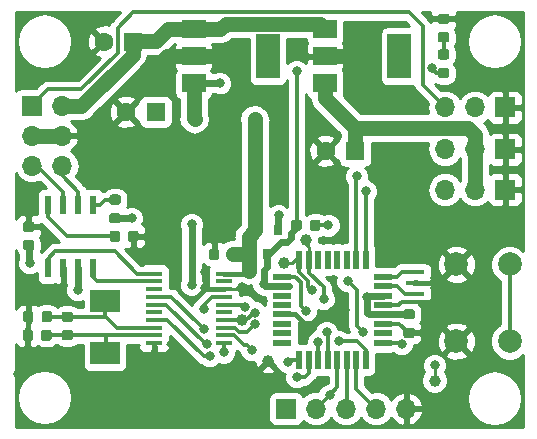
<source format=gbr>
G04 #@! TF.GenerationSoftware,KiCad,Pcbnew,(5.0.1)-3*
G04 #@! TF.CreationDate,2018-11-04T18:32:24-06:00*
G04 #@! TF.ProjectId,Gimble Goblin,47696D626C6520476F626C696E2E6B69,rev?*
G04 #@! TF.SameCoordinates,Original*
G04 #@! TF.FileFunction,Copper,L1,Top,Signal*
G04 #@! TF.FilePolarity,Positive*
%FSLAX46Y46*%
G04 Gerber Fmt 4.6, Leading zero omitted, Abs format (unit mm)*
G04 Created by KiCad (PCBNEW (5.0.1)-3) date 11/4/2018 6:32:24 PM*
%MOMM*%
%LPD*%
G01*
G04 APERTURE LIST*
G04 #@! TA.AperFunction,BGAPad,CuDef*
%ADD10C,1.000000*%
G04 #@! TD*
G04 #@! TA.AperFunction,ComponentPad*
%ADD11R,1.600000X1.600000*%
G04 #@! TD*
G04 #@! TA.AperFunction,ComponentPad*
%ADD12C,1.600000*%
G04 #@! TD*
G04 #@! TA.AperFunction,ComponentPad*
%ADD13C,2.000000*%
G04 #@! TD*
G04 #@! TA.AperFunction,SMDPad,CuDef*
%ADD14R,1.600000X0.300000*%
G04 #@! TD*
G04 #@! TA.AperFunction,Conductor*
%ADD15C,0.100000*%
G04 #@! TD*
G04 #@! TA.AperFunction,SMDPad,CuDef*
%ADD16C,0.875000*%
G04 #@! TD*
G04 #@! TA.AperFunction,ComponentPad*
%ADD17R,1.700000X1.700000*%
G04 #@! TD*
G04 #@! TA.AperFunction,ComponentPad*
%ADD18O,1.700000X1.700000*%
G04 #@! TD*
G04 #@! TA.AperFunction,SMDPad,CuDef*
%ADD19R,1.600000X0.550000*%
G04 #@! TD*
G04 #@! TA.AperFunction,SMDPad,CuDef*
%ADD20R,0.550000X1.600000*%
G04 #@! TD*
G04 #@! TA.AperFunction,SMDPad,CuDef*
%ADD21R,0.800000X0.900000*%
G04 #@! TD*
G04 #@! TA.AperFunction,SMDPad,CuDef*
%ADD22R,2.500000X1.900000*%
G04 #@! TD*
G04 #@! TA.AperFunction,SMDPad,CuDef*
%ADD23R,0.600000X1.550000*%
G04 #@! TD*
G04 #@! TA.AperFunction,SMDPad,CuDef*
%ADD24R,1.450000X0.450000*%
G04 #@! TD*
G04 #@! TA.AperFunction,SMDPad,CuDef*
%ADD25R,2.000000X1.500000*%
G04 #@! TD*
G04 #@! TA.AperFunction,SMDPad,CuDef*
%ADD26R,2.000000X3.800000*%
G04 #@! TD*
G04 #@! TA.AperFunction,ViaPad*
%ADD27C,0.800000*%
G04 #@! TD*
G04 #@! TA.AperFunction,Conductor*
%ADD28C,1.270000*%
G04 #@! TD*
G04 #@! TA.AperFunction,Conductor*
%ADD29C,0.609600*%
G04 #@! TD*
G04 #@! TA.AperFunction,Conductor*
%ADD30C,0.457200*%
G04 #@! TD*
G04 #@! TA.AperFunction,Conductor*
%ADD31C,0.304800*%
G04 #@! TD*
G04 #@! TA.AperFunction,Conductor*
%ADD32C,0.250000*%
G04 #@! TD*
G04 #@! TA.AperFunction,Conductor*
%ADD33C,0.254000*%
G04 #@! TD*
G04 APERTURE END LIST*
D10*
G04 #@! TO.P,TP2,1*
G04 #@! TO.N,MISO*
X131267200Y-87096600D03*
G04 #@! TD*
G04 #@! TO.P,TP1,1*
G04 #@! TO.N,MOSI*
X133096000Y-85166200D03*
G04 #@! TD*
G04 #@! TO.P,TP3,1*
G04 #@! TO.N,SCK*
X127685800Y-91897200D03*
G04 #@! TD*
G04 #@! TO.P,TP4,1*
G04 #@! TO.N,RESET*
X144018000Y-97078800D03*
G04 #@! TD*
G04 #@! TO.P,TP5,1*
G04 #@! TO.N,GND*
X129895600Y-95377000D03*
G04 #@! TD*
D11*
G04 #@! TO.P,C4,1*
G04 #@! TO.N,+5VA*
X137287000Y-77597000D03*
D12*
G04 #@! TO.P,C4,2*
G04 #@! TO.N,GND*
X134787000Y-77597000D03*
G04 #@! TD*
D13*
G04 #@! TO.P,SW1,2*
G04 #@! TO.N,GND*
X145868000Y-87226000D03*
G04 #@! TO.P,SW1,1*
G04 #@! TO.N,RESET*
X150368000Y-87226000D03*
G04 #@! TO.P,SW1,2*
G04 #@! TO.N,GND*
X145868000Y-93726000D03*
G04 #@! TO.P,SW1,1*
G04 #@! TO.N,RESET*
X150368000Y-93726000D03*
G04 #@! TD*
D14*
G04 #@! TO.P,Y2,1*
G04 #@! TO.N,Net-(U5-Pad8)*
X142367000Y-87823000D03*
G04 #@! TO.P,Y2,2*
G04 #@! TO.N,GND*
X142367000Y-88773000D03*
G04 #@! TO.P,Y2,3*
G04 #@! TO.N,Net-(U5-Pad7)*
X142367000Y-89723000D03*
G04 #@! TD*
D15*
G04 #@! TO.N,V_MCU*
G04 #@! TO.C,C8*
G36*
X142136691Y-91003553D02*
X142157926Y-91006703D01*
X142178750Y-91011919D01*
X142198962Y-91019151D01*
X142218368Y-91028330D01*
X142236781Y-91039366D01*
X142254024Y-91052154D01*
X142269930Y-91066570D01*
X142284346Y-91082476D01*
X142297134Y-91099719D01*
X142308170Y-91118132D01*
X142317349Y-91137538D01*
X142324581Y-91157750D01*
X142329797Y-91178574D01*
X142332947Y-91199809D01*
X142334000Y-91221250D01*
X142334000Y-91658750D01*
X142332947Y-91680191D01*
X142329797Y-91701426D01*
X142324581Y-91722250D01*
X142317349Y-91742462D01*
X142308170Y-91761868D01*
X142297134Y-91780281D01*
X142284346Y-91797524D01*
X142269930Y-91813430D01*
X142254024Y-91827846D01*
X142236781Y-91840634D01*
X142218368Y-91851670D01*
X142198962Y-91860849D01*
X142178750Y-91868081D01*
X142157926Y-91873297D01*
X142136691Y-91876447D01*
X142115250Y-91877500D01*
X141602750Y-91877500D01*
X141581309Y-91876447D01*
X141560074Y-91873297D01*
X141539250Y-91868081D01*
X141519038Y-91860849D01*
X141499632Y-91851670D01*
X141481219Y-91840634D01*
X141463976Y-91827846D01*
X141448070Y-91813430D01*
X141433654Y-91797524D01*
X141420866Y-91780281D01*
X141409830Y-91761868D01*
X141400651Y-91742462D01*
X141393419Y-91722250D01*
X141388203Y-91701426D01*
X141385053Y-91680191D01*
X141384000Y-91658750D01*
X141384000Y-91221250D01*
X141385053Y-91199809D01*
X141388203Y-91178574D01*
X141393419Y-91157750D01*
X141400651Y-91137538D01*
X141409830Y-91118132D01*
X141420866Y-91099719D01*
X141433654Y-91082476D01*
X141448070Y-91066570D01*
X141463976Y-91052154D01*
X141481219Y-91039366D01*
X141499632Y-91028330D01*
X141519038Y-91019151D01*
X141539250Y-91011919D01*
X141560074Y-91006703D01*
X141581309Y-91003553D01*
X141602750Y-91002500D01*
X142115250Y-91002500D01*
X142136691Y-91003553D01*
X142136691Y-91003553D01*
G37*
D16*
G04 #@! TD*
G04 #@! TO.P,C8,1*
G04 #@! TO.N,V_MCU*
X141859000Y-91440000D03*
D15*
G04 #@! TO.N,GND*
G04 #@! TO.C,C8*
G36*
X142136691Y-92578553D02*
X142157926Y-92581703D01*
X142178750Y-92586919D01*
X142198962Y-92594151D01*
X142218368Y-92603330D01*
X142236781Y-92614366D01*
X142254024Y-92627154D01*
X142269930Y-92641570D01*
X142284346Y-92657476D01*
X142297134Y-92674719D01*
X142308170Y-92693132D01*
X142317349Y-92712538D01*
X142324581Y-92732750D01*
X142329797Y-92753574D01*
X142332947Y-92774809D01*
X142334000Y-92796250D01*
X142334000Y-93233750D01*
X142332947Y-93255191D01*
X142329797Y-93276426D01*
X142324581Y-93297250D01*
X142317349Y-93317462D01*
X142308170Y-93336868D01*
X142297134Y-93355281D01*
X142284346Y-93372524D01*
X142269930Y-93388430D01*
X142254024Y-93402846D01*
X142236781Y-93415634D01*
X142218368Y-93426670D01*
X142198962Y-93435849D01*
X142178750Y-93443081D01*
X142157926Y-93448297D01*
X142136691Y-93451447D01*
X142115250Y-93452500D01*
X141602750Y-93452500D01*
X141581309Y-93451447D01*
X141560074Y-93448297D01*
X141539250Y-93443081D01*
X141519038Y-93435849D01*
X141499632Y-93426670D01*
X141481219Y-93415634D01*
X141463976Y-93402846D01*
X141448070Y-93388430D01*
X141433654Y-93372524D01*
X141420866Y-93355281D01*
X141409830Y-93336868D01*
X141400651Y-93317462D01*
X141393419Y-93297250D01*
X141388203Y-93276426D01*
X141385053Y-93255191D01*
X141384000Y-93233750D01*
X141384000Y-92796250D01*
X141385053Y-92774809D01*
X141388203Y-92753574D01*
X141393419Y-92732750D01*
X141400651Y-92712538D01*
X141409830Y-92693132D01*
X141420866Y-92674719D01*
X141433654Y-92657476D01*
X141448070Y-92641570D01*
X141463976Y-92627154D01*
X141481219Y-92614366D01*
X141499632Y-92603330D01*
X141519038Y-92594151D01*
X141539250Y-92586919D01*
X141560074Y-92581703D01*
X141581309Y-92578553D01*
X141602750Y-92577500D01*
X142115250Y-92577500D01*
X142136691Y-92578553D01*
X142136691Y-92578553D01*
G37*
D16*
G04 #@! TD*
G04 #@! TO.P,C8,2*
G04 #@! TO.N,GND*
X141859000Y-93015000D03*
D17*
G04 #@! TO.P,J5,1*
G04 #@! TO.N,VPP*
X131445000Y-99441000D03*
D18*
G04 #@! TO.P,J5,2*
G04 #@! TO.N,RESET*
X133985000Y-99441000D03*
G04 #@! TO.P,J5,3*
G04 #@! TO.N,RX*
X136525000Y-99441000D03*
G04 #@! TO.P,J5,4*
G04 #@! TO.N,TX*
X139065000Y-99441000D03*
G04 #@! TO.P,J5,5*
G04 #@! TO.N,GND*
X141605000Y-99441000D03*
G04 #@! TD*
D15*
G04 #@! TO.N,GND*
G04 #@! TO.C,D1*
G36*
X145057691Y-65984553D02*
X145078926Y-65987703D01*
X145099750Y-65992919D01*
X145119962Y-66000151D01*
X145139368Y-66009330D01*
X145157781Y-66020366D01*
X145175024Y-66033154D01*
X145190930Y-66047570D01*
X145205346Y-66063476D01*
X145218134Y-66080719D01*
X145229170Y-66099132D01*
X145238349Y-66118538D01*
X145245581Y-66138750D01*
X145250797Y-66159574D01*
X145253947Y-66180809D01*
X145255000Y-66202250D01*
X145255000Y-66639750D01*
X145253947Y-66661191D01*
X145250797Y-66682426D01*
X145245581Y-66703250D01*
X145238349Y-66723462D01*
X145229170Y-66742868D01*
X145218134Y-66761281D01*
X145205346Y-66778524D01*
X145190930Y-66794430D01*
X145175024Y-66808846D01*
X145157781Y-66821634D01*
X145139368Y-66832670D01*
X145119962Y-66841849D01*
X145099750Y-66849081D01*
X145078926Y-66854297D01*
X145057691Y-66857447D01*
X145036250Y-66858500D01*
X144523750Y-66858500D01*
X144502309Y-66857447D01*
X144481074Y-66854297D01*
X144460250Y-66849081D01*
X144440038Y-66841849D01*
X144420632Y-66832670D01*
X144402219Y-66821634D01*
X144384976Y-66808846D01*
X144369070Y-66794430D01*
X144354654Y-66778524D01*
X144341866Y-66761281D01*
X144330830Y-66742868D01*
X144321651Y-66723462D01*
X144314419Y-66703250D01*
X144309203Y-66682426D01*
X144306053Y-66661191D01*
X144305000Y-66639750D01*
X144305000Y-66202250D01*
X144306053Y-66180809D01*
X144309203Y-66159574D01*
X144314419Y-66138750D01*
X144321651Y-66118538D01*
X144330830Y-66099132D01*
X144341866Y-66080719D01*
X144354654Y-66063476D01*
X144369070Y-66047570D01*
X144384976Y-66033154D01*
X144402219Y-66020366D01*
X144420632Y-66009330D01*
X144440038Y-66000151D01*
X144460250Y-65992919D01*
X144481074Y-65987703D01*
X144502309Y-65984553D01*
X144523750Y-65983500D01*
X145036250Y-65983500D01*
X145057691Y-65984553D01*
X145057691Y-65984553D01*
G37*
D16*
G04 #@! TD*
G04 #@! TO.P,D1,1*
G04 #@! TO.N,GND*
X144780000Y-66421000D03*
D15*
G04 #@! TO.N,Net-(D1-Pad2)*
G04 #@! TO.C,D1*
G36*
X145057691Y-67559553D02*
X145078926Y-67562703D01*
X145099750Y-67567919D01*
X145119962Y-67575151D01*
X145139368Y-67584330D01*
X145157781Y-67595366D01*
X145175024Y-67608154D01*
X145190930Y-67622570D01*
X145205346Y-67638476D01*
X145218134Y-67655719D01*
X145229170Y-67674132D01*
X145238349Y-67693538D01*
X145245581Y-67713750D01*
X145250797Y-67734574D01*
X145253947Y-67755809D01*
X145255000Y-67777250D01*
X145255000Y-68214750D01*
X145253947Y-68236191D01*
X145250797Y-68257426D01*
X145245581Y-68278250D01*
X145238349Y-68298462D01*
X145229170Y-68317868D01*
X145218134Y-68336281D01*
X145205346Y-68353524D01*
X145190930Y-68369430D01*
X145175024Y-68383846D01*
X145157781Y-68396634D01*
X145139368Y-68407670D01*
X145119962Y-68416849D01*
X145099750Y-68424081D01*
X145078926Y-68429297D01*
X145057691Y-68432447D01*
X145036250Y-68433500D01*
X144523750Y-68433500D01*
X144502309Y-68432447D01*
X144481074Y-68429297D01*
X144460250Y-68424081D01*
X144440038Y-68416849D01*
X144420632Y-68407670D01*
X144402219Y-68396634D01*
X144384976Y-68383846D01*
X144369070Y-68369430D01*
X144354654Y-68353524D01*
X144341866Y-68336281D01*
X144330830Y-68317868D01*
X144321651Y-68298462D01*
X144314419Y-68278250D01*
X144309203Y-68257426D01*
X144306053Y-68236191D01*
X144305000Y-68214750D01*
X144305000Y-67777250D01*
X144306053Y-67755809D01*
X144309203Y-67734574D01*
X144314419Y-67713750D01*
X144321651Y-67693538D01*
X144330830Y-67674132D01*
X144341866Y-67655719D01*
X144354654Y-67638476D01*
X144369070Y-67622570D01*
X144384976Y-67608154D01*
X144402219Y-67595366D01*
X144420632Y-67584330D01*
X144440038Y-67575151D01*
X144460250Y-67567919D01*
X144481074Y-67562703D01*
X144502309Y-67559553D01*
X144523750Y-67558500D01*
X145036250Y-67558500D01*
X145057691Y-67559553D01*
X145057691Y-67559553D01*
G37*
D16*
G04 #@! TD*
G04 #@! TO.P,D1,2*
G04 #@! TO.N,Net-(D1-Pad2)*
X144780000Y-67996000D03*
D19*
G04 #@! TO.P,U5,1*
G04 #@! TO.N,INT*
X139632000Y-93859000D03*
G04 #@! TO.P,U5,2*
G04 #@! TO.N,Net-(U5-Pad2)*
X139632000Y-93059000D03*
G04 #@! TO.P,U5,3*
G04 #@! TO.N,GND*
X139632000Y-92259000D03*
G04 #@! TO.P,U5,4*
G04 #@! TO.N,V_MCU*
X139632000Y-91459000D03*
G04 #@! TO.P,U5,5*
G04 #@! TO.N,GND*
X139632000Y-90659000D03*
G04 #@! TO.P,U5,6*
G04 #@! TO.N,V_MCU*
X139632000Y-89859000D03*
G04 #@! TO.P,U5,7*
G04 #@! TO.N,Net-(U5-Pad7)*
X139632000Y-89059000D03*
G04 #@! TO.P,U5,8*
G04 #@! TO.N,Net-(U5-Pad8)*
X139632000Y-88259000D03*
D20*
G04 #@! TO.P,U5,9*
G04 #@! TO.N,Gx*
X138182000Y-86809000D03*
G04 #@! TO.P,U5,10*
G04 #@! TO.N,Gy*
X137382000Y-86809000D03*
G04 #@! TO.P,U5,11*
G04 #@! TO.N,Net-(U5-Pad11)*
X136582000Y-86809000D03*
G04 #@! TO.P,U5,12*
G04 #@! TO.N,Net-(U5-Pad12)*
X135782000Y-86809000D03*
G04 #@! TO.P,U5,13*
G04 #@! TO.N,Net-(U5-Pad13)*
X134982000Y-86809000D03*
G04 #@! TO.P,U5,14*
G04 #@! TO.N,Net-(U5-Pad14)*
X134182000Y-86809000D03*
G04 #@! TO.P,U5,15*
G04 #@! TO.N,MOSI*
X133382000Y-86809000D03*
G04 #@! TO.P,U5,16*
G04 #@! TO.N,MISO*
X132582000Y-86809000D03*
D19*
G04 #@! TO.P,U5,17*
G04 #@! TO.N,SCK*
X131132000Y-88259000D03*
G04 #@! TO.P,U5,18*
G04 #@! TO.N,V_MCU*
X131132000Y-89059000D03*
G04 #@! TO.P,U5,19*
G04 #@! TO.N,Net-(U5-Pad19)*
X131132000Y-89859000D03*
G04 #@! TO.P,U5,20*
G04 #@! TO.N,Net-(U5-Pad20)*
X131132000Y-90659000D03*
G04 #@! TO.P,U5,21*
G04 #@! TO.N,GND*
X131132000Y-91459000D03*
G04 #@! TO.P,U5,22*
G04 #@! TO.N,Net-(U5-Pad22)*
X131132000Y-92259000D03*
G04 #@! TO.P,U5,23*
G04 #@! TO.N,Net-(U5-Pad23)*
X131132000Y-93059000D03*
G04 #@! TO.P,U5,24*
G04 #@! TO.N,Net-(U5-Pad24)*
X131132000Y-93859000D03*
D20*
G04 #@! TO.P,U5,25*
G04 #@! TO.N,RX1*
X132582000Y-95309000D03*
G04 #@! TO.P,U5,26*
G04 #@! TO.N,TX2*
X133382000Y-95309000D03*
G04 #@! TO.P,U5,27*
G04 #@! TO.N,TX1*
X134182000Y-95309000D03*
G04 #@! TO.P,U5,28*
G04 #@! TO.N,TX0*
X134982000Y-95309000D03*
G04 #@! TO.P,U5,29*
G04 #@! TO.N,RESET*
X135782000Y-95309000D03*
G04 #@! TO.P,U5,30*
G04 #@! TO.N,RX*
X136582000Y-95309000D03*
G04 #@! TO.P,U5,31*
G04 #@! TO.N,TX*
X137382000Y-95309000D03*
G04 #@! TO.P,U5,32*
G04 #@! TO.N,RX0*
X138182000Y-95309000D03*
G04 #@! TD*
D21*
G04 #@! TO.P,D2,1*
G04 #@! TO.N,VPP*
X130744000Y-84344000D03*
G04 #@! TO.P,D2,2*
G04 #@! TO.N,+5V*
X128844000Y-84344000D03*
G04 #@! TO.P,D2,3*
G04 #@! TO.N,V_MCU*
X129794000Y-86344000D03*
G04 #@! TD*
D15*
G04 #@! TO.N,V_MCU*
G04 #@! TO.C,R5*
G36*
X145057691Y-70582053D02*
X145078926Y-70585203D01*
X145099750Y-70590419D01*
X145119962Y-70597651D01*
X145139368Y-70606830D01*
X145157781Y-70617866D01*
X145175024Y-70630654D01*
X145190930Y-70645070D01*
X145205346Y-70660976D01*
X145218134Y-70678219D01*
X145229170Y-70696632D01*
X145238349Y-70716038D01*
X145245581Y-70736250D01*
X145250797Y-70757074D01*
X145253947Y-70778309D01*
X145255000Y-70799750D01*
X145255000Y-71237250D01*
X145253947Y-71258691D01*
X145250797Y-71279926D01*
X145245581Y-71300750D01*
X145238349Y-71320962D01*
X145229170Y-71340368D01*
X145218134Y-71358781D01*
X145205346Y-71376024D01*
X145190930Y-71391930D01*
X145175024Y-71406346D01*
X145157781Y-71419134D01*
X145139368Y-71430170D01*
X145119962Y-71439349D01*
X145099750Y-71446581D01*
X145078926Y-71451797D01*
X145057691Y-71454947D01*
X145036250Y-71456000D01*
X144523750Y-71456000D01*
X144502309Y-71454947D01*
X144481074Y-71451797D01*
X144460250Y-71446581D01*
X144440038Y-71439349D01*
X144420632Y-71430170D01*
X144402219Y-71419134D01*
X144384976Y-71406346D01*
X144369070Y-71391930D01*
X144354654Y-71376024D01*
X144341866Y-71358781D01*
X144330830Y-71340368D01*
X144321651Y-71320962D01*
X144314419Y-71300750D01*
X144309203Y-71279926D01*
X144306053Y-71258691D01*
X144305000Y-71237250D01*
X144305000Y-70799750D01*
X144306053Y-70778309D01*
X144309203Y-70757074D01*
X144314419Y-70736250D01*
X144321651Y-70716038D01*
X144330830Y-70696632D01*
X144341866Y-70678219D01*
X144354654Y-70660976D01*
X144369070Y-70645070D01*
X144384976Y-70630654D01*
X144402219Y-70617866D01*
X144420632Y-70606830D01*
X144440038Y-70597651D01*
X144460250Y-70590419D01*
X144481074Y-70585203D01*
X144502309Y-70582053D01*
X144523750Y-70581000D01*
X145036250Y-70581000D01*
X145057691Y-70582053D01*
X145057691Y-70582053D01*
G37*
D16*
G04 #@! TD*
G04 #@! TO.P,R5,1*
G04 #@! TO.N,V_MCU*
X144780000Y-71018500D03*
D15*
G04 #@! TO.N,Net-(D1-Pad2)*
G04 #@! TO.C,R5*
G36*
X145057691Y-69007053D02*
X145078926Y-69010203D01*
X145099750Y-69015419D01*
X145119962Y-69022651D01*
X145139368Y-69031830D01*
X145157781Y-69042866D01*
X145175024Y-69055654D01*
X145190930Y-69070070D01*
X145205346Y-69085976D01*
X145218134Y-69103219D01*
X145229170Y-69121632D01*
X145238349Y-69141038D01*
X145245581Y-69161250D01*
X145250797Y-69182074D01*
X145253947Y-69203309D01*
X145255000Y-69224750D01*
X145255000Y-69662250D01*
X145253947Y-69683691D01*
X145250797Y-69704926D01*
X145245581Y-69725750D01*
X145238349Y-69745962D01*
X145229170Y-69765368D01*
X145218134Y-69783781D01*
X145205346Y-69801024D01*
X145190930Y-69816930D01*
X145175024Y-69831346D01*
X145157781Y-69844134D01*
X145139368Y-69855170D01*
X145119962Y-69864349D01*
X145099750Y-69871581D01*
X145078926Y-69876797D01*
X145057691Y-69879947D01*
X145036250Y-69881000D01*
X144523750Y-69881000D01*
X144502309Y-69879947D01*
X144481074Y-69876797D01*
X144460250Y-69871581D01*
X144440038Y-69864349D01*
X144420632Y-69855170D01*
X144402219Y-69844134D01*
X144384976Y-69831346D01*
X144369070Y-69816930D01*
X144354654Y-69801024D01*
X144341866Y-69783781D01*
X144330830Y-69765368D01*
X144321651Y-69745962D01*
X144314419Y-69725750D01*
X144309203Y-69704926D01*
X144306053Y-69683691D01*
X144305000Y-69662250D01*
X144305000Y-69224750D01*
X144306053Y-69203309D01*
X144309203Y-69182074D01*
X144314419Y-69161250D01*
X144321651Y-69141038D01*
X144330830Y-69121632D01*
X144341866Y-69103219D01*
X144354654Y-69085976D01*
X144369070Y-69070070D01*
X144384976Y-69055654D01*
X144402219Y-69042866D01*
X144420632Y-69031830D01*
X144440038Y-69022651D01*
X144460250Y-69015419D01*
X144481074Y-69010203D01*
X144502309Y-69007053D01*
X144523750Y-69006000D01*
X145036250Y-69006000D01*
X145057691Y-69007053D01*
X145057691Y-69007053D01*
G37*
D16*
G04 #@! TD*
G04 #@! TO.P,R5,2*
G04 #@! TO.N,Net-(D1-Pad2)*
X144780000Y-69443500D03*
D15*
G04 #@! TO.N,RESET*
G04 #@! TO.C,R6*
G36*
X134148991Y-83422253D02*
X134170226Y-83425403D01*
X134191050Y-83430619D01*
X134211262Y-83437851D01*
X134230668Y-83447030D01*
X134249081Y-83458066D01*
X134266324Y-83470854D01*
X134282230Y-83485270D01*
X134296646Y-83501176D01*
X134309434Y-83518419D01*
X134320470Y-83536832D01*
X134329649Y-83556238D01*
X134336881Y-83576450D01*
X134342097Y-83597274D01*
X134345247Y-83618509D01*
X134346300Y-83639950D01*
X134346300Y-84152450D01*
X134345247Y-84173891D01*
X134342097Y-84195126D01*
X134336881Y-84215950D01*
X134329649Y-84236162D01*
X134320470Y-84255568D01*
X134309434Y-84273981D01*
X134296646Y-84291224D01*
X134282230Y-84307130D01*
X134266324Y-84321546D01*
X134249081Y-84334334D01*
X134230668Y-84345370D01*
X134211262Y-84354549D01*
X134191050Y-84361781D01*
X134170226Y-84366997D01*
X134148991Y-84370147D01*
X134127550Y-84371200D01*
X133690050Y-84371200D01*
X133668609Y-84370147D01*
X133647374Y-84366997D01*
X133626550Y-84361781D01*
X133606338Y-84354549D01*
X133586932Y-84345370D01*
X133568519Y-84334334D01*
X133551276Y-84321546D01*
X133535370Y-84307130D01*
X133520954Y-84291224D01*
X133508166Y-84273981D01*
X133497130Y-84255568D01*
X133487951Y-84236162D01*
X133480719Y-84215950D01*
X133475503Y-84195126D01*
X133472353Y-84173891D01*
X133471300Y-84152450D01*
X133471300Y-83639950D01*
X133472353Y-83618509D01*
X133475503Y-83597274D01*
X133480719Y-83576450D01*
X133487951Y-83556238D01*
X133497130Y-83536832D01*
X133508166Y-83518419D01*
X133520954Y-83501176D01*
X133535370Y-83485270D01*
X133551276Y-83470854D01*
X133568519Y-83458066D01*
X133586932Y-83447030D01*
X133606338Y-83437851D01*
X133626550Y-83430619D01*
X133647374Y-83425403D01*
X133668609Y-83422253D01*
X133690050Y-83421200D01*
X134127550Y-83421200D01*
X134148991Y-83422253D01*
X134148991Y-83422253D01*
G37*
D16*
G04 #@! TD*
G04 #@! TO.P,R6,2*
G04 #@! TO.N,RESET*
X133908800Y-83896200D03*
D15*
G04 #@! TO.N,V_MCU*
G04 #@! TO.C,R6*
G36*
X132573991Y-83422253D02*
X132595226Y-83425403D01*
X132616050Y-83430619D01*
X132636262Y-83437851D01*
X132655668Y-83447030D01*
X132674081Y-83458066D01*
X132691324Y-83470854D01*
X132707230Y-83485270D01*
X132721646Y-83501176D01*
X132734434Y-83518419D01*
X132745470Y-83536832D01*
X132754649Y-83556238D01*
X132761881Y-83576450D01*
X132767097Y-83597274D01*
X132770247Y-83618509D01*
X132771300Y-83639950D01*
X132771300Y-84152450D01*
X132770247Y-84173891D01*
X132767097Y-84195126D01*
X132761881Y-84215950D01*
X132754649Y-84236162D01*
X132745470Y-84255568D01*
X132734434Y-84273981D01*
X132721646Y-84291224D01*
X132707230Y-84307130D01*
X132691324Y-84321546D01*
X132674081Y-84334334D01*
X132655668Y-84345370D01*
X132636262Y-84354549D01*
X132616050Y-84361781D01*
X132595226Y-84366997D01*
X132573991Y-84370147D01*
X132552550Y-84371200D01*
X132115050Y-84371200D01*
X132093609Y-84370147D01*
X132072374Y-84366997D01*
X132051550Y-84361781D01*
X132031338Y-84354549D01*
X132011932Y-84345370D01*
X131993519Y-84334334D01*
X131976276Y-84321546D01*
X131960370Y-84307130D01*
X131945954Y-84291224D01*
X131933166Y-84273981D01*
X131922130Y-84255568D01*
X131912951Y-84236162D01*
X131905719Y-84215950D01*
X131900503Y-84195126D01*
X131897353Y-84173891D01*
X131896300Y-84152450D01*
X131896300Y-83639950D01*
X131897353Y-83618509D01*
X131900503Y-83597274D01*
X131905719Y-83576450D01*
X131912951Y-83556238D01*
X131922130Y-83536832D01*
X131933166Y-83518419D01*
X131945954Y-83501176D01*
X131960370Y-83485270D01*
X131976276Y-83470854D01*
X131993519Y-83458066D01*
X132011932Y-83447030D01*
X132031338Y-83437851D01*
X132051550Y-83430619D01*
X132072374Y-83425403D01*
X132093609Y-83422253D01*
X132115050Y-83421200D01*
X132552550Y-83421200D01*
X132573991Y-83422253D01*
X132573991Y-83422253D01*
G37*
D16*
G04 #@! TD*
G04 #@! TO.P,R6,1*
G04 #@! TO.N,V_MCU*
X132333800Y-83896200D03*
D11*
G04 #@! TO.P,C7,1*
G04 #@! TO.N,+5V*
X120396000Y-74295000D03*
D12*
G04 #@! TO.P,C7,2*
G04 #@! TO.N,GND*
X117896000Y-74295000D03*
G04 #@! TD*
D15*
G04 #@! TO.N,GND*
G04 #@! TO.C,C1*
G36*
X109862275Y-91175494D02*
X109883510Y-91178644D01*
X109904334Y-91183860D01*
X109924546Y-91191092D01*
X109943952Y-91200271D01*
X109962365Y-91211307D01*
X109979608Y-91224095D01*
X109995514Y-91238511D01*
X110009930Y-91254417D01*
X110022718Y-91271660D01*
X110033754Y-91290073D01*
X110042933Y-91309479D01*
X110050165Y-91329691D01*
X110055381Y-91350515D01*
X110058531Y-91371750D01*
X110059584Y-91393191D01*
X110059584Y-91905691D01*
X110058531Y-91927132D01*
X110055381Y-91948367D01*
X110050165Y-91969191D01*
X110042933Y-91989403D01*
X110033754Y-92008809D01*
X110022718Y-92027222D01*
X110009930Y-92044465D01*
X109995514Y-92060371D01*
X109979608Y-92074787D01*
X109962365Y-92087575D01*
X109943952Y-92098611D01*
X109924546Y-92107790D01*
X109904334Y-92115022D01*
X109883510Y-92120238D01*
X109862275Y-92123388D01*
X109840834Y-92124441D01*
X109403334Y-92124441D01*
X109381893Y-92123388D01*
X109360658Y-92120238D01*
X109339834Y-92115022D01*
X109319622Y-92107790D01*
X109300216Y-92098611D01*
X109281803Y-92087575D01*
X109264560Y-92074787D01*
X109248654Y-92060371D01*
X109234238Y-92044465D01*
X109221450Y-92027222D01*
X109210414Y-92008809D01*
X109201235Y-91989403D01*
X109194003Y-91969191D01*
X109188787Y-91948367D01*
X109185637Y-91927132D01*
X109184584Y-91905691D01*
X109184584Y-91393191D01*
X109185637Y-91371750D01*
X109188787Y-91350515D01*
X109194003Y-91329691D01*
X109201235Y-91309479D01*
X109210414Y-91290073D01*
X109221450Y-91271660D01*
X109234238Y-91254417D01*
X109248654Y-91238511D01*
X109264560Y-91224095D01*
X109281803Y-91211307D01*
X109300216Y-91200271D01*
X109319622Y-91191092D01*
X109339834Y-91183860D01*
X109360658Y-91178644D01*
X109381893Y-91175494D01*
X109403334Y-91174441D01*
X109840834Y-91174441D01*
X109862275Y-91175494D01*
X109862275Y-91175494D01*
G37*
D16*
G04 #@! TD*
G04 #@! TO.P,C1,2*
G04 #@! TO.N,GND*
X109622084Y-91649441D03*
D15*
G04 #@! TO.N,Net-(C1-Pad1)*
G04 #@! TO.C,C1*
G36*
X111437275Y-91175494D02*
X111458510Y-91178644D01*
X111479334Y-91183860D01*
X111499546Y-91191092D01*
X111518952Y-91200271D01*
X111537365Y-91211307D01*
X111554608Y-91224095D01*
X111570514Y-91238511D01*
X111584930Y-91254417D01*
X111597718Y-91271660D01*
X111608754Y-91290073D01*
X111617933Y-91309479D01*
X111625165Y-91329691D01*
X111630381Y-91350515D01*
X111633531Y-91371750D01*
X111634584Y-91393191D01*
X111634584Y-91905691D01*
X111633531Y-91927132D01*
X111630381Y-91948367D01*
X111625165Y-91969191D01*
X111617933Y-91989403D01*
X111608754Y-92008809D01*
X111597718Y-92027222D01*
X111584930Y-92044465D01*
X111570514Y-92060371D01*
X111554608Y-92074787D01*
X111537365Y-92087575D01*
X111518952Y-92098611D01*
X111499546Y-92107790D01*
X111479334Y-92115022D01*
X111458510Y-92120238D01*
X111437275Y-92123388D01*
X111415834Y-92124441D01*
X110978334Y-92124441D01*
X110956893Y-92123388D01*
X110935658Y-92120238D01*
X110914834Y-92115022D01*
X110894622Y-92107790D01*
X110875216Y-92098611D01*
X110856803Y-92087575D01*
X110839560Y-92074787D01*
X110823654Y-92060371D01*
X110809238Y-92044465D01*
X110796450Y-92027222D01*
X110785414Y-92008809D01*
X110776235Y-91989403D01*
X110769003Y-91969191D01*
X110763787Y-91948367D01*
X110760637Y-91927132D01*
X110759584Y-91905691D01*
X110759584Y-91393191D01*
X110760637Y-91371750D01*
X110763787Y-91350515D01*
X110769003Y-91329691D01*
X110776235Y-91309479D01*
X110785414Y-91290073D01*
X110796450Y-91271660D01*
X110809238Y-91254417D01*
X110823654Y-91238511D01*
X110839560Y-91224095D01*
X110856803Y-91211307D01*
X110875216Y-91200271D01*
X110894622Y-91191092D01*
X110914834Y-91183860D01*
X110935658Y-91178644D01*
X110956893Y-91175494D01*
X110978334Y-91174441D01*
X111415834Y-91174441D01*
X111437275Y-91175494D01*
X111437275Y-91175494D01*
G37*
D16*
G04 #@! TD*
G04 #@! TO.P,C1,1*
G04 #@! TO.N,Net-(C1-Pad1)*
X111197084Y-91649441D03*
D15*
G04 #@! TO.N,GND*
G04 #@! TO.C,C2*
G36*
X109815691Y-92744053D02*
X109836926Y-92747203D01*
X109857750Y-92752419D01*
X109877962Y-92759651D01*
X109897368Y-92768830D01*
X109915781Y-92779866D01*
X109933024Y-92792654D01*
X109948930Y-92807070D01*
X109963346Y-92822976D01*
X109976134Y-92840219D01*
X109987170Y-92858632D01*
X109996349Y-92878038D01*
X110003581Y-92898250D01*
X110008797Y-92919074D01*
X110011947Y-92940309D01*
X110013000Y-92961750D01*
X110013000Y-93474250D01*
X110011947Y-93495691D01*
X110008797Y-93516926D01*
X110003581Y-93537750D01*
X109996349Y-93557962D01*
X109987170Y-93577368D01*
X109976134Y-93595781D01*
X109963346Y-93613024D01*
X109948930Y-93628930D01*
X109933024Y-93643346D01*
X109915781Y-93656134D01*
X109897368Y-93667170D01*
X109877962Y-93676349D01*
X109857750Y-93683581D01*
X109836926Y-93688797D01*
X109815691Y-93691947D01*
X109794250Y-93693000D01*
X109356750Y-93693000D01*
X109335309Y-93691947D01*
X109314074Y-93688797D01*
X109293250Y-93683581D01*
X109273038Y-93676349D01*
X109253632Y-93667170D01*
X109235219Y-93656134D01*
X109217976Y-93643346D01*
X109202070Y-93628930D01*
X109187654Y-93613024D01*
X109174866Y-93595781D01*
X109163830Y-93577368D01*
X109154651Y-93557962D01*
X109147419Y-93537750D01*
X109142203Y-93516926D01*
X109139053Y-93495691D01*
X109138000Y-93474250D01*
X109138000Y-92961750D01*
X109139053Y-92940309D01*
X109142203Y-92919074D01*
X109147419Y-92898250D01*
X109154651Y-92878038D01*
X109163830Y-92858632D01*
X109174866Y-92840219D01*
X109187654Y-92822976D01*
X109202070Y-92807070D01*
X109217976Y-92792654D01*
X109235219Y-92779866D01*
X109253632Y-92768830D01*
X109273038Y-92759651D01*
X109293250Y-92752419D01*
X109314074Y-92747203D01*
X109335309Y-92744053D01*
X109356750Y-92743000D01*
X109794250Y-92743000D01*
X109815691Y-92744053D01*
X109815691Y-92744053D01*
G37*
D16*
G04 #@! TD*
G04 #@! TO.P,C2,1*
G04 #@! TO.N,GND*
X109575500Y-93218000D03*
D15*
G04 #@! TO.N,Net-(C2-Pad2)*
G04 #@! TO.C,C2*
G36*
X111390691Y-92744053D02*
X111411926Y-92747203D01*
X111432750Y-92752419D01*
X111452962Y-92759651D01*
X111472368Y-92768830D01*
X111490781Y-92779866D01*
X111508024Y-92792654D01*
X111523930Y-92807070D01*
X111538346Y-92822976D01*
X111551134Y-92840219D01*
X111562170Y-92858632D01*
X111571349Y-92878038D01*
X111578581Y-92898250D01*
X111583797Y-92919074D01*
X111586947Y-92940309D01*
X111588000Y-92961750D01*
X111588000Y-93474250D01*
X111586947Y-93495691D01*
X111583797Y-93516926D01*
X111578581Y-93537750D01*
X111571349Y-93557962D01*
X111562170Y-93577368D01*
X111551134Y-93595781D01*
X111538346Y-93613024D01*
X111523930Y-93628930D01*
X111508024Y-93643346D01*
X111490781Y-93656134D01*
X111472368Y-93667170D01*
X111452962Y-93676349D01*
X111432750Y-93683581D01*
X111411926Y-93688797D01*
X111390691Y-93691947D01*
X111369250Y-93693000D01*
X110931750Y-93693000D01*
X110910309Y-93691947D01*
X110889074Y-93688797D01*
X110868250Y-93683581D01*
X110848038Y-93676349D01*
X110828632Y-93667170D01*
X110810219Y-93656134D01*
X110792976Y-93643346D01*
X110777070Y-93628930D01*
X110762654Y-93613024D01*
X110749866Y-93595781D01*
X110738830Y-93577368D01*
X110729651Y-93557962D01*
X110722419Y-93537750D01*
X110717203Y-93516926D01*
X110714053Y-93495691D01*
X110713000Y-93474250D01*
X110713000Y-92961750D01*
X110714053Y-92940309D01*
X110717203Y-92919074D01*
X110722419Y-92898250D01*
X110729651Y-92878038D01*
X110738830Y-92858632D01*
X110749866Y-92840219D01*
X110762654Y-92822976D01*
X110777070Y-92807070D01*
X110792976Y-92792654D01*
X110810219Y-92779866D01*
X110828632Y-92768830D01*
X110848038Y-92759651D01*
X110868250Y-92752419D01*
X110889074Y-92747203D01*
X110910309Y-92744053D01*
X110931750Y-92743000D01*
X111369250Y-92743000D01*
X111390691Y-92744053D01*
X111390691Y-92744053D01*
G37*
D16*
G04 #@! TD*
G04 #@! TO.P,C2,2*
G04 #@! TO.N,Net-(C2-Pad2)*
X111150500Y-93218000D03*
D15*
G04 #@! TO.N,+5V*
G04 #@! TO.C,C3*
G36*
X127164191Y-85886053D02*
X127185426Y-85889203D01*
X127206250Y-85894419D01*
X127226462Y-85901651D01*
X127245868Y-85910830D01*
X127264281Y-85921866D01*
X127281524Y-85934654D01*
X127297430Y-85949070D01*
X127311846Y-85964976D01*
X127324634Y-85982219D01*
X127335670Y-86000632D01*
X127344849Y-86020038D01*
X127352081Y-86040250D01*
X127357297Y-86061074D01*
X127360447Y-86082309D01*
X127361500Y-86103750D01*
X127361500Y-86616250D01*
X127360447Y-86637691D01*
X127357297Y-86658926D01*
X127352081Y-86679750D01*
X127344849Y-86699962D01*
X127335670Y-86719368D01*
X127324634Y-86737781D01*
X127311846Y-86755024D01*
X127297430Y-86770930D01*
X127281524Y-86785346D01*
X127264281Y-86798134D01*
X127245868Y-86809170D01*
X127226462Y-86818349D01*
X127206250Y-86825581D01*
X127185426Y-86830797D01*
X127164191Y-86833947D01*
X127142750Y-86835000D01*
X126705250Y-86835000D01*
X126683809Y-86833947D01*
X126662574Y-86830797D01*
X126641750Y-86825581D01*
X126621538Y-86818349D01*
X126602132Y-86809170D01*
X126583719Y-86798134D01*
X126566476Y-86785346D01*
X126550570Y-86770930D01*
X126536154Y-86755024D01*
X126523366Y-86737781D01*
X126512330Y-86719368D01*
X126503151Y-86699962D01*
X126495919Y-86679750D01*
X126490703Y-86658926D01*
X126487553Y-86637691D01*
X126486500Y-86616250D01*
X126486500Y-86103750D01*
X126487553Y-86082309D01*
X126490703Y-86061074D01*
X126495919Y-86040250D01*
X126503151Y-86020038D01*
X126512330Y-86000632D01*
X126523366Y-85982219D01*
X126536154Y-85964976D01*
X126550570Y-85949070D01*
X126566476Y-85934654D01*
X126583719Y-85921866D01*
X126602132Y-85910830D01*
X126621538Y-85901651D01*
X126641750Y-85894419D01*
X126662574Y-85889203D01*
X126683809Y-85886053D01*
X126705250Y-85885000D01*
X127142750Y-85885000D01*
X127164191Y-85886053D01*
X127164191Y-85886053D01*
G37*
D16*
G04 #@! TD*
G04 #@! TO.P,C3,2*
G04 #@! TO.N,+5V*
X126924000Y-86360000D03*
D15*
G04 #@! TO.N,GND*
G04 #@! TO.C,C3*
G36*
X125589191Y-85886053D02*
X125610426Y-85889203D01*
X125631250Y-85894419D01*
X125651462Y-85901651D01*
X125670868Y-85910830D01*
X125689281Y-85921866D01*
X125706524Y-85934654D01*
X125722430Y-85949070D01*
X125736846Y-85964976D01*
X125749634Y-85982219D01*
X125760670Y-86000632D01*
X125769849Y-86020038D01*
X125777081Y-86040250D01*
X125782297Y-86061074D01*
X125785447Y-86082309D01*
X125786500Y-86103750D01*
X125786500Y-86616250D01*
X125785447Y-86637691D01*
X125782297Y-86658926D01*
X125777081Y-86679750D01*
X125769849Y-86699962D01*
X125760670Y-86719368D01*
X125749634Y-86737781D01*
X125736846Y-86755024D01*
X125722430Y-86770930D01*
X125706524Y-86785346D01*
X125689281Y-86798134D01*
X125670868Y-86809170D01*
X125651462Y-86818349D01*
X125631250Y-86825581D01*
X125610426Y-86830797D01*
X125589191Y-86833947D01*
X125567750Y-86835000D01*
X125130250Y-86835000D01*
X125108809Y-86833947D01*
X125087574Y-86830797D01*
X125066750Y-86825581D01*
X125046538Y-86818349D01*
X125027132Y-86809170D01*
X125008719Y-86798134D01*
X124991476Y-86785346D01*
X124975570Y-86770930D01*
X124961154Y-86755024D01*
X124948366Y-86737781D01*
X124937330Y-86719368D01*
X124928151Y-86699962D01*
X124920919Y-86679750D01*
X124915703Y-86658926D01*
X124912553Y-86637691D01*
X124911500Y-86616250D01*
X124911500Y-86103750D01*
X124912553Y-86082309D01*
X124915703Y-86061074D01*
X124920919Y-86040250D01*
X124928151Y-86020038D01*
X124937330Y-86000632D01*
X124948366Y-85982219D01*
X124961154Y-85964976D01*
X124975570Y-85949070D01*
X124991476Y-85934654D01*
X125008719Y-85921866D01*
X125027132Y-85910830D01*
X125046538Y-85901651D01*
X125066750Y-85894419D01*
X125087574Y-85889203D01*
X125108809Y-85886053D01*
X125130250Y-85885000D01*
X125567750Y-85885000D01*
X125589191Y-85886053D01*
X125589191Y-85886053D01*
G37*
D16*
G04 #@! TD*
G04 #@! TO.P,C3,1*
G04 #@! TO.N,GND*
X125349000Y-86360000D03*
D15*
G04 #@! TO.N,GND*
G04 #@! TO.C,C6*
G36*
X109929491Y-83586553D02*
X109950726Y-83589703D01*
X109971550Y-83594919D01*
X109991762Y-83602151D01*
X110011168Y-83611330D01*
X110029581Y-83622366D01*
X110046824Y-83635154D01*
X110062730Y-83649570D01*
X110077146Y-83665476D01*
X110089934Y-83682719D01*
X110100970Y-83701132D01*
X110110149Y-83720538D01*
X110117381Y-83740750D01*
X110122597Y-83761574D01*
X110125747Y-83782809D01*
X110126800Y-83804250D01*
X110126800Y-84241750D01*
X110125747Y-84263191D01*
X110122597Y-84284426D01*
X110117381Y-84305250D01*
X110110149Y-84325462D01*
X110100970Y-84344868D01*
X110089934Y-84363281D01*
X110077146Y-84380524D01*
X110062730Y-84396430D01*
X110046824Y-84410846D01*
X110029581Y-84423634D01*
X110011168Y-84434670D01*
X109991762Y-84443849D01*
X109971550Y-84451081D01*
X109950726Y-84456297D01*
X109929491Y-84459447D01*
X109908050Y-84460500D01*
X109395550Y-84460500D01*
X109374109Y-84459447D01*
X109352874Y-84456297D01*
X109332050Y-84451081D01*
X109311838Y-84443849D01*
X109292432Y-84434670D01*
X109274019Y-84423634D01*
X109256776Y-84410846D01*
X109240870Y-84396430D01*
X109226454Y-84380524D01*
X109213666Y-84363281D01*
X109202630Y-84344868D01*
X109193451Y-84325462D01*
X109186219Y-84305250D01*
X109181003Y-84284426D01*
X109177853Y-84263191D01*
X109176800Y-84241750D01*
X109176800Y-83804250D01*
X109177853Y-83782809D01*
X109181003Y-83761574D01*
X109186219Y-83740750D01*
X109193451Y-83720538D01*
X109202630Y-83701132D01*
X109213666Y-83682719D01*
X109226454Y-83665476D01*
X109240870Y-83649570D01*
X109256776Y-83635154D01*
X109274019Y-83622366D01*
X109292432Y-83611330D01*
X109311838Y-83602151D01*
X109332050Y-83594919D01*
X109352874Y-83589703D01*
X109374109Y-83586553D01*
X109395550Y-83585500D01*
X109908050Y-83585500D01*
X109929491Y-83586553D01*
X109929491Y-83586553D01*
G37*
D16*
G04 #@! TD*
G04 #@! TO.P,C6,1*
G04 #@! TO.N,GND*
X109651800Y-84023000D03*
D15*
G04 #@! TO.N,+5V*
G04 #@! TO.C,C6*
G36*
X109929491Y-85161553D02*
X109950726Y-85164703D01*
X109971550Y-85169919D01*
X109991762Y-85177151D01*
X110011168Y-85186330D01*
X110029581Y-85197366D01*
X110046824Y-85210154D01*
X110062730Y-85224570D01*
X110077146Y-85240476D01*
X110089934Y-85257719D01*
X110100970Y-85276132D01*
X110110149Y-85295538D01*
X110117381Y-85315750D01*
X110122597Y-85336574D01*
X110125747Y-85357809D01*
X110126800Y-85379250D01*
X110126800Y-85816750D01*
X110125747Y-85838191D01*
X110122597Y-85859426D01*
X110117381Y-85880250D01*
X110110149Y-85900462D01*
X110100970Y-85919868D01*
X110089934Y-85938281D01*
X110077146Y-85955524D01*
X110062730Y-85971430D01*
X110046824Y-85985846D01*
X110029581Y-85998634D01*
X110011168Y-86009670D01*
X109991762Y-86018849D01*
X109971550Y-86026081D01*
X109950726Y-86031297D01*
X109929491Y-86034447D01*
X109908050Y-86035500D01*
X109395550Y-86035500D01*
X109374109Y-86034447D01*
X109352874Y-86031297D01*
X109332050Y-86026081D01*
X109311838Y-86018849D01*
X109292432Y-86009670D01*
X109274019Y-85998634D01*
X109256776Y-85985846D01*
X109240870Y-85971430D01*
X109226454Y-85955524D01*
X109213666Y-85938281D01*
X109202630Y-85919868D01*
X109193451Y-85900462D01*
X109186219Y-85880250D01*
X109181003Y-85859426D01*
X109177853Y-85838191D01*
X109176800Y-85816750D01*
X109176800Y-85379250D01*
X109177853Y-85357809D01*
X109181003Y-85336574D01*
X109186219Y-85315750D01*
X109193451Y-85295538D01*
X109202630Y-85276132D01*
X109213666Y-85257719D01*
X109226454Y-85240476D01*
X109240870Y-85224570D01*
X109256776Y-85210154D01*
X109274019Y-85197366D01*
X109292432Y-85186330D01*
X109311838Y-85177151D01*
X109332050Y-85169919D01*
X109352874Y-85164703D01*
X109374109Y-85161553D01*
X109395550Y-85160500D01*
X109908050Y-85160500D01*
X109929491Y-85161553D01*
X109929491Y-85161553D01*
G37*
D16*
G04 #@! TD*
G04 #@! TO.P,C6,2*
G04 #@! TO.N,+5V*
X109651800Y-85598000D03*
D11*
G04 #@! TO.P,C5,1*
G04 #@! TO.N,+12V*
X118516400Y-68351400D03*
D12*
G04 #@! TO.P,C5,2*
G04 #@! TO.N,GND*
X116016400Y-68351400D03*
G04 #@! TD*
D17*
G04 #@! TO.P,J2,1*
G04 #@! TO.N,GND*
X149987000Y-77470000D03*
D18*
G04 #@! TO.P,J2,2*
G04 #@! TO.N,+5VA*
X147447000Y-77470000D03*
G04 #@! TO.P,J2,3*
G04 #@! TO.N,Gy*
X144907000Y-77470000D03*
G04 #@! TD*
G04 #@! TO.P,J4,3*
G04 #@! TO.N,CAM*
X144907000Y-73914000D03*
G04 #@! TO.P,J4,2*
G04 #@! TO.N,+5V*
X147447000Y-73914000D03*
D17*
G04 #@! TO.P,J4,1*
G04 #@! TO.N,GND*
X149987000Y-73914000D03*
G04 #@! TD*
G04 #@! TO.P,J3,1*
G04 #@! TO.N,GND*
X149987000Y-80899000D03*
D18*
G04 #@! TO.P,J3,2*
G04 #@! TO.N,+5VA*
X147447000Y-80899000D03*
G04 #@! TO.P,J3,3*
G04 #@! TO.N,Gx*
X144907000Y-80899000D03*
G04 #@! TD*
D17*
G04 #@! TO.P,J1,1*
G04 #@! TO.N,CAM*
X109905800Y-73787000D03*
D18*
G04 #@! TO.P,J1,2*
G04 #@! TO.N,+12V*
X112445800Y-73787000D03*
G04 #@! TO.P,J1,3*
G04 #@! TO.N,GND*
X109905800Y-76327000D03*
G04 #@! TO.P,J1,4*
X112445800Y-76327000D03*
G04 #@! TO.P,J1,5*
G04 #@! TO.N,CANH*
X109905800Y-78867000D03*
G04 #@! TO.P,J1,6*
G04 #@! TO.N,CANL*
X112445800Y-78867000D03*
G04 #@! TD*
D22*
G04 #@! TO.P,Y1,1*
G04 #@! TO.N,Net-(C1-Pad1)*
X116124684Y-90348241D03*
G04 #@! TO.P,Y1,2*
G04 #@! TO.N,Net-(C2-Pad2)*
X116124684Y-94748241D03*
G04 #@! TD*
D23*
G04 #@! TO.P,U3,1*
G04 #@! TO.N,C_TX*
X111291926Y-87564202D03*
G04 #@! TO.P,U3,2*
G04 #@! TO.N,GND*
X112561926Y-87564202D03*
G04 #@! TO.P,U3,3*
G04 #@! TO.N,+5V*
X113831926Y-87564202D03*
G04 #@! TO.P,U3,4*
G04 #@! TO.N,C_RX*
X115101926Y-87564202D03*
G04 #@! TO.P,U3,5*
G04 #@! TO.N,Net-(R2-Pad2)*
X115101926Y-82164202D03*
G04 #@! TO.P,U3,6*
G04 #@! TO.N,CANL*
X113831926Y-82164202D03*
G04 #@! TO.P,U3,7*
G04 #@! TO.N,CANH*
X112561926Y-82164202D03*
G04 #@! TO.P,U3,8*
G04 #@! TO.N,Net-(R3-Pad1)*
X111291926Y-82164202D03*
G04 #@! TD*
D24*
G04 #@! TO.P,U2,1*
G04 #@! TO.N,C_TX*
X120269000Y-88018000D03*
G04 #@! TO.P,U2,2*
G04 #@! TO.N,C_RX*
X120269000Y-88668000D03*
G04 #@! TO.P,U2,3*
G04 #@! TO.N,Net-(U2-Pad3)*
X120269000Y-89318000D03*
G04 #@! TO.P,U2,4*
G04 #@! TO.N,TX0*
X120269000Y-89968000D03*
G04 #@! TO.P,U2,5*
G04 #@! TO.N,TX1*
X120269000Y-90618000D03*
G04 #@! TO.P,U2,6*
G04 #@! TO.N,Net-(U2-Pad6)*
X120269000Y-91268000D03*
G04 #@! TO.P,U2,7*
G04 #@! TO.N,TX2*
X120269000Y-91918000D03*
G04 #@! TO.P,U2,8*
G04 #@! TO.N,Net-(C1-Pad1)*
X120269000Y-92568000D03*
G04 #@! TO.P,U2,9*
G04 #@! TO.N,Net-(C2-Pad2)*
X120269000Y-93218000D03*
G04 #@! TO.P,U2,10*
G04 #@! TO.N,GND*
X120269000Y-93868000D03*
G04 #@! TO.P,U2,11*
G04 #@! TO.N,RX1*
X126169000Y-93868000D03*
G04 #@! TO.P,U2,12*
G04 #@! TO.N,RX0*
X126169000Y-93218000D03*
G04 #@! TO.P,U2,13*
G04 #@! TO.N,INT*
X126169000Y-92568000D03*
G04 #@! TO.P,U2,14*
G04 #@! TO.N,SCK*
X126169000Y-91918000D03*
G04 #@! TO.P,U2,15*
G04 #@! TO.N,Net-(U2-Pad15)*
X126169000Y-91268000D03*
G04 #@! TO.P,U2,16*
G04 #@! TO.N,MOSI*
X126169000Y-90618000D03*
G04 #@! TO.P,U2,17*
G04 #@! TO.N,MISO*
X126169000Y-89968000D03*
G04 #@! TO.P,U2,18*
G04 #@! TO.N,GND*
X126169000Y-89318000D03*
G04 #@! TO.P,U2,19*
G04 #@! TO.N,Reset*
X126169000Y-88668000D03*
G04 #@! TO.P,U2,20*
G04 #@! TO.N,+5V*
X126169000Y-88018000D03*
G04 #@! TD*
D25*
G04 #@! TO.P,U1,1*
G04 #@! TO.N,+12V*
X134747000Y-67296000D03*
G04 #@! TO.P,U1,3*
G04 #@! TO.N,+5VA*
X134747000Y-71896000D03*
G04 #@! TO.P,U1,2*
G04 #@! TO.N,GND*
X134747000Y-69596000D03*
D26*
G04 #@! TO.P,U1,4*
G04 #@! TO.N,N/C*
X141047000Y-69596000D03*
G04 #@! TD*
G04 #@! TO.P,U4,4*
G04 #@! TO.N,N/C*
X129921000Y-69596000D03*
D25*
G04 #@! TO.P,U4,2*
G04 #@! TO.N,GND*
X123621000Y-69596000D03*
G04 #@! TO.P,U4,3*
G04 #@! TO.N,+5V*
X123621000Y-71896000D03*
G04 #@! TO.P,U4,1*
G04 #@! TO.N,+12V*
X123621000Y-67296000D03*
G04 #@! TD*
D15*
G04 #@! TO.N,GND*
G04 #@! TO.C,R3*
G36*
X118756691Y-84362053D02*
X118777926Y-84365203D01*
X118798750Y-84370419D01*
X118818962Y-84377651D01*
X118838368Y-84386830D01*
X118856781Y-84397866D01*
X118874024Y-84410654D01*
X118889930Y-84425070D01*
X118904346Y-84440976D01*
X118917134Y-84458219D01*
X118928170Y-84476632D01*
X118937349Y-84496038D01*
X118944581Y-84516250D01*
X118949797Y-84537074D01*
X118952947Y-84558309D01*
X118954000Y-84579750D01*
X118954000Y-85092250D01*
X118952947Y-85113691D01*
X118949797Y-85134926D01*
X118944581Y-85155750D01*
X118937349Y-85175962D01*
X118928170Y-85195368D01*
X118917134Y-85213781D01*
X118904346Y-85231024D01*
X118889930Y-85246930D01*
X118874024Y-85261346D01*
X118856781Y-85274134D01*
X118838368Y-85285170D01*
X118818962Y-85294349D01*
X118798750Y-85301581D01*
X118777926Y-85306797D01*
X118756691Y-85309947D01*
X118735250Y-85311000D01*
X118297750Y-85311000D01*
X118276309Y-85309947D01*
X118255074Y-85306797D01*
X118234250Y-85301581D01*
X118214038Y-85294349D01*
X118194632Y-85285170D01*
X118176219Y-85274134D01*
X118158976Y-85261346D01*
X118143070Y-85246930D01*
X118128654Y-85231024D01*
X118115866Y-85213781D01*
X118104830Y-85195368D01*
X118095651Y-85175962D01*
X118088419Y-85155750D01*
X118083203Y-85134926D01*
X118080053Y-85113691D01*
X118079000Y-85092250D01*
X118079000Y-84579750D01*
X118080053Y-84558309D01*
X118083203Y-84537074D01*
X118088419Y-84516250D01*
X118095651Y-84496038D01*
X118104830Y-84476632D01*
X118115866Y-84458219D01*
X118128654Y-84440976D01*
X118143070Y-84425070D01*
X118158976Y-84410654D01*
X118176219Y-84397866D01*
X118194632Y-84386830D01*
X118214038Y-84377651D01*
X118234250Y-84370419D01*
X118255074Y-84365203D01*
X118276309Y-84362053D01*
X118297750Y-84361000D01*
X118735250Y-84361000D01*
X118756691Y-84362053D01*
X118756691Y-84362053D01*
G37*
D16*
G04 #@! TD*
G04 #@! TO.P,R3,2*
G04 #@! TO.N,GND*
X118516500Y-84836000D03*
D15*
G04 #@! TO.N,Net-(R3-Pad1)*
G04 #@! TO.C,R3*
G36*
X117181691Y-84362053D02*
X117202926Y-84365203D01*
X117223750Y-84370419D01*
X117243962Y-84377651D01*
X117263368Y-84386830D01*
X117281781Y-84397866D01*
X117299024Y-84410654D01*
X117314930Y-84425070D01*
X117329346Y-84440976D01*
X117342134Y-84458219D01*
X117353170Y-84476632D01*
X117362349Y-84496038D01*
X117369581Y-84516250D01*
X117374797Y-84537074D01*
X117377947Y-84558309D01*
X117379000Y-84579750D01*
X117379000Y-85092250D01*
X117377947Y-85113691D01*
X117374797Y-85134926D01*
X117369581Y-85155750D01*
X117362349Y-85175962D01*
X117353170Y-85195368D01*
X117342134Y-85213781D01*
X117329346Y-85231024D01*
X117314930Y-85246930D01*
X117299024Y-85261346D01*
X117281781Y-85274134D01*
X117263368Y-85285170D01*
X117243962Y-85294349D01*
X117223750Y-85301581D01*
X117202926Y-85306797D01*
X117181691Y-85309947D01*
X117160250Y-85311000D01*
X116722750Y-85311000D01*
X116701309Y-85309947D01*
X116680074Y-85306797D01*
X116659250Y-85301581D01*
X116639038Y-85294349D01*
X116619632Y-85285170D01*
X116601219Y-85274134D01*
X116583976Y-85261346D01*
X116568070Y-85246930D01*
X116553654Y-85231024D01*
X116540866Y-85213781D01*
X116529830Y-85195368D01*
X116520651Y-85175962D01*
X116513419Y-85155750D01*
X116508203Y-85134926D01*
X116505053Y-85113691D01*
X116504000Y-85092250D01*
X116504000Y-84579750D01*
X116505053Y-84558309D01*
X116508203Y-84537074D01*
X116513419Y-84516250D01*
X116520651Y-84496038D01*
X116529830Y-84476632D01*
X116540866Y-84458219D01*
X116553654Y-84440976D01*
X116568070Y-84425070D01*
X116583976Y-84410654D01*
X116601219Y-84397866D01*
X116619632Y-84386830D01*
X116639038Y-84377651D01*
X116659250Y-84370419D01*
X116680074Y-84365203D01*
X116701309Y-84362053D01*
X116722750Y-84361000D01*
X117160250Y-84361000D01*
X117181691Y-84362053D01*
X117181691Y-84362053D01*
G37*
D16*
G04 #@! TD*
G04 #@! TO.P,R3,1*
G04 #@! TO.N,Net-(R3-Pad1)*
X116941500Y-84836000D03*
D15*
G04 #@! TO.N,Net-(C1-Pad1)*
G04 #@! TO.C,R1*
G36*
X113201975Y-91212894D02*
X113223210Y-91216044D01*
X113244034Y-91221260D01*
X113264246Y-91228492D01*
X113283652Y-91237671D01*
X113302065Y-91248707D01*
X113319308Y-91261495D01*
X113335214Y-91275911D01*
X113349630Y-91291817D01*
X113362418Y-91309060D01*
X113373454Y-91327473D01*
X113382633Y-91346879D01*
X113389865Y-91367091D01*
X113395081Y-91387915D01*
X113398231Y-91409150D01*
X113399284Y-91430591D01*
X113399284Y-91868091D01*
X113398231Y-91889532D01*
X113395081Y-91910767D01*
X113389865Y-91931591D01*
X113382633Y-91951803D01*
X113373454Y-91971209D01*
X113362418Y-91989622D01*
X113349630Y-92006865D01*
X113335214Y-92022771D01*
X113319308Y-92037187D01*
X113302065Y-92049975D01*
X113283652Y-92061011D01*
X113264246Y-92070190D01*
X113244034Y-92077422D01*
X113223210Y-92082638D01*
X113201975Y-92085788D01*
X113180534Y-92086841D01*
X112668034Y-92086841D01*
X112646593Y-92085788D01*
X112625358Y-92082638D01*
X112604534Y-92077422D01*
X112584322Y-92070190D01*
X112564916Y-92061011D01*
X112546503Y-92049975D01*
X112529260Y-92037187D01*
X112513354Y-92022771D01*
X112498938Y-92006865D01*
X112486150Y-91989622D01*
X112475114Y-91971209D01*
X112465935Y-91951803D01*
X112458703Y-91931591D01*
X112453487Y-91910767D01*
X112450337Y-91889532D01*
X112449284Y-91868091D01*
X112449284Y-91430591D01*
X112450337Y-91409150D01*
X112453487Y-91387915D01*
X112458703Y-91367091D01*
X112465935Y-91346879D01*
X112475114Y-91327473D01*
X112486150Y-91309060D01*
X112498938Y-91291817D01*
X112513354Y-91275911D01*
X112529260Y-91261495D01*
X112546503Y-91248707D01*
X112564916Y-91237671D01*
X112584322Y-91228492D01*
X112604534Y-91221260D01*
X112625358Y-91216044D01*
X112646593Y-91212894D01*
X112668034Y-91211841D01*
X113180534Y-91211841D01*
X113201975Y-91212894D01*
X113201975Y-91212894D01*
G37*
D16*
G04 #@! TD*
G04 #@! TO.P,R1,2*
G04 #@! TO.N,Net-(C1-Pad1)*
X112924284Y-91649341D03*
D15*
G04 #@! TO.N,Net-(C2-Pad2)*
G04 #@! TO.C,R1*
G36*
X113201975Y-92787894D02*
X113223210Y-92791044D01*
X113244034Y-92796260D01*
X113264246Y-92803492D01*
X113283652Y-92812671D01*
X113302065Y-92823707D01*
X113319308Y-92836495D01*
X113335214Y-92850911D01*
X113349630Y-92866817D01*
X113362418Y-92884060D01*
X113373454Y-92902473D01*
X113382633Y-92921879D01*
X113389865Y-92942091D01*
X113395081Y-92962915D01*
X113398231Y-92984150D01*
X113399284Y-93005591D01*
X113399284Y-93443091D01*
X113398231Y-93464532D01*
X113395081Y-93485767D01*
X113389865Y-93506591D01*
X113382633Y-93526803D01*
X113373454Y-93546209D01*
X113362418Y-93564622D01*
X113349630Y-93581865D01*
X113335214Y-93597771D01*
X113319308Y-93612187D01*
X113302065Y-93624975D01*
X113283652Y-93636011D01*
X113264246Y-93645190D01*
X113244034Y-93652422D01*
X113223210Y-93657638D01*
X113201975Y-93660788D01*
X113180534Y-93661841D01*
X112668034Y-93661841D01*
X112646593Y-93660788D01*
X112625358Y-93657638D01*
X112604534Y-93652422D01*
X112584322Y-93645190D01*
X112564916Y-93636011D01*
X112546503Y-93624975D01*
X112529260Y-93612187D01*
X112513354Y-93597771D01*
X112498938Y-93581865D01*
X112486150Y-93564622D01*
X112475114Y-93546209D01*
X112465935Y-93526803D01*
X112458703Y-93506591D01*
X112453487Y-93485767D01*
X112450337Y-93464532D01*
X112449284Y-93443091D01*
X112449284Y-93005591D01*
X112450337Y-92984150D01*
X112453487Y-92962915D01*
X112458703Y-92942091D01*
X112465935Y-92921879D01*
X112475114Y-92902473D01*
X112486150Y-92884060D01*
X112498938Y-92866817D01*
X112513354Y-92850911D01*
X112529260Y-92836495D01*
X112546503Y-92823707D01*
X112564916Y-92812671D01*
X112584322Y-92803492D01*
X112604534Y-92796260D01*
X112625358Y-92791044D01*
X112646593Y-92787894D01*
X112668034Y-92786841D01*
X113180534Y-92786841D01*
X113201975Y-92787894D01*
X113201975Y-92787894D01*
G37*
D16*
G04 #@! TD*
G04 #@! TO.P,R1,1*
G04 #@! TO.N,Net-(C2-Pad2)*
X112924284Y-93224341D03*
D15*
G04 #@! TO.N,+5V*
G04 #@! TO.C,R2*
G36*
X117244691Y-82875553D02*
X117265926Y-82878703D01*
X117286750Y-82883919D01*
X117306962Y-82891151D01*
X117326368Y-82900330D01*
X117344781Y-82911366D01*
X117362024Y-82924154D01*
X117377930Y-82938570D01*
X117392346Y-82954476D01*
X117405134Y-82971719D01*
X117416170Y-82990132D01*
X117425349Y-83009538D01*
X117432581Y-83029750D01*
X117437797Y-83050574D01*
X117440947Y-83071809D01*
X117442000Y-83093250D01*
X117442000Y-83530750D01*
X117440947Y-83552191D01*
X117437797Y-83573426D01*
X117432581Y-83594250D01*
X117425349Y-83614462D01*
X117416170Y-83633868D01*
X117405134Y-83652281D01*
X117392346Y-83669524D01*
X117377930Y-83685430D01*
X117362024Y-83699846D01*
X117344781Y-83712634D01*
X117326368Y-83723670D01*
X117306962Y-83732849D01*
X117286750Y-83740081D01*
X117265926Y-83745297D01*
X117244691Y-83748447D01*
X117223250Y-83749500D01*
X116710750Y-83749500D01*
X116689309Y-83748447D01*
X116668074Y-83745297D01*
X116647250Y-83740081D01*
X116627038Y-83732849D01*
X116607632Y-83723670D01*
X116589219Y-83712634D01*
X116571976Y-83699846D01*
X116556070Y-83685430D01*
X116541654Y-83669524D01*
X116528866Y-83652281D01*
X116517830Y-83633868D01*
X116508651Y-83614462D01*
X116501419Y-83594250D01*
X116496203Y-83573426D01*
X116493053Y-83552191D01*
X116492000Y-83530750D01*
X116492000Y-83093250D01*
X116493053Y-83071809D01*
X116496203Y-83050574D01*
X116501419Y-83029750D01*
X116508651Y-83009538D01*
X116517830Y-82990132D01*
X116528866Y-82971719D01*
X116541654Y-82954476D01*
X116556070Y-82938570D01*
X116571976Y-82924154D01*
X116589219Y-82911366D01*
X116607632Y-82900330D01*
X116627038Y-82891151D01*
X116647250Y-82883919D01*
X116668074Y-82878703D01*
X116689309Y-82875553D01*
X116710750Y-82874500D01*
X117223250Y-82874500D01*
X117244691Y-82875553D01*
X117244691Y-82875553D01*
G37*
D16*
G04 #@! TD*
G04 #@! TO.P,R2,1*
G04 #@! TO.N,+5V*
X116967000Y-83312000D03*
D15*
G04 #@! TO.N,Net-(R2-Pad2)*
G04 #@! TO.C,R2*
G36*
X117244691Y-81300553D02*
X117265926Y-81303703D01*
X117286750Y-81308919D01*
X117306962Y-81316151D01*
X117326368Y-81325330D01*
X117344781Y-81336366D01*
X117362024Y-81349154D01*
X117377930Y-81363570D01*
X117392346Y-81379476D01*
X117405134Y-81396719D01*
X117416170Y-81415132D01*
X117425349Y-81434538D01*
X117432581Y-81454750D01*
X117437797Y-81475574D01*
X117440947Y-81496809D01*
X117442000Y-81518250D01*
X117442000Y-81955750D01*
X117440947Y-81977191D01*
X117437797Y-81998426D01*
X117432581Y-82019250D01*
X117425349Y-82039462D01*
X117416170Y-82058868D01*
X117405134Y-82077281D01*
X117392346Y-82094524D01*
X117377930Y-82110430D01*
X117362024Y-82124846D01*
X117344781Y-82137634D01*
X117326368Y-82148670D01*
X117306962Y-82157849D01*
X117286750Y-82165081D01*
X117265926Y-82170297D01*
X117244691Y-82173447D01*
X117223250Y-82174500D01*
X116710750Y-82174500D01*
X116689309Y-82173447D01*
X116668074Y-82170297D01*
X116647250Y-82165081D01*
X116627038Y-82157849D01*
X116607632Y-82148670D01*
X116589219Y-82137634D01*
X116571976Y-82124846D01*
X116556070Y-82110430D01*
X116541654Y-82094524D01*
X116528866Y-82077281D01*
X116517830Y-82058868D01*
X116508651Y-82039462D01*
X116501419Y-82019250D01*
X116496203Y-81998426D01*
X116493053Y-81977191D01*
X116492000Y-81955750D01*
X116492000Y-81518250D01*
X116493053Y-81496809D01*
X116496203Y-81475574D01*
X116501419Y-81454750D01*
X116508651Y-81434538D01*
X116517830Y-81415132D01*
X116528866Y-81396719D01*
X116541654Y-81379476D01*
X116556070Y-81363570D01*
X116571976Y-81349154D01*
X116589219Y-81336366D01*
X116607632Y-81325330D01*
X116627038Y-81316151D01*
X116647250Y-81308919D01*
X116668074Y-81303703D01*
X116689309Y-81300553D01*
X116710750Y-81299500D01*
X117223250Y-81299500D01*
X117244691Y-81300553D01*
X117244691Y-81300553D01*
G37*
D16*
G04 #@! TD*
G04 #@! TO.P,R2,2*
G04 #@! TO.N,Net-(R2-Pad2)*
X116967000Y-81737000D03*
D27*
G04 #@! TO.N,+5V*
X125857000Y-71882000D03*
X123698014Y-74930000D03*
X128778000Y-74930000D03*
X128270000Y-84918000D03*
X109728000Y-87122000D03*
X113792000Y-89408000D03*
X118364000Y-83312000D03*
G04 #@! TO.N,GND*
X108966000Y-66294000D03*
X151130000Y-66294000D03*
X151130000Y-100584000D03*
X108966000Y-100584000D03*
X108966000Y-89408000D03*
X111506000Y-89662000D03*
X125984000Y-100584000D03*
X119126000Y-100584000D03*
X139446000Y-77470000D03*
X133858000Y-75184000D03*
X133858000Y-82296000D03*
X135890000Y-82804000D03*
X137160000Y-67564000D03*
X138176000Y-73660000D03*
X132334000Y-69088000D03*
X146558000Y-66294000D03*
X151130000Y-70612000D03*
X130810000Y-73660000D03*
X130810000Y-81026000D03*
X135382000Y-91186000D03*
X108966000Y-81026000D03*
X115824000Y-80264000D03*
X121158000Y-81534000D03*
X126238000Y-80264000D03*
X108966000Y-71120000D03*
X113030000Y-66294000D03*
X108712000Y-96520000D03*
X113538000Y-100584000D03*
X146558000Y-100584000D03*
X151130000Y-96266000D03*
X139954000Y-82296000D03*
X139954000Y-86106000D03*
X127000000Y-69596000D03*
X120396000Y-71374000D03*
X138684000Y-67564000D03*
X137922000Y-68580000D03*
X140208000Y-73660000D03*
X109982000Y-81026000D03*
X118872000Y-86614000D03*
X122174000Y-88646000D03*
X121920000Y-86614000D03*
X136398000Y-91084400D03*
X124561600Y-87833200D03*
X124612400Y-89230200D03*
X127736600Y-89154000D03*
G04 #@! TO.N,TX0*
X134874000Y-92964000D03*
X124460000Y-92710000D03*
G04 #@! TO.N,TX1*
X134182000Y-93796000D03*
X124714000Y-93980000D03*
G04 #@! TO.N,TX2*
X124968000Y-94996008D03*
X132334000Y-96774000D03*
G04 #@! TO.N,RX1*
X126169000Y-94673000D03*
X131572000Y-95504000D03*
G04 #@! TO.N,RX0*
X128524000Y-94488000D03*
X135890000Y-93726000D03*
G04 #@! TO.N,INT*
X141224000Y-93980000D03*
X128800264Y-92295560D03*
G04 #@! TO.N,SCK*
X133096000Y-91186000D03*
X128858338Y-91297235D03*
G04 #@! TO.N,MOSI*
X134620000Y-90170000D03*
X127993355Y-90795410D03*
G04 #@! TO.N,MISO*
X133604000Y-89408000D03*
X124485400Y-90982800D03*
G04 #@! TO.N,Gx*
X138176000Y-81026004D03*
G04 #@! TO.N,Gy*
X137414000Y-79756000D03*
G04 #@! TO.N,RESET*
X136652000Y-88646000D03*
X137922000Y-92964000D03*
X135128000Y-98298000D03*
X144018000Y-95758000D03*
X135026400Y-83921600D03*
G04 #@! TO.N,V_MCU*
X129540000Y-88900000D03*
X138327199Y-89980159D03*
X143764000Y-70612000D03*
X132334000Y-70866000D03*
G04 #@! TO.N,VPP*
X130810000Y-83058000D03*
X123444000Y-83820000D03*
X123444000Y-88976200D03*
G04 #@! TD*
D28*
G04 #@! TO.N,+5V*
X123621000Y-72023000D02*
X123371000Y-72023000D01*
D29*
X125843000Y-71896000D02*
X125857000Y-71882000D01*
X123621000Y-71896000D02*
X125843000Y-71896000D01*
D28*
X123621000Y-74852986D02*
X123698014Y-74930000D01*
X123621000Y-71896000D02*
X123621000Y-74852986D01*
X128270000Y-87757000D02*
X128270000Y-87219500D01*
X128844000Y-84344000D02*
X128270000Y-84918000D01*
X126924000Y-86360000D02*
X128270000Y-86360000D01*
X128270000Y-84918000D02*
X128270000Y-86360000D01*
X128270000Y-86360000D02*
X128270000Y-87757000D01*
X128844000Y-74996000D02*
X128778000Y-74930000D01*
X128844000Y-84344000D02*
X128844000Y-74996000D01*
D29*
X109651800Y-85598000D02*
X109651800Y-87045800D01*
X109651800Y-87045800D02*
X109728000Y-87122000D01*
X113831926Y-87564202D02*
X113831926Y-89368074D01*
X113831926Y-89368074D02*
X113792000Y-89408000D01*
X116967000Y-83312000D02*
X118364000Y-83312000D01*
D30*
X126169000Y-88018000D02*
X127882000Y-88018000D01*
D31*
X127882000Y-88018000D02*
X128270000Y-87630000D01*
G04 #@! TO.N,Net-(R2-Pad2)*
X115706726Y-82164202D02*
X116082928Y-81788000D01*
X115101926Y-82164202D02*
X115706726Y-82164202D01*
X116082928Y-81788000D02*
X116967000Y-81788000D01*
G04 #@! TO.N,Net-(C1-Pad1)*
X112858441Y-91649441D02*
X112903000Y-91694000D01*
X111197084Y-91649441D02*
X112858441Y-91649441D01*
X117104643Y-92583000D02*
X120269000Y-92583000D01*
X112924284Y-91649341D02*
X116170984Y-91649341D01*
X116124684Y-91603041D02*
X116332000Y-91810357D01*
X116124684Y-90348241D02*
X116124684Y-91603041D01*
X116170984Y-91649341D02*
X116332000Y-91810357D01*
X116332000Y-91810357D02*
X117104643Y-92583000D01*
G04 #@! TO.N,Net-(C2-Pad2)*
X111150500Y-93218000D02*
X111688000Y-93218000D01*
X111688000Y-93218000D02*
X112903000Y-93218000D01*
X120269000Y-93218000D02*
X120262659Y-93224341D01*
X116205000Y-93224341D02*
X116205000Y-94615000D01*
X116205000Y-93224341D02*
X112924284Y-93224341D01*
X120262659Y-93224341D02*
X116205000Y-93224341D01*
X116205000Y-94615000D02*
X116078000Y-94742000D01*
D28*
G04 #@! TO.N,GND*
X109905800Y-76327000D02*
X112395000Y-76327000D01*
D31*
X139632000Y-92259000D02*
X141027000Y-92259000D01*
X141027000Y-92259000D02*
X141732000Y-92964000D01*
X141732000Y-92964000D02*
X143510000Y-92964000D01*
D30*
X132236800Y-91459000D02*
X132979800Y-92202000D01*
X131132000Y-91459000D02*
X132236800Y-91459000D01*
D31*
X132979800Y-92202000D02*
X134112000Y-92202000D01*
X134112000Y-92202000D02*
X134874000Y-91440000D01*
X120269000Y-94397800D02*
X120142000Y-94524800D01*
X120269000Y-93868000D02*
X120269000Y-94397800D01*
X120142000Y-94524800D02*
X120142000Y-96012000D01*
X140989000Y-90659000D02*
X141224000Y-90424000D01*
X139632000Y-90659000D02*
X140989000Y-90659000D01*
X141224000Y-90424000D02*
X144018000Y-90424000D01*
X141224000Y-90424000D02*
X144780000Y-90424000D01*
D28*
X134747000Y-69596000D02*
X137017000Y-69596000D01*
X137017000Y-69596000D02*
X137922000Y-69596000D01*
X123621000Y-69596000D02*
X125891000Y-69596000D01*
X125891000Y-69596000D02*
X126746000Y-69596000D01*
X121351000Y-69596000D02*
X119888000Y-71059000D01*
X123621000Y-69596000D02*
X121351000Y-69596000D01*
X112395000Y-76327000D02*
X112522000Y-76200000D01*
D30*
X126169000Y-89318000D02*
X124575400Y-89318000D01*
X124575400Y-89318000D02*
X123494800Y-90398600D01*
D32*
X126169000Y-89318000D02*
X127242400Y-89318000D01*
X127242400Y-89318000D02*
X127660400Y-88900000D01*
D31*
G04 #@! TO.N,Net-(R3-Pad1)*
X111291926Y-83244002D02*
X112883924Y-84836000D01*
X111291926Y-82164202D02*
X111291926Y-83244002D01*
X112883924Y-84836000D02*
X116840000Y-84836000D01*
D28*
G04 #@! TO.N,+12V*
X118451000Y-69457370D02*
X114121370Y-73787000D01*
X118451000Y-68326000D02*
X118451000Y-69457370D01*
X114121370Y-73787000D02*
X112395000Y-73787000D01*
X120448000Y-68326000D02*
X118364000Y-68326000D01*
X123621000Y-67296000D02*
X121478000Y-67296000D01*
X121478000Y-67296000D02*
X120448000Y-68326000D01*
X126326001Y-66860999D02*
X134297999Y-66860999D01*
X123621000Y-67296000D02*
X125891000Y-67296000D01*
X125891000Y-67296000D02*
X126326001Y-66860999D01*
X134297999Y-66860999D02*
X134747000Y-67310000D01*
G04 #@! TO.N,+5VA*
X147447000Y-80899000D02*
X147447000Y-77470000D01*
X134747000Y-73152000D02*
X134747000Y-71896000D01*
X137261600Y-75666600D02*
X134747000Y-73152000D01*
X147447000Y-77470000D02*
X147447000Y-76267919D01*
X147447000Y-76267919D02*
X146845681Y-75666600D01*
X146845681Y-75666600D02*
X137261600Y-75666600D01*
X137287000Y-75692000D02*
X137261600Y-75666600D01*
X137287000Y-77597000D02*
X137287000Y-75692000D01*
D31*
G04 #@! TO.N,C_TX*
X111252000Y-86741000D02*
X111252000Y-87630000D01*
X111887000Y-86106000D02*
X111252000Y-86741000D01*
X116928756Y-86106000D02*
X111887000Y-86106000D01*
X120269000Y-88018000D02*
X118840756Y-88018000D01*
X118840756Y-88018000D02*
X116928756Y-86106000D01*
G04 #@! TO.N,C_RX*
X115062000Y-88265000D02*
X115062000Y-87503000D01*
X120269000Y-88668000D02*
X115465000Y-88668000D01*
X115465000Y-88668000D02*
X115062000Y-88265000D01*
G04 #@! TO.N,TX0*
X134982000Y-93072000D02*
X134874000Y-92964000D01*
X134982000Y-95309000D02*
X134982000Y-93072000D01*
X124060001Y-92310001D02*
X124460000Y-92710000D01*
X120269000Y-89968000D02*
X121718000Y-89968000D01*
X121718000Y-89968000D02*
X124060001Y-92310001D01*
G04 #@! TO.N,TX1*
X134182000Y-95309000D02*
X134182000Y-93796000D01*
X121298800Y-90618000D02*
X124660800Y-93980000D01*
X120269000Y-90618000D02*
X121298800Y-90618000D01*
X124660800Y-93980000D02*
X124714000Y-93980000D01*
G04 #@! TO.N,TX2*
X121382000Y-91918000D02*
X124460008Y-94996008D01*
X124460008Y-94996008D02*
X124968000Y-94996008D01*
X120269000Y-91918000D02*
X121382000Y-91918000D01*
X132899685Y-96774000D02*
X132334000Y-96774000D01*
X133021800Y-96774000D02*
X132899685Y-96774000D01*
X133382000Y-96413800D02*
X133021800Y-96774000D01*
X133382000Y-95309000D02*
X133382000Y-96413800D01*
G04 #@! TO.N,RX1*
X126169000Y-93868000D02*
X126350000Y-93868000D01*
X126169000Y-93868000D02*
X126169000Y-94673000D01*
X131767000Y-95309000D02*
X131572000Y-95504000D01*
X132582000Y-95309000D02*
X131767000Y-95309000D01*
G04 #@! TO.N,RX0*
X136455685Y-93726000D02*
X135890000Y-93726000D01*
X138176000Y-95504000D02*
X138176000Y-94430315D01*
X137471685Y-93726000D02*
X136455685Y-93726000D01*
X138176000Y-94430315D02*
X137471685Y-93726000D01*
X127037302Y-93218001D02*
X127907302Y-94088001D01*
X127907302Y-94088001D02*
X128124001Y-94088001D01*
X126169000Y-93218000D02*
X127037302Y-93218001D01*
X128124001Y-94088001D02*
X128524000Y-94488000D01*
G04 #@! TO.N,INT*
X141103000Y-93859000D02*
X141224000Y-93980000D01*
X139632000Y-93859000D02*
X141103000Y-93859000D01*
X127497211Y-92964000D02*
X128131824Y-92964000D01*
X128131824Y-92964000D02*
X128400265Y-92695559D01*
X127101211Y-92568000D02*
X127497211Y-92964000D01*
X128400265Y-92695559D02*
X128800264Y-92295560D01*
X126169000Y-92568000D02*
X127101211Y-92568000D01*
G04 #@! TO.N,SCK*
X132696001Y-88718201D02*
X132236800Y-88259000D01*
X132236800Y-88259000D02*
X131132000Y-88259000D01*
X132696001Y-90786001D02*
X132696001Y-88718201D01*
X133096000Y-91186000D02*
X132696001Y-90786001D01*
X126169000Y-91918000D02*
X128096800Y-91918000D01*
X128717565Y-91297235D02*
X128858338Y-91297235D01*
X128096800Y-91918000D02*
X128717565Y-91297235D01*
G04 #@! TO.N,MOSI*
X133382000Y-86809000D02*
X133382000Y-87913800D01*
X133382000Y-87913800D02*
X134620000Y-89151800D01*
X134620000Y-89151800D02*
X134620000Y-89604315D01*
X134620000Y-89604315D02*
X134620000Y-90170000D01*
D32*
X133382000Y-85759000D02*
X133096000Y-85473000D01*
X133382000Y-86809000D02*
X133382000Y-85759000D01*
X133096000Y-85473000D02*
X133096000Y-85115400D01*
D31*
X126169000Y-90618000D02*
X127815945Y-90618000D01*
X127815945Y-90618000D02*
X127993355Y-90795410D01*
G04 #@! TO.N,MISO*
X132582000Y-87890291D02*
X133337709Y-88646000D01*
X132582000Y-86809000D02*
X132582000Y-87890291D01*
X133337709Y-88646000D02*
X133337709Y-89141709D01*
X133337709Y-89141709D02*
X133604000Y-89408000D01*
X124485400Y-90621800D02*
X124485400Y-90982800D01*
X126169000Y-89968000D02*
X125139200Y-89968000D01*
X125139200Y-89968000D02*
X124485400Y-90621800D01*
D32*
X131974306Y-87096600D02*
X132279106Y-86791800D01*
X131267200Y-87096600D02*
X131974306Y-87096600D01*
X132279106Y-86791800D02*
X132537200Y-86791800D01*
D31*
G04 #@! TO.N,CANL*
X113831926Y-81084402D02*
X112522000Y-79774476D01*
X113831926Y-82164202D02*
X113831926Y-81084402D01*
X112522000Y-79774476D02*
X112522000Y-78994000D01*
X112522000Y-78994000D02*
X112395000Y-78867000D01*
G04 #@! TO.N,CANH*
X112561926Y-81084402D02*
X110344524Y-78867000D01*
X112561926Y-82164202D02*
X112561926Y-81084402D01*
X110344524Y-78867000D02*
X109855000Y-78867000D01*
G04 #@! TO.N,Gx*
X138182000Y-81032004D02*
X138176000Y-81026004D01*
X138182000Y-86809000D02*
X138182000Y-81032004D01*
G04 #@! TO.N,Gy*
X137382000Y-86809000D02*
X137382000Y-79788000D01*
X137382000Y-79788000D02*
X137414000Y-79756000D01*
G04 #@! TO.N,CAM*
X111252000Y-72390000D02*
X109728000Y-73914000D01*
X114121322Y-72390000D02*
X111252000Y-72390000D01*
X117219601Y-69291721D02*
X114121322Y-72390000D01*
X109728000Y-73914000D02*
X109982000Y-73914000D01*
X143002000Y-72009000D02*
X143002000Y-67056000D01*
X144907000Y-73914000D02*
X143002000Y-72009000D01*
X143002000Y-67056000D02*
X141819589Y-65873589D01*
X141819589Y-65873589D02*
X118530411Y-65873589D01*
X118530411Y-65873589D02*
X117219601Y-67184399D01*
X117219601Y-67184399D02*
X117219601Y-69291721D01*
G04 #@! TO.N,RESET*
X135782000Y-97644000D02*
X134834999Y-98591001D01*
X135782000Y-95309000D02*
X135782000Y-97644000D01*
X134834999Y-98591001D02*
X133985000Y-99441000D01*
X150368000Y-87226000D02*
X150368000Y-93726000D01*
X137414000Y-92456000D02*
X137922000Y-92964000D01*
X136652000Y-88646000D02*
X137414000Y-89408000D01*
X137414000Y-89408000D02*
X137414000Y-92456000D01*
D32*
X144018000Y-95758000D02*
X144018000Y-97104200D01*
D31*
X133934200Y-83947000D02*
X133959600Y-83921600D01*
X133959600Y-83921600D02*
X134460715Y-83921600D01*
X134460715Y-83921600D02*
X135026400Y-83921600D01*
D29*
G04 #@! TO.N,V_MCU*
X141859000Y-91440000D02*
X139700000Y-91440000D01*
X139700000Y-91440000D02*
X139446000Y-91440000D01*
X131667000Y-89059000D02*
X131687199Y-89079199D01*
X131132000Y-89059000D02*
X131667000Y-89059000D01*
X131132000Y-89059000D02*
X129699000Y-89059000D01*
X129699000Y-89059000D02*
X129540000Y-88900000D01*
X129540000Y-87657600D02*
X129540000Y-88900000D01*
X129794000Y-86344000D02*
X129794000Y-87403600D01*
X129794000Y-87403600D02*
X129540000Y-87657600D01*
X138938000Y-89859000D02*
X139632000Y-89859000D01*
X138958199Y-89879199D02*
X138938000Y-89859000D01*
X139632000Y-91438801D02*
X138428159Y-91438801D01*
X138428159Y-91438801D02*
X138327199Y-91337841D01*
X138327199Y-91337841D02*
X138327199Y-89980159D01*
X139632000Y-91459000D02*
X139632000Y-91438801D01*
X138327199Y-89980159D02*
X138428159Y-89879199D01*
X138428159Y-89879199D02*
X138958199Y-89879199D01*
D31*
X144780000Y-71018500D02*
X144170500Y-71018500D01*
X144170500Y-71018500D02*
X143764000Y-70612000D01*
X132334000Y-83896200D02*
X132359400Y-83921600D01*
X132334000Y-70866000D02*
X132334000Y-83896200D01*
D29*
X131902200Y-84556600D02*
X132461000Y-83997800D01*
X131902200Y-84944442D02*
X131902200Y-84556600D01*
X131547841Y-85298801D02*
X131902200Y-84944442D01*
X131038637Y-85298801D02*
X131547841Y-85298801D01*
X129794000Y-86344000D02*
X129993438Y-86344000D01*
X129993438Y-86344000D02*
X131038637Y-85298801D01*
D31*
G04 #@! TO.N,Net-(D1-Pad2)*
X144780000Y-67996000D02*
X144780000Y-69596000D01*
X144780000Y-69596000D02*
X144780000Y-69342000D01*
D29*
G04 #@! TO.N,VPP*
X130744000Y-83124000D02*
X130810000Y-83058000D01*
X130744000Y-84344000D02*
X130744000Y-83124000D01*
X123444000Y-83820000D02*
X123444000Y-88976200D01*
D31*
G04 #@! TO.N,Net-(U5-Pad7)*
X140817600Y-89052400D02*
X139623800Y-89052400D01*
X142367000Y-89723000D02*
X141488200Y-89723000D01*
X141488200Y-89723000D02*
X140817600Y-89052400D01*
G04 #@! TO.N,Net-(U5-Pad8)*
X141262200Y-87823000D02*
X140820200Y-88265000D01*
X142367000Y-87823000D02*
X141262200Y-87823000D01*
X140820200Y-88265000D02*
X139573000Y-88265000D01*
G04 #@! TO.N,RX*
X136582000Y-95309000D02*
X136582000Y-99511000D01*
X136582000Y-99511000D02*
X136525000Y-99454000D01*
X136525000Y-99454000D02*
X136525000Y-99441000D01*
G04 #@! TO.N,TX*
X137382000Y-95309000D02*
X137382000Y-97758000D01*
X137382000Y-97758000D02*
X139065000Y-99441000D01*
G04 #@! TD*
D33*
G04 #@! TO.N,GND*
G36*
X143670000Y-66135250D02*
X143828750Y-66294000D01*
X144653000Y-66294000D01*
X144653000Y-66274000D01*
X144907000Y-66274000D01*
X144907000Y-66294000D01*
X145731250Y-66294000D01*
X145890000Y-66135250D01*
X145890000Y-65886000D01*
X151538000Y-65886000D01*
X151538001Y-86083762D01*
X151294153Y-85839914D01*
X150693222Y-85591000D01*
X150042778Y-85591000D01*
X149441847Y-85839914D01*
X148981914Y-86299847D01*
X148733000Y-86900778D01*
X148733000Y-87551222D01*
X148981914Y-88152153D01*
X149441847Y-88612086D01*
X149580600Y-88669560D01*
X149580601Y-92282440D01*
X149441847Y-92339914D01*
X148981914Y-92799847D01*
X148733000Y-93400778D01*
X148733000Y-94051222D01*
X148981914Y-94652153D01*
X149441847Y-95112086D01*
X150042778Y-95361000D01*
X150693222Y-95361000D01*
X151294153Y-95112086D01*
X151538001Y-94868238D01*
X151538001Y-98479608D01*
X151538000Y-98479613D01*
X151538001Y-100992000D01*
X108558000Y-100992000D01*
X108558000Y-98476000D01*
X108643000Y-98476000D01*
X108758262Y-99203735D01*
X109092765Y-99860234D01*
X109613766Y-100381235D01*
X110270265Y-100715738D01*
X110998000Y-100831000D01*
X111725735Y-100715738D01*
X112382234Y-100381235D01*
X112903235Y-99860234D01*
X113237738Y-99203735D01*
X113353000Y-98476000D01*
X113237738Y-97748265D01*
X112903235Y-97091766D01*
X112382234Y-96570765D01*
X111725735Y-96236262D01*
X110998000Y-96121000D01*
X110270265Y-96236262D01*
X109613766Y-96570765D01*
X109092765Y-97091766D01*
X108758262Y-97748265D01*
X108643000Y-98476000D01*
X108558000Y-98476000D01*
X108558000Y-93952092D01*
X108599673Y-94052699D01*
X108778302Y-94231327D01*
X109011691Y-94328000D01*
X109289750Y-94328000D01*
X109448500Y-94169250D01*
X109448500Y-93345000D01*
X109428500Y-93345000D01*
X109428500Y-93091000D01*
X109448500Y-93091000D01*
X109448500Y-92647275D01*
X109495084Y-92600691D01*
X109495084Y-91776441D01*
X109475084Y-91776441D01*
X109475084Y-91522441D01*
X109495084Y-91522441D01*
X109495084Y-90698191D01*
X109336334Y-90539441D01*
X109058275Y-90539441D01*
X108824886Y-90636114D01*
X108646257Y-90814742D01*
X108558000Y-91027813D01*
X108558000Y-85960733D01*
X108595295Y-86148227D01*
X108712001Y-86322889D01*
X108712001Y-86870254D01*
X108693000Y-86916126D01*
X108693000Y-87327874D01*
X108850569Y-87708280D01*
X109141720Y-87999431D01*
X109522126Y-88157000D01*
X109933874Y-88157000D01*
X110314280Y-87999431D01*
X110344486Y-87969225D01*
X110344486Y-88339202D01*
X110393769Y-88586967D01*
X110534117Y-88797011D01*
X110744161Y-88937359D01*
X110991926Y-88986642D01*
X111591926Y-88986642D01*
X111839691Y-88937359D01*
X111918898Y-88884434D01*
X112135616Y-88974202D01*
X112276176Y-88974202D01*
X112434926Y-88815452D01*
X112434926Y-87691202D01*
X112414926Y-87691202D01*
X112414926Y-87437202D01*
X112434926Y-87437202D01*
X112434926Y-87417202D01*
X112688926Y-87417202D01*
X112688926Y-87437202D01*
X112708926Y-87437202D01*
X112708926Y-87691202D01*
X112688926Y-87691202D01*
X112688926Y-88815452D01*
X112847676Y-88974202D01*
X112851409Y-88974202D01*
X112757000Y-89202126D01*
X112757000Y-89613874D01*
X112914569Y-89994280D01*
X113205720Y-90285431D01*
X113586126Y-90443000D01*
X113997874Y-90443000D01*
X114227244Y-90347992D01*
X114227244Y-90861941D01*
X113822315Y-90861941D01*
X113793023Y-90818102D01*
X113512011Y-90630336D01*
X113180534Y-90564401D01*
X112668034Y-90564401D01*
X112336557Y-90630336D01*
X112055545Y-90818102D01*
X112054429Y-90819772D01*
X112028323Y-90780702D01*
X111747311Y-90592936D01*
X111415834Y-90527001D01*
X110978334Y-90527001D01*
X110646857Y-90592936D01*
X110484553Y-90701384D01*
X110419282Y-90636114D01*
X110185893Y-90539441D01*
X109907834Y-90539441D01*
X109749084Y-90698191D01*
X109749084Y-91522441D01*
X109769084Y-91522441D01*
X109769084Y-91776441D01*
X109749084Y-91776441D01*
X109749084Y-92220166D01*
X109702500Y-92266750D01*
X109702500Y-93091000D01*
X109722500Y-93091000D01*
X109722500Y-93345000D01*
X109702500Y-93345000D01*
X109702500Y-94169250D01*
X109861250Y-94328000D01*
X110139309Y-94328000D01*
X110372698Y-94231327D01*
X110437969Y-94166057D01*
X110600273Y-94274505D01*
X110931750Y-94340440D01*
X111369250Y-94340440D01*
X111700727Y-94274505D01*
X111981739Y-94086739D01*
X112029052Y-94015930D01*
X112055545Y-94055580D01*
X112336557Y-94243346D01*
X112668034Y-94309281D01*
X113180534Y-94309281D01*
X113512011Y-94243346D01*
X113793023Y-94055580D01*
X113822315Y-94011741D01*
X114227244Y-94011741D01*
X114227244Y-95698241D01*
X114276527Y-95946006D01*
X114416875Y-96156050D01*
X114626919Y-96296398D01*
X114874684Y-96345681D01*
X117374684Y-96345681D01*
X117622449Y-96296398D01*
X117815949Y-96167104D01*
X129285101Y-96167104D01*
X129322248Y-96382217D01*
X129750572Y-96525112D01*
X130200975Y-96493217D01*
X130468952Y-96382217D01*
X130506099Y-96167104D01*
X129895600Y-95556605D01*
X129285101Y-96167104D01*
X117815949Y-96167104D01*
X117832493Y-96156050D01*
X117972841Y-95946006D01*
X118022124Y-95698241D01*
X118022124Y-94011741D01*
X119036509Y-94011741D01*
X118909000Y-94139250D01*
X118909000Y-94219310D01*
X119005673Y-94452699D01*
X119184302Y-94631327D01*
X119417691Y-94728000D01*
X119983250Y-94728000D01*
X120142000Y-94569250D01*
X120142000Y-94090440D01*
X120396000Y-94090440D01*
X120396000Y-94569250D01*
X120554750Y-94728000D01*
X121120309Y-94728000D01*
X121353698Y-94631327D01*
X121532327Y-94452699D01*
X121629000Y-94219310D01*
X121629000Y-94139250D01*
X121470250Y-93980500D01*
X121332544Y-93980500D01*
X121451809Y-93900809D01*
X121592157Y-93690765D01*
X121606353Y-93619397D01*
X121629000Y-93596750D01*
X121629000Y-93516690D01*
X121627502Y-93513073D01*
X121641440Y-93443000D01*
X121641440Y-93290991D01*
X123848394Y-95497946D01*
X123892324Y-95563692D01*
X124152780Y-95737723D01*
X124269152Y-95760871D01*
X124381720Y-95873439D01*
X124762126Y-96031008D01*
X125173874Y-96031008D01*
X125554280Y-95873439D01*
X125791011Y-95636708D01*
X125963126Y-95708000D01*
X126374874Y-95708000D01*
X126755280Y-95550431D01*
X127046431Y-95259280D01*
X127204000Y-94878874D01*
X127204000Y-94649573D01*
X127294710Y-94588961D01*
X127295688Y-94589939D01*
X127339618Y-94655685D01*
X127524294Y-94779081D01*
X127646569Y-95074280D01*
X127937720Y-95365431D01*
X128318126Y-95523000D01*
X128729874Y-95523000D01*
X128767008Y-95507619D01*
X128779383Y-95682375D01*
X128890383Y-95950352D01*
X129105496Y-95987499D01*
X129715995Y-95377000D01*
X129701853Y-95362858D01*
X129881458Y-95183253D01*
X129895600Y-95197395D01*
X129909743Y-95183253D01*
X130089348Y-95362858D01*
X130075205Y-95377000D01*
X130628161Y-95929956D01*
X130694569Y-96090280D01*
X130985720Y-96381431D01*
X131319128Y-96519533D01*
X131299000Y-96568126D01*
X131299000Y-96979874D01*
X131456569Y-97360280D01*
X131747720Y-97651431D01*
X132128126Y-97809000D01*
X132539874Y-97809000D01*
X132920280Y-97651431D01*
X132999351Y-97572360D01*
X133021800Y-97576826D01*
X133099351Y-97561400D01*
X133099352Y-97561400D01*
X133329028Y-97515715D01*
X133589484Y-97341684D01*
X133633416Y-97275935D01*
X133883935Y-97025416D01*
X133949684Y-96981484D01*
X134100053Y-96756440D01*
X134457000Y-96756440D01*
X134582000Y-96731576D01*
X134707000Y-96756440D01*
X134994601Y-96756440D01*
X134994601Y-97263000D01*
X134922126Y-97263000D01*
X134541720Y-97420569D01*
X134250569Y-97711720D01*
X134148005Y-97959332D01*
X134131256Y-97956000D01*
X133838744Y-97956000D01*
X133405582Y-98042161D01*
X132914375Y-98370375D01*
X132902184Y-98388619D01*
X132893157Y-98343235D01*
X132752809Y-98133191D01*
X132542765Y-97992843D01*
X132295000Y-97943560D01*
X130595000Y-97943560D01*
X130347235Y-97992843D01*
X130137191Y-98133191D01*
X129996843Y-98343235D01*
X129947560Y-98591000D01*
X129947560Y-100291000D01*
X129996843Y-100538765D01*
X130137191Y-100748809D01*
X130347235Y-100889157D01*
X130595000Y-100938440D01*
X132295000Y-100938440D01*
X132542765Y-100889157D01*
X132752809Y-100748809D01*
X132893157Y-100538765D01*
X132902184Y-100493381D01*
X132914375Y-100511625D01*
X133405582Y-100839839D01*
X133838744Y-100926000D01*
X134131256Y-100926000D01*
X134564418Y-100839839D01*
X135055625Y-100511625D01*
X135255000Y-100213239D01*
X135454375Y-100511625D01*
X135945582Y-100839839D01*
X136378744Y-100926000D01*
X136671256Y-100926000D01*
X137104418Y-100839839D01*
X137595625Y-100511625D01*
X137795000Y-100213239D01*
X137994375Y-100511625D01*
X138485582Y-100839839D01*
X138918744Y-100926000D01*
X139211256Y-100926000D01*
X139644418Y-100839839D01*
X140135625Y-100511625D01*
X140348843Y-100192522D01*
X140409817Y-100322358D01*
X140838076Y-100712645D01*
X141248110Y-100882476D01*
X141478000Y-100761155D01*
X141478000Y-99568000D01*
X141732000Y-99568000D01*
X141732000Y-100761155D01*
X141961890Y-100882476D01*
X142371924Y-100712645D01*
X142800183Y-100322358D01*
X143046486Y-99797892D01*
X142925819Y-99568000D01*
X141732000Y-99568000D01*
X141478000Y-99568000D01*
X141458000Y-99568000D01*
X141458000Y-99314000D01*
X141478000Y-99314000D01*
X141478000Y-98120845D01*
X141732000Y-98120845D01*
X141732000Y-99314000D01*
X142925819Y-99314000D01*
X143046486Y-99084108D01*
X142800183Y-98559642D01*
X142791798Y-98552000D01*
X146743000Y-98552000D01*
X146858262Y-99279735D01*
X147192765Y-99936234D01*
X147713766Y-100457235D01*
X148370265Y-100791738D01*
X149098000Y-100907000D01*
X149825735Y-100791738D01*
X150482234Y-100457235D01*
X151003235Y-99936234D01*
X151337738Y-99279735D01*
X151453000Y-98552000D01*
X151337738Y-97824265D01*
X151003235Y-97167766D01*
X150482234Y-96646765D01*
X149825735Y-96312262D01*
X149098000Y-96197000D01*
X148370265Y-96312262D01*
X147713766Y-96646765D01*
X147192765Y-97167766D01*
X146858262Y-97824265D01*
X146743000Y-98552000D01*
X142791798Y-98552000D01*
X142371924Y-98169355D01*
X141961890Y-97999524D01*
X141732000Y-98120845D01*
X141478000Y-98120845D01*
X141248110Y-97999524D01*
X140838076Y-98169355D01*
X140409817Y-98559642D01*
X140348843Y-98689478D01*
X140135625Y-98370375D01*
X139644418Y-98042161D01*
X139211256Y-97956000D01*
X138918744Y-97956000D01*
X138730913Y-97993362D01*
X138169400Y-97431849D01*
X138169400Y-96853034D01*
X142883000Y-96853034D01*
X142883000Y-97304566D01*
X143055793Y-97721726D01*
X143375074Y-98041007D01*
X143792234Y-98213800D01*
X144243766Y-98213800D01*
X144660926Y-98041007D01*
X144980207Y-97721726D01*
X145153000Y-97304566D01*
X145153000Y-96853034D01*
X144980207Y-96435874D01*
X144892022Y-96347689D01*
X144895431Y-96344280D01*
X145053000Y-95963874D01*
X145053000Y-95552126D01*
X144895431Y-95171720D01*
X144604280Y-94880569D01*
X144599363Y-94878532D01*
X144895073Y-94878532D01*
X144993736Y-95145387D01*
X145603461Y-95371908D01*
X146253460Y-95347856D01*
X146742264Y-95145387D01*
X146840927Y-94878532D01*
X145868000Y-93905605D01*
X144895073Y-94878532D01*
X144599363Y-94878532D01*
X144223874Y-94723000D01*
X143812126Y-94723000D01*
X143431720Y-94880569D01*
X143140569Y-95171720D01*
X142983000Y-95552126D01*
X142983000Y-95963874D01*
X143140569Y-96344280D01*
X143143978Y-96347689D01*
X143055793Y-96435874D01*
X142883000Y-96853034D01*
X138169400Y-96853034D01*
X138169400Y-96756440D01*
X138457000Y-96756440D01*
X138704765Y-96707157D01*
X138914809Y-96566809D01*
X139055157Y-96356765D01*
X139104440Y-96109000D01*
X139104440Y-94781440D01*
X140432000Y-94781440D01*
X140540206Y-94759917D01*
X140637720Y-94857431D01*
X141018126Y-95015000D01*
X141429874Y-95015000D01*
X141810280Y-94857431D01*
X142101431Y-94566280D01*
X142259000Y-94185874D01*
X142259000Y-94087500D01*
X142460310Y-94087500D01*
X142693699Y-93990827D01*
X142872327Y-93812198D01*
X142969000Y-93578809D01*
X142969000Y-93461461D01*
X144222092Y-93461461D01*
X144246144Y-94111460D01*
X144448613Y-94600264D01*
X144715468Y-94698927D01*
X145688395Y-93726000D01*
X146047605Y-93726000D01*
X147020532Y-94698927D01*
X147287387Y-94600264D01*
X147513908Y-93990539D01*
X147489856Y-93340540D01*
X147287387Y-92851736D01*
X147020532Y-92753073D01*
X146047605Y-93726000D01*
X145688395Y-93726000D01*
X144715468Y-92753073D01*
X144448613Y-92851736D01*
X144222092Y-93461461D01*
X142969000Y-93461461D01*
X142969000Y-93300750D01*
X142810250Y-93142000D01*
X141986000Y-93142000D01*
X141986000Y-93162000D01*
X141869711Y-93162000D01*
X141810280Y-93102569D01*
X141712000Y-93061860D01*
X141712000Y-92888000D01*
X141732000Y-92888000D01*
X141732000Y-92868000D01*
X141986000Y-92868000D01*
X141986000Y-92888000D01*
X142810250Y-92888000D01*
X142969000Y-92729250D01*
X142969000Y-92573468D01*
X144895073Y-92573468D01*
X145868000Y-93546395D01*
X146840927Y-92573468D01*
X146742264Y-92306613D01*
X146132539Y-92080092D01*
X145482540Y-92104144D01*
X144993736Y-92306613D01*
X144895073Y-92573468D01*
X142969000Y-92573468D01*
X142969000Y-92451191D01*
X142872327Y-92217802D01*
X142807057Y-92152531D01*
X142915505Y-91990227D01*
X142981440Y-91658750D01*
X142981440Y-91221250D01*
X142915505Y-90889773D01*
X142727739Y-90608761D01*
X142595557Y-90520440D01*
X143167000Y-90520440D01*
X143414765Y-90471157D01*
X143624809Y-90330809D01*
X143765157Y-90120765D01*
X143814440Y-89873000D01*
X143814440Y-89573000D01*
X143765157Y-89325235D01*
X143717346Y-89253681D01*
X143802000Y-89049309D01*
X143802000Y-89006750D01*
X143643250Y-88848000D01*
X142494000Y-88848000D01*
X142494000Y-88920000D01*
X142240000Y-88920000D01*
X142240000Y-88848000D01*
X142220000Y-88848000D01*
X142220000Y-88698000D01*
X142240000Y-88698000D01*
X142240000Y-88626000D01*
X142494000Y-88626000D01*
X142494000Y-88698000D01*
X143643250Y-88698000D01*
X143802000Y-88539250D01*
X143802000Y-88496691D01*
X143753057Y-88378532D01*
X144895073Y-88378532D01*
X144993736Y-88645387D01*
X145603461Y-88871908D01*
X146253460Y-88847856D01*
X146742264Y-88645387D01*
X146840927Y-88378532D01*
X145868000Y-87405605D01*
X144895073Y-88378532D01*
X143753057Y-88378532D01*
X143717346Y-88292319D01*
X143765157Y-88220765D01*
X143814440Y-87973000D01*
X143814440Y-87673000D01*
X143765157Y-87425235D01*
X143624809Y-87215191D01*
X143414765Y-87074843D01*
X143167000Y-87025560D01*
X141567000Y-87025560D01*
X141516525Y-87035600D01*
X141339750Y-87035600D01*
X141262199Y-87020174D01*
X141184648Y-87035600D01*
X140954972Y-87081285D01*
X140694516Y-87255316D01*
X140650584Y-87321065D01*
X140601395Y-87370254D01*
X140432000Y-87336560D01*
X139104440Y-87336560D01*
X139104440Y-86961461D01*
X144222092Y-86961461D01*
X144246144Y-87611460D01*
X144448613Y-88100264D01*
X144715468Y-88198927D01*
X145688395Y-87226000D01*
X146047605Y-87226000D01*
X147020532Y-88198927D01*
X147287387Y-88100264D01*
X147513908Y-87490539D01*
X147489856Y-86840540D01*
X147287387Y-86351736D01*
X147020532Y-86253073D01*
X146047605Y-87226000D01*
X145688395Y-87226000D01*
X144715468Y-86253073D01*
X144448613Y-86351736D01*
X144222092Y-86961461D01*
X139104440Y-86961461D01*
X139104440Y-86073468D01*
X144895073Y-86073468D01*
X145868000Y-87046395D01*
X146840927Y-86073468D01*
X146742264Y-85806613D01*
X146132539Y-85580092D01*
X145482540Y-85604144D01*
X144993736Y-85806613D01*
X144895073Y-86073468D01*
X139104440Y-86073468D01*
X139104440Y-86009000D01*
X139055157Y-85761235D01*
X138969400Y-85632892D01*
X138969400Y-81696315D01*
X139053431Y-81612284D01*
X139211000Y-81231878D01*
X139211000Y-80820130D01*
X139053431Y-80439724D01*
X138762280Y-80148573D01*
X138428871Y-80010471D01*
X138449000Y-79961874D01*
X138449000Y-79550126D01*
X138291431Y-79169720D01*
X138153019Y-79031308D01*
X138334765Y-78995157D01*
X138544809Y-78854809D01*
X138685157Y-78644765D01*
X138734440Y-78397000D01*
X138734440Y-76936600D01*
X143499007Y-76936600D01*
X143392908Y-77470000D01*
X143508161Y-78049418D01*
X143836375Y-78540625D01*
X144327582Y-78868839D01*
X144760744Y-78955000D01*
X145053256Y-78955000D01*
X145486418Y-78868839D01*
X145977625Y-78540625D01*
X146177000Y-78242239D01*
X146177001Y-78242240D01*
X146177000Y-80126760D01*
X146177000Y-80126761D01*
X145977625Y-79828375D01*
X145486418Y-79500161D01*
X145053256Y-79414000D01*
X144760744Y-79414000D01*
X144327582Y-79500161D01*
X143836375Y-79828375D01*
X143508161Y-80319582D01*
X143392908Y-80899000D01*
X143508161Y-81478418D01*
X143836375Y-81969625D01*
X144327582Y-82297839D01*
X144760744Y-82384000D01*
X145053256Y-82384000D01*
X145486418Y-82297839D01*
X145977625Y-81969625D01*
X146177000Y-81671239D01*
X146376375Y-81969625D01*
X146867582Y-82297839D01*
X147300744Y-82384000D01*
X147593256Y-82384000D01*
X148026418Y-82297839D01*
X148517625Y-81969625D01*
X148532096Y-81947967D01*
X148598673Y-82108698D01*
X148777301Y-82287327D01*
X149010690Y-82384000D01*
X149701250Y-82384000D01*
X149860000Y-82225250D01*
X149860000Y-81026000D01*
X150114000Y-81026000D01*
X150114000Y-82225250D01*
X150272750Y-82384000D01*
X150963310Y-82384000D01*
X151196699Y-82287327D01*
X151375327Y-82108698D01*
X151472000Y-81875309D01*
X151472000Y-81184750D01*
X151313250Y-81026000D01*
X150114000Y-81026000D01*
X149860000Y-81026000D01*
X149840000Y-81026000D01*
X149840000Y-80772000D01*
X149860000Y-80772000D01*
X149860000Y-79572750D01*
X150114000Y-79572750D01*
X150114000Y-80772000D01*
X151313250Y-80772000D01*
X151472000Y-80613250D01*
X151472000Y-79922691D01*
X151375327Y-79689302D01*
X151196699Y-79510673D01*
X150963310Y-79414000D01*
X150272750Y-79414000D01*
X150114000Y-79572750D01*
X149860000Y-79572750D01*
X149701250Y-79414000D01*
X149010690Y-79414000D01*
X148777301Y-79510673D01*
X148717000Y-79570974D01*
X148717000Y-78798026D01*
X148777301Y-78858327D01*
X149010690Y-78955000D01*
X149701250Y-78955000D01*
X149860000Y-78796250D01*
X149860000Y-77597000D01*
X150114000Y-77597000D01*
X150114000Y-78796250D01*
X150272750Y-78955000D01*
X150963310Y-78955000D01*
X151196699Y-78858327D01*
X151375327Y-78679698D01*
X151472000Y-78446309D01*
X151472000Y-77755750D01*
X151313250Y-77597000D01*
X150114000Y-77597000D01*
X149860000Y-77597000D01*
X149840000Y-77597000D01*
X149840000Y-77343000D01*
X149860000Y-77343000D01*
X149860000Y-76143750D01*
X150114000Y-76143750D01*
X150114000Y-77343000D01*
X151313250Y-77343000D01*
X151472000Y-77184250D01*
X151472000Y-76493691D01*
X151375327Y-76260302D01*
X151196699Y-76081673D01*
X150963310Y-75985000D01*
X150272750Y-75985000D01*
X150114000Y-76143750D01*
X149860000Y-76143750D01*
X149701250Y-75985000D01*
X149010690Y-75985000D01*
X148777301Y-76081673D01*
X148716857Y-76142118D01*
X148643313Y-75772390D01*
X148493957Y-75548864D01*
X148433470Y-75458338D01*
X148433469Y-75458337D01*
X148362618Y-75352301D01*
X148256581Y-75281449D01*
X148183207Y-75208076D01*
X148517625Y-74984625D01*
X148532096Y-74962967D01*
X148598673Y-75123698D01*
X148777301Y-75302327D01*
X149010690Y-75399000D01*
X149701250Y-75399000D01*
X149860000Y-75240250D01*
X149860000Y-74041000D01*
X150114000Y-74041000D01*
X150114000Y-75240250D01*
X150272750Y-75399000D01*
X150963310Y-75399000D01*
X151196699Y-75302327D01*
X151375327Y-75123698D01*
X151472000Y-74890309D01*
X151472000Y-74199750D01*
X151313250Y-74041000D01*
X150114000Y-74041000D01*
X149860000Y-74041000D01*
X149840000Y-74041000D01*
X149840000Y-73787000D01*
X149860000Y-73787000D01*
X149860000Y-72587750D01*
X150114000Y-72587750D01*
X150114000Y-73787000D01*
X151313250Y-73787000D01*
X151472000Y-73628250D01*
X151472000Y-72937691D01*
X151375327Y-72704302D01*
X151196699Y-72525673D01*
X150963310Y-72429000D01*
X150272750Y-72429000D01*
X150114000Y-72587750D01*
X149860000Y-72587750D01*
X149701250Y-72429000D01*
X149010690Y-72429000D01*
X148777301Y-72525673D01*
X148598673Y-72704302D01*
X148532096Y-72865033D01*
X148517625Y-72843375D01*
X148026418Y-72515161D01*
X147593256Y-72429000D01*
X147300744Y-72429000D01*
X146867582Y-72515161D01*
X146376375Y-72843375D01*
X146177000Y-73141761D01*
X145977625Y-72843375D01*
X145486418Y-72515161D01*
X145053256Y-72429000D01*
X144760744Y-72429000D01*
X144572913Y-72466362D01*
X144046964Y-71940413D01*
X144192273Y-72037505D01*
X144523750Y-72103440D01*
X145036250Y-72103440D01*
X145367727Y-72037505D01*
X145648739Y-71849739D01*
X145836505Y-71568727D01*
X145902440Y-71237250D01*
X145902440Y-70799750D01*
X145836505Y-70468273D01*
X145677964Y-70231000D01*
X145836505Y-69993727D01*
X145902440Y-69662250D01*
X145902440Y-69224750D01*
X145836505Y-68893273D01*
X145720561Y-68719750D01*
X145836505Y-68546227D01*
X145880310Y-68326000D01*
X146743000Y-68326000D01*
X146858262Y-69053735D01*
X147192765Y-69710234D01*
X147713766Y-70231235D01*
X148370265Y-70565738D01*
X149098000Y-70681000D01*
X149825735Y-70565738D01*
X150482234Y-70231235D01*
X151003235Y-69710234D01*
X151337738Y-69053735D01*
X151453000Y-68326000D01*
X151337738Y-67598265D01*
X151003235Y-66941766D01*
X150482234Y-66420765D01*
X149825735Y-66086262D01*
X149098000Y-65971000D01*
X148370265Y-66086262D01*
X147713766Y-66420765D01*
X147192765Y-66941766D01*
X146858262Y-67598265D01*
X146743000Y-68326000D01*
X145880310Y-68326000D01*
X145902440Y-68214750D01*
X145902440Y-67777250D01*
X145836505Y-67445773D01*
X145728057Y-67283469D01*
X145793327Y-67218198D01*
X145890000Y-66984809D01*
X145890000Y-66706750D01*
X145731250Y-66548000D01*
X144907000Y-66548000D01*
X144907000Y-66568000D01*
X144653000Y-66568000D01*
X144653000Y-66548000D01*
X143828750Y-66548000D01*
X143697357Y-66679393D01*
X143569684Y-66488316D01*
X143503938Y-66444386D01*
X142945551Y-65886000D01*
X143670000Y-65886000D01*
X143670000Y-66135250D01*
X143670000Y-66135250D01*
G37*
X143670000Y-66135250D02*
X143828750Y-66294000D01*
X144653000Y-66294000D01*
X144653000Y-66274000D01*
X144907000Y-66274000D01*
X144907000Y-66294000D01*
X145731250Y-66294000D01*
X145890000Y-66135250D01*
X145890000Y-65886000D01*
X151538000Y-65886000D01*
X151538001Y-86083762D01*
X151294153Y-85839914D01*
X150693222Y-85591000D01*
X150042778Y-85591000D01*
X149441847Y-85839914D01*
X148981914Y-86299847D01*
X148733000Y-86900778D01*
X148733000Y-87551222D01*
X148981914Y-88152153D01*
X149441847Y-88612086D01*
X149580600Y-88669560D01*
X149580601Y-92282440D01*
X149441847Y-92339914D01*
X148981914Y-92799847D01*
X148733000Y-93400778D01*
X148733000Y-94051222D01*
X148981914Y-94652153D01*
X149441847Y-95112086D01*
X150042778Y-95361000D01*
X150693222Y-95361000D01*
X151294153Y-95112086D01*
X151538001Y-94868238D01*
X151538001Y-98479608D01*
X151538000Y-98479613D01*
X151538001Y-100992000D01*
X108558000Y-100992000D01*
X108558000Y-98476000D01*
X108643000Y-98476000D01*
X108758262Y-99203735D01*
X109092765Y-99860234D01*
X109613766Y-100381235D01*
X110270265Y-100715738D01*
X110998000Y-100831000D01*
X111725735Y-100715738D01*
X112382234Y-100381235D01*
X112903235Y-99860234D01*
X113237738Y-99203735D01*
X113353000Y-98476000D01*
X113237738Y-97748265D01*
X112903235Y-97091766D01*
X112382234Y-96570765D01*
X111725735Y-96236262D01*
X110998000Y-96121000D01*
X110270265Y-96236262D01*
X109613766Y-96570765D01*
X109092765Y-97091766D01*
X108758262Y-97748265D01*
X108643000Y-98476000D01*
X108558000Y-98476000D01*
X108558000Y-93952092D01*
X108599673Y-94052699D01*
X108778302Y-94231327D01*
X109011691Y-94328000D01*
X109289750Y-94328000D01*
X109448500Y-94169250D01*
X109448500Y-93345000D01*
X109428500Y-93345000D01*
X109428500Y-93091000D01*
X109448500Y-93091000D01*
X109448500Y-92647275D01*
X109495084Y-92600691D01*
X109495084Y-91776441D01*
X109475084Y-91776441D01*
X109475084Y-91522441D01*
X109495084Y-91522441D01*
X109495084Y-90698191D01*
X109336334Y-90539441D01*
X109058275Y-90539441D01*
X108824886Y-90636114D01*
X108646257Y-90814742D01*
X108558000Y-91027813D01*
X108558000Y-85960733D01*
X108595295Y-86148227D01*
X108712001Y-86322889D01*
X108712001Y-86870254D01*
X108693000Y-86916126D01*
X108693000Y-87327874D01*
X108850569Y-87708280D01*
X109141720Y-87999431D01*
X109522126Y-88157000D01*
X109933874Y-88157000D01*
X110314280Y-87999431D01*
X110344486Y-87969225D01*
X110344486Y-88339202D01*
X110393769Y-88586967D01*
X110534117Y-88797011D01*
X110744161Y-88937359D01*
X110991926Y-88986642D01*
X111591926Y-88986642D01*
X111839691Y-88937359D01*
X111918898Y-88884434D01*
X112135616Y-88974202D01*
X112276176Y-88974202D01*
X112434926Y-88815452D01*
X112434926Y-87691202D01*
X112414926Y-87691202D01*
X112414926Y-87437202D01*
X112434926Y-87437202D01*
X112434926Y-87417202D01*
X112688926Y-87417202D01*
X112688926Y-87437202D01*
X112708926Y-87437202D01*
X112708926Y-87691202D01*
X112688926Y-87691202D01*
X112688926Y-88815452D01*
X112847676Y-88974202D01*
X112851409Y-88974202D01*
X112757000Y-89202126D01*
X112757000Y-89613874D01*
X112914569Y-89994280D01*
X113205720Y-90285431D01*
X113586126Y-90443000D01*
X113997874Y-90443000D01*
X114227244Y-90347992D01*
X114227244Y-90861941D01*
X113822315Y-90861941D01*
X113793023Y-90818102D01*
X113512011Y-90630336D01*
X113180534Y-90564401D01*
X112668034Y-90564401D01*
X112336557Y-90630336D01*
X112055545Y-90818102D01*
X112054429Y-90819772D01*
X112028323Y-90780702D01*
X111747311Y-90592936D01*
X111415834Y-90527001D01*
X110978334Y-90527001D01*
X110646857Y-90592936D01*
X110484553Y-90701384D01*
X110419282Y-90636114D01*
X110185893Y-90539441D01*
X109907834Y-90539441D01*
X109749084Y-90698191D01*
X109749084Y-91522441D01*
X109769084Y-91522441D01*
X109769084Y-91776441D01*
X109749084Y-91776441D01*
X109749084Y-92220166D01*
X109702500Y-92266750D01*
X109702500Y-93091000D01*
X109722500Y-93091000D01*
X109722500Y-93345000D01*
X109702500Y-93345000D01*
X109702500Y-94169250D01*
X109861250Y-94328000D01*
X110139309Y-94328000D01*
X110372698Y-94231327D01*
X110437969Y-94166057D01*
X110600273Y-94274505D01*
X110931750Y-94340440D01*
X111369250Y-94340440D01*
X111700727Y-94274505D01*
X111981739Y-94086739D01*
X112029052Y-94015930D01*
X112055545Y-94055580D01*
X112336557Y-94243346D01*
X112668034Y-94309281D01*
X113180534Y-94309281D01*
X113512011Y-94243346D01*
X113793023Y-94055580D01*
X113822315Y-94011741D01*
X114227244Y-94011741D01*
X114227244Y-95698241D01*
X114276527Y-95946006D01*
X114416875Y-96156050D01*
X114626919Y-96296398D01*
X114874684Y-96345681D01*
X117374684Y-96345681D01*
X117622449Y-96296398D01*
X117815949Y-96167104D01*
X129285101Y-96167104D01*
X129322248Y-96382217D01*
X129750572Y-96525112D01*
X130200975Y-96493217D01*
X130468952Y-96382217D01*
X130506099Y-96167104D01*
X129895600Y-95556605D01*
X129285101Y-96167104D01*
X117815949Y-96167104D01*
X117832493Y-96156050D01*
X117972841Y-95946006D01*
X118022124Y-95698241D01*
X118022124Y-94011741D01*
X119036509Y-94011741D01*
X118909000Y-94139250D01*
X118909000Y-94219310D01*
X119005673Y-94452699D01*
X119184302Y-94631327D01*
X119417691Y-94728000D01*
X119983250Y-94728000D01*
X120142000Y-94569250D01*
X120142000Y-94090440D01*
X120396000Y-94090440D01*
X120396000Y-94569250D01*
X120554750Y-94728000D01*
X121120309Y-94728000D01*
X121353698Y-94631327D01*
X121532327Y-94452699D01*
X121629000Y-94219310D01*
X121629000Y-94139250D01*
X121470250Y-93980500D01*
X121332544Y-93980500D01*
X121451809Y-93900809D01*
X121592157Y-93690765D01*
X121606353Y-93619397D01*
X121629000Y-93596750D01*
X121629000Y-93516690D01*
X121627502Y-93513073D01*
X121641440Y-93443000D01*
X121641440Y-93290991D01*
X123848394Y-95497946D01*
X123892324Y-95563692D01*
X124152780Y-95737723D01*
X124269152Y-95760871D01*
X124381720Y-95873439D01*
X124762126Y-96031008D01*
X125173874Y-96031008D01*
X125554280Y-95873439D01*
X125791011Y-95636708D01*
X125963126Y-95708000D01*
X126374874Y-95708000D01*
X126755280Y-95550431D01*
X127046431Y-95259280D01*
X127204000Y-94878874D01*
X127204000Y-94649573D01*
X127294710Y-94588961D01*
X127295688Y-94589939D01*
X127339618Y-94655685D01*
X127524294Y-94779081D01*
X127646569Y-95074280D01*
X127937720Y-95365431D01*
X128318126Y-95523000D01*
X128729874Y-95523000D01*
X128767008Y-95507619D01*
X128779383Y-95682375D01*
X128890383Y-95950352D01*
X129105496Y-95987499D01*
X129715995Y-95377000D01*
X129701853Y-95362858D01*
X129881458Y-95183253D01*
X129895600Y-95197395D01*
X129909743Y-95183253D01*
X130089348Y-95362858D01*
X130075205Y-95377000D01*
X130628161Y-95929956D01*
X130694569Y-96090280D01*
X130985720Y-96381431D01*
X131319128Y-96519533D01*
X131299000Y-96568126D01*
X131299000Y-96979874D01*
X131456569Y-97360280D01*
X131747720Y-97651431D01*
X132128126Y-97809000D01*
X132539874Y-97809000D01*
X132920280Y-97651431D01*
X132999351Y-97572360D01*
X133021800Y-97576826D01*
X133099351Y-97561400D01*
X133099352Y-97561400D01*
X133329028Y-97515715D01*
X133589484Y-97341684D01*
X133633416Y-97275935D01*
X133883935Y-97025416D01*
X133949684Y-96981484D01*
X134100053Y-96756440D01*
X134457000Y-96756440D01*
X134582000Y-96731576D01*
X134707000Y-96756440D01*
X134994601Y-96756440D01*
X134994601Y-97263000D01*
X134922126Y-97263000D01*
X134541720Y-97420569D01*
X134250569Y-97711720D01*
X134148005Y-97959332D01*
X134131256Y-97956000D01*
X133838744Y-97956000D01*
X133405582Y-98042161D01*
X132914375Y-98370375D01*
X132902184Y-98388619D01*
X132893157Y-98343235D01*
X132752809Y-98133191D01*
X132542765Y-97992843D01*
X132295000Y-97943560D01*
X130595000Y-97943560D01*
X130347235Y-97992843D01*
X130137191Y-98133191D01*
X129996843Y-98343235D01*
X129947560Y-98591000D01*
X129947560Y-100291000D01*
X129996843Y-100538765D01*
X130137191Y-100748809D01*
X130347235Y-100889157D01*
X130595000Y-100938440D01*
X132295000Y-100938440D01*
X132542765Y-100889157D01*
X132752809Y-100748809D01*
X132893157Y-100538765D01*
X132902184Y-100493381D01*
X132914375Y-100511625D01*
X133405582Y-100839839D01*
X133838744Y-100926000D01*
X134131256Y-100926000D01*
X134564418Y-100839839D01*
X135055625Y-100511625D01*
X135255000Y-100213239D01*
X135454375Y-100511625D01*
X135945582Y-100839839D01*
X136378744Y-100926000D01*
X136671256Y-100926000D01*
X137104418Y-100839839D01*
X137595625Y-100511625D01*
X137795000Y-100213239D01*
X137994375Y-100511625D01*
X138485582Y-100839839D01*
X138918744Y-100926000D01*
X139211256Y-100926000D01*
X139644418Y-100839839D01*
X140135625Y-100511625D01*
X140348843Y-100192522D01*
X140409817Y-100322358D01*
X140838076Y-100712645D01*
X141248110Y-100882476D01*
X141478000Y-100761155D01*
X141478000Y-99568000D01*
X141732000Y-99568000D01*
X141732000Y-100761155D01*
X141961890Y-100882476D01*
X142371924Y-100712645D01*
X142800183Y-100322358D01*
X143046486Y-99797892D01*
X142925819Y-99568000D01*
X141732000Y-99568000D01*
X141478000Y-99568000D01*
X141458000Y-99568000D01*
X141458000Y-99314000D01*
X141478000Y-99314000D01*
X141478000Y-98120845D01*
X141732000Y-98120845D01*
X141732000Y-99314000D01*
X142925819Y-99314000D01*
X143046486Y-99084108D01*
X142800183Y-98559642D01*
X142791798Y-98552000D01*
X146743000Y-98552000D01*
X146858262Y-99279735D01*
X147192765Y-99936234D01*
X147713766Y-100457235D01*
X148370265Y-100791738D01*
X149098000Y-100907000D01*
X149825735Y-100791738D01*
X150482234Y-100457235D01*
X151003235Y-99936234D01*
X151337738Y-99279735D01*
X151453000Y-98552000D01*
X151337738Y-97824265D01*
X151003235Y-97167766D01*
X150482234Y-96646765D01*
X149825735Y-96312262D01*
X149098000Y-96197000D01*
X148370265Y-96312262D01*
X147713766Y-96646765D01*
X147192765Y-97167766D01*
X146858262Y-97824265D01*
X146743000Y-98552000D01*
X142791798Y-98552000D01*
X142371924Y-98169355D01*
X141961890Y-97999524D01*
X141732000Y-98120845D01*
X141478000Y-98120845D01*
X141248110Y-97999524D01*
X140838076Y-98169355D01*
X140409817Y-98559642D01*
X140348843Y-98689478D01*
X140135625Y-98370375D01*
X139644418Y-98042161D01*
X139211256Y-97956000D01*
X138918744Y-97956000D01*
X138730913Y-97993362D01*
X138169400Y-97431849D01*
X138169400Y-96853034D01*
X142883000Y-96853034D01*
X142883000Y-97304566D01*
X143055793Y-97721726D01*
X143375074Y-98041007D01*
X143792234Y-98213800D01*
X144243766Y-98213800D01*
X144660926Y-98041007D01*
X144980207Y-97721726D01*
X145153000Y-97304566D01*
X145153000Y-96853034D01*
X144980207Y-96435874D01*
X144892022Y-96347689D01*
X144895431Y-96344280D01*
X145053000Y-95963874D01*
X145053000Y-95552126D01*
X144895431Y-95171720D01*
X144604280Y-94880569D01*
X144599363Y-94878532D01*
X144895073Y-94878532D01*
X144993736Y-95145387D01*
X145603461Y-95371908D01*
X146253460Y-95347856D01*
X146742264Y-95145387D01*
X146840927Y-94878532D01*
X145868000Y-93905605D01*
X144895073Y-94878532D01*
X144599363Y-94878532D01*
X144223874Y-94723000D01*
X143812126Y-94723000D01*
X143431720Y-94880569D01*
X143140569Y-95171720D01*
X142983000Y-95552126D01*
X142983000Y-95963874D01*
X143140569Y-96344280D01*
X143143978Y-96347689D01*
X143055793Y-96435874D01*
X142883000Y-96853034D01*
X138169400Y-96853034D01*
X138169400Y-96756440D01*
X138457000Y-96756440D01*
X138704765Y-96707157D01*
X138914809Y-96566809D01*
X139055157Y-96356765D01*
X139104440Y-96109000D01*
X139104440Y-94781440D01*
X140432000Y-94781440D01*
X140540206Y-94759917D01*
X140637720Y-94857431D01*
X141018126Y-95015000D01*
X141429874Y-95015000D01*
X141810280Y-94857431D01*
X142101431Y-94566280D01*
X142259000Y-94185874D01*
X142259000Y-94087500D01*
X142460310Y-94087500D01*
X142693699Y-93990827D01*
X142872327Y-93812198D01*
X142969000Y-93578809D01*
X142969000Y-93461461D01*
X144222092Y-93461461D01*
X144246144Y-94111460D01*
X144448613Y-94600264D01*
X144715468Y-94698927D01*
X145688395Y-93726000D01*
X146047605Y-93726000D01*
X147020532Y-94698927D01*
X147287387Y-94600264D01*
X147513908Y-93990539D01*
X147489856Y-93340540D01*
X147287387Y-92851736D01*
X147020532Y-92753073D01*
X146047605Y-93726000D01*
X145688395Y-93726000D01*
X144715468Y-92753073D01*
X144448613Y-92851736D01*
X144222092Y-93461461D01*
X142969000Y-93461461D01*
X142969000Y-93300750D01*
X142810250Y-93142000D01*
X141986000Y-93142000D01*
X141986000Y-93162000D01*
X141869711Y-93162000D01*
X141810280Y-93102569D01*
X141712000Y-93061860D01*
X141712000Y-92888000D01*
X141732000Y-92888000D01*
X141732000Y-92868000D01*
X141986000Y-92868000D01*
X141986000Y-92888000D01*
X142810250Y-92888000D01*
X142969000Y-92729250D01*
X142969000Y-92573468D01*
X144895073Y-92573468D01*
X145868000Y-93546395D01*
X146840927Y-92573468D01*
X146742264Y-92306613D01*
X146132539Y-92080092D01*
X145482540Y-92104144D01*
X144993736Y-92306613D01*
X144895073Y-92573468D01*
X142969000Y-92573468D01*
X142969000Y-92451191D01*
X142872327Y-92217802D01*
X142807057Y-92152531D01*
X142915505Y-91990227D01*
X142981440Y-91658750D01*
X142981440Y-91221250D01*
X142915505Y-90889773D01*
X142727739Y-90608761D01*
X142595557Y-90520440D01*
X143167000Y-90520440D01*
X143414765Y-90471157D01*
X143624809Y-90330809D01*
X143765157Y-90120765D01*
X143814440Y-89873000D01*
X143814440Y-89573000D01*
X143765157Y-89325235D01*
X143717346Y-89253681D01*
X143802000Y-89049309D01*
X143802000Y-89006750D01*
X143643250Y-88848000D01*
X142494000Y-88848000D01*
X142494000Y-88920000D01*
X142240000Y-88920000D01*
X142240000Y-88848000D01*
X142220000Y-88848000D01*
X142220000Y-88698000D01*
X142240000Y-88698000D01*
X142240000Y-88626000D01*
X142494000Y-88626000D01*
X142494000Y-88698000D01*
X143643250Y-88698000D01*
X143802000Y-88539250D01*
X143802000Y-88496691D01*
X143753057Y-88378532D01*
X144895073Y-88378532D01*
X144993736Y-88645387D01*
X145603461Y-88871908D01*
X146253460Y-88847856D01*
X146742264Y-88645387D01*
X146840927Y-88378532D01*
X145868000Y-87405605D01*
X144895073Y-88378532D01*
X143753057Y-88378532D01*
X143717346Y-88292319D01*
X143765157Y-88220765D01*
X143814440Y-87973000D01*
X143814440Y-87673000D01*
X143765157Y-87425235D01*
X143624809Y-87215191D01*
X143414765Y-87074843D01*
X143167000Y-87025560D01*
X141567000Y-87025560D01*
X141516525Y-87035600D01*
X141339750Y-87035600D01*
X141262199Y-87020174D01*
X141184648Y-87035600D01*
X140954972Y-87081285D01*
X140694516Y-87255316D01*
X140650584Y-87321065D01*
X140601395Y-87370254D01*
X140432000Y-87336560D01*
X139104440Y-87336560D01*
X139104440Y-86961461D01*
X144222092Y-86961461D01*
X144246144Y-87611460D01*
X144448613Y-88100264D01*
X144715468Y-88198927D01*
X145688395Y-87226000D01*
X146047605Y-87226000D01*
X147020532Y-88198927D01*
X147287387Y-88100264D01*
X147513908Y-87490539D01*
X147489856Y-86840540D01*
X147287387Y-86351736D01*
X147020532Y-86253073D01*
X146047605Y-87226000D01*
X145688395Y-87226000D01*
X144715468Y-86253073D01*
X144448613Y-86351736D01*
X144222092Y-86961461D01*
X139104440Y-86961461D01*
X139104440Y-86073468D01*
X144895073Y-86073468D01*
X145868000Y-87046395D01*
X146840927Y-86073468D01*
X146742264Y-85806613D01*
X146132539Y-85580092D01*
X145482540Y-85604144D01*
X144993736Y-85806613D01*
X144895073Y-86073468D01*
X139104440Y-86073468D01*
X139104440Y-86009000D01*
X139055157Y-85761235D01*
X138969400Y-85632892D01*
X138969400Y-81696315D01*
X139053431Y-81612284D01*
X139211000Y-81231878D01*
X139211000Y-80820130D01*
X139053431Y-80439724D01*
X138762280Y-80148573D01*
X138428871Y-80010471D01*
X138449000Y-79961874D01*
X138449000Y-79550126D01*
X138291431Y-79169720D01*
X138153019Y-79031308D01*
X138334765Y-78995157D01*
X138544809Y-78854809D01*
X138685157Y-78644765D01*
X138734440Y-78397000D01*
X138734440Y-76936600D01*
X143499007Y-76936600D01*
X143392908Y-77470000D01*
X143508161Y-78049418D01*
X143836375Y-78540625D01*
X144327582Y-78868839D01*
X144760744Y-78955000D01*
X145053256Y-78955000D01*
X145486418Y-78868839D01*
X145977625Y-78540625D01*
X146177000Y-78242239D01*
X146177001Y-78242240D01*
X146177000Y-80126760D01*
X146177000Y-80126761D01*
X145977625Y-79828375D01*
X145486418Y-79500161D01*
X145053256Y-79414000D01*
X144760744Y-79414000D01*
X144327582Y-79500161D01*
X143836375Y-79828375D01*
X143508161Y-80319582D01*
X143392908Y-80899000D01*
X143508161Y-81478418D01*
X143836375Y-81969625D01*
X144327582Y-82297839D01*
X144760744Y-82384000D01*
X145053256Y-82384000D01*
X145486418Y-82297839D01*
X145977625Y-81969625D01*
X146177000Y-81671239D01*
X146376375Y-81969625D01*
X146867582Y-82297839D01*
X147300744Y-82384000D01*
X147593256Y-82384000D01*
X148026418Y-82297839D01*
X148517625Y-81969625D01*
X148532096Y-81947967D01*
X148598673Y-82108698D01*
X148777301Y-82287327D01*
X149010690Y-82384000D01*
X149701250Y-82384000D01*
X149860000Y-82225250D01*
X149860000Y-81026000D01*
X150114000Y-81026000D01*
X150114000Y-82225250D01*
X150272750Y-82384000D01*
X150963310Y-82384000D01*
X151196699Y-82287327D01*
X151375327Y-82108698D01*
X151472000Y-81875309D01*
X151472000Y-81184750D01*
X151313250Y-81026000D01*
X150114000Y-81026000D01*
X149860000Y-81026000D01*
X149840000Y-81026000D01*
X149840000Y-80772000D01*
X149860000Y-80772000D01*
X149860000Y-79572750D01*
X150114000Y-79572750D01*
X150114000Y-80772000D01*
X151313250Y-80772000D01*
X151472000Y-80613250D01*
X151472000Y-79922691D01*
X151375327Y-79689302D01*
X151196699Y-79510673D01*
X150963310Y-79414000D01*
X150272750Y-79414000D01*
X150114000Y-79572750D01*
X149860000Y-79572750D01*
X149701250Y-79414000D01*
X149010690Y-79414000D01*
X148777301Y-79510673D01*
X148717000Y-79570974D01*
X148717000Y-78798026D01*
X148777301Y-78858327D01*
X149010690Y-78955000D01*
X149701250Y-78955000D01*
X149860000Y-78796250D01*
X149860000Y-77597000D01*
X150114000Y-77597000D01*
X150114000Y-78796250D01*
X150272750Y-78955000D01*
X150963310Y-78955000D01*
X151196699Y-78858327D01*
X151375327Y-78679698D01*
X151472000Y-78446309D01*
X151472000Y-77755750D01*
X151313250Y-77597000D01*
X150114000Y-77597000D01*
X149860000Y-77597000D01*
X149840000Y-77597000D01*
X149840000Y-77343000D01*
X149860000Y-77343000D01*
X149860000Y-76143750D01*
X150114000Y-76143750D01*
X150114000Y-77343000D01*
X151313250Y-77343000D01*
X151472000Y-77184250D01*
X151472000Y-76493691D01*
X151375327Y-76260302D01*
X151196699Y-76081673D01*
X150963310Y-75985000D01*
X150272750Y-75985000D01*
X150114000Y-76143750D01*
X149860000Y-76143750D01*
X149701250Y-75985000D01*
X149010690Y-75985000D01*
X148777301Y-76081673D01*
X148716857Y-76142118D01*
X148643313Y-75772390D01*
X148493957Y-75548864D01*
X148433470Y-75458338D01*
X148433469Y-75458337D01*
X148362618Y-75352301D01*
X148256581Y-75281449D01*
X148183207Y-75208076D01*
X148517625Y-74984625D01*
X148532096Y-74962967D01*
X148598673Y-75123698D01*
X148777301Y-75302327D01*
X149010690Y-75399000D01*
X149701250Y-75399000D01*
X149860000Y-75240250D01*
X149860000Y-74041000D01*
X150114000Y-74041000D01*
X150114000Y-75240250D01*
X150272750Y-75399000D01*
X150963310Y-75399000D01*
X151196699Y-75302327D01*
X151375327Y-75123698D01*
X151472000Y-74890309D01*
X151472000Y-74199750D01*
X151313250Y-74041000D01*
X150114000Y-74041000D01*
X149860000Y-74041000D01*
X149840000Y-74041000D01*
X149840000Y-73787000D01*
X149860000Y-73787000D01*
X149860000Y-72587750D01*
X150114000Y-72587750D01*
X150114000Y-73787000D01*
X151313250Y-73787000D01*
X151472000Y-73628250D01*
X151472000Y-72937691D01*
X151375327Y-72704302D01*
X151196699Y-72525673D01*
X150963310Y-72429000D01*
X150272750Y-72429000D01*
X150114000Y-72587750D01*
X149860000Y-72587750D01*
X149701250Y-72429000D01*
X149010690Y-72429000D01*
X148777301Y-72525673D01*
X148598673Y-72704302D01*
X148532096Y-72865033D01*
X148517625Y-72843375D01*
X148026418Y-72515161D01*
X147593256Y-72429000D01*
X147300744Y-72429000D01*
X146867582Y-72515161D01*
X146376375Y-72843375D01*
X146177000Y-73141761D01*
X145977625Y-72843375D01*
X145486418Y-72515161D01*
X145053256Y-72429000D01*
X144760744Y-72429000D01*
X144572913Y-72466362D01*
X144046964Y-71940413D01*
X144192273Y-72037505D01*
X144523750Y-72103440D01*
X145036250Y-72103440D01*
X145367727Y-72037505D01*
X145648739Y-71849739D01*
X145836505Y-71568727D01*
X145902440Y-71237250D01*
X145902440Y-70799750D01*
X145836505Y-70468273D01*
X145677964Y-70231000D01*
X145836505Y-69993727D01*
X145902440Y-69662250D01*
X145902440Y-69224750D01*
X145836505Y-68893273D01*
X145720561Y-68719750D01*
X145836505Y-68546227D01*
X145880310Y-68326000D01*
X146743000Y-68326000D01*
X146858262Y-69053735D01*
X147192765Y-69710234D01*
X147713766Y-70231235D01*
X148370265Y-70565738D01*
X149098000Y-70681000D01*
X149825735Y-70565738D01*
X150482234Y-70231235D01*
X151003235Y-69710234D01*
X151337738Y-69053735D01*
X151453000Y-68326000D01*
X151337738Y-67598265D01*
X151003235Y-66941766D01*
X150482234Y-66420765D01*
X149825735Y-66086262D01*
X149098000Y-65971000D01*
X148370265Y-66086262D01*
X147713766Y-66420765D01*
X147192765Y-66941766D01*
X146858262Y-67598265D01*
X146743000Y-68326000D01*
X145880310Y-68326000D01*
X145902440Y-68214750D01*
X145902440Y-67777250D01*
X145836505Y-67445773D01*
X145728057Y-67283469D01*
X145793327Y-67218198D01*
X145890000Y-66984809D01*
X145890000Y-66706750D01*
X145731250Y-66548000D01*
X144907000Y-66548000D01*
X144907000Y-66568000D01*
X144653000Y-66568000D01*
X144653000Y-66548000D01*
X143828750Y-66548000D01*
X143697357Y-66679393D01*
X143569684Y-66488316D01*
X143503938Y-66444386D01*
X142945551Y-65886000D01*
X143670000Y-65886000D01*
X143670000Y-66135250D01*
G36*
X135507000Y-88256440D02*
X135693085Y-88256440D01*
X135617000Y-88440126D01*
X135617000Y-88851874D01*
X135774569Y-89232280D01*
X136065720Y-89523431D01*
X136446126Y-89681000D01*
X136573448Y-89681000D01*
X136626600Y-89734152D01*
X136626601Y-92378444D01*
X136611174Y-92456000D01*
X136652303Y-92662768D01*
X136672286Y-92763228D01*
X136789466Y-92938600D01*
X136566311Y-92938600D01*
X136476280Y-92848569D01*
X136095874Y-92691000D01*
X135881196Y-92691000D01*
X135751431Y-92377720D01*
X135460280Y-92086569D01*
X135079874Y-91929000D01*
X134668126Y-91929000D01*
X134287720Y-92086569D01*
X133996569Y-92377720D01*
X133839000Y-92758126D01*
X133839000Y-92817799D01*
X133595720Y-92918569D01*
X133304569Y-93209720D01*
X133147000Y-93590126D01*
X133147000Y-93861560D01*
X133107000Y-93861560D01*
X132982000Y-93886424D01*
X132857000Y-93861560D01*
X132579440Y-93861560D01*
X132579440Y-93584000D01*
X132554576Y-93459000D01*
X132579440Y-93334000D01*
X132579440Y-92784000D01*
X132554576Y-92659000D01*
X132579440Y-92534000D01*
X132579440Y-92092310D01*
X132890126Y-92221000D01*
X133301874Y-92221000D01*
X133682280Y-92063431D01*
X133973431Y-91772280D01*
X134131000Y-91391874D01*
X134131000Y-91087726D01*
X134414126Y-91205000D01*
X134825874Y-91205000D01*
X135206280Y-91047431D01*
X135497431Y-90756280D01*
X135655000Y-90375874D01*
X135655000Y-89964126D01*
X135497431Y-89583720D01*
X135407400Y-89493689D01*
X135407400Y-89229350D01*
X135422826Y-89151799D01*
X135400848Y-89041308D01*
X135361715Y-88844572D01*
X135187684Y-88584116D01*
X135121938Y-88540186D01*
X134838192Y-88256440D01*
X135257000Y-88256440D01*
X135382000Y-88231576D01*
X135507000Y-88256440D01*
X135507000Y-88256440D01*
G37*
X135507000Y-88256440D02*
X135693085Y-88256440D01*
X135617000Y-88440126D01*
X135617000Y-88851874D01*
X135774569Y-89232280D01*
X136065720Y-89523431D01*
X136446126Y-89681000D01*
X136573448Y-89681000D01*
X136626600Y-89734152D01*
X136626601Y-92378444D01*
X136611174Y-92456000D01*
X136652303Y-92662768D01*
X136672286Y-92763228D01*
X136789466Y-92938600D01*
X136566311Y-92938600D01*
X136476280Y-92848569D01*
X136095874Y-92691000D01*
X135881196Y-92691000D01*
X135751431Y-92377720D01*
X135460280Y-92086569D01*
X135079874Y-91929000D01*
X134668126Y-91929000D01*
X134287720Y-92086569D01*
X133996569Y-92377720D01*
X133839000Y-92758126D01*
X133839000Y-92817799D01*
X133595720Y-92918569D01*
X133304569Y-93209720D01*
X133147000Y-93590126D01*
X133147000Y-93861560D01*
X133107000Y-93861560D01*
X132982000Y-93886424D01*
X132857000Y-93861560D01*
X132579440Y-93861560D01*
X132579440Y-93584000D01*
X132554576Y-93459000D01*
X132579440Y-93334000D01*
X132579440Y-92784000D01*
X132554576Y-92659000D01*
X132579440Y-92534000D01*
X132579440Y-92092310D01*
X132890126Y-92221000D01*
X133301874Y-92221000D01*
X133682280Y-92063431D01*
X133973431Y-91772280D01*
X134131000Y-91391874D01*
X134131000Y-91087726D01*
X134414126Y-91205000D01*
X134825874Y-91205000D01*
X135206280Y-91047431D01*
X135497431Y-90756280D01*
X135655000Y-90375874D01*
X135655000Y-89964126D01*
X135497431Y-89583720D01*
X135407400Y-89493689D01*
X135407400Y-89229350D01*
X135422826Y-89151799D01*
X135400848Y-89041308D01*
X135361715Y-88844572D01*
X135187684Y-88584116D01*
X135121938Y-88540186D01*
X134838192Y-88256440D01*
X135257000Y-88256440D01*
X135382000Y-88231576D01*
X135507000Y-88256440D01*
G36*
X127774471Y-88953313D02*
X128270000Y-89051880D01*
X128505000Y-89005136D01*
X128505000Y-89105874D01*
X128662569Y-89486280D01*
X128953720Y-89777431D01*
X129292837Y-89917898D01*
X129332309Y-89944272D01*
X129606441Y-89998800D01*
X129606446Y-89998800D01*
X129684560Y-90014338D01*
X129684560Y-90134000D01*
X129709424Y-90259000D01*
X129684560Y-90384000D01*
X129684560Y-90659746D01*
X129444618Y-90419804D01*
X129064212Y-90262235D01*
X128892783Y-90262235D01*
X128870786Y-90209130D01*
X128579635Y-89917979D01*
X128199229Y-89760410D01*
X127787481Y-89760410D01*
X127618027Y-89830600D01*
X127541440Y-89830600D01*
X127541440Y-89743000D01*
X127527502Y-89672927D01*
X127529000Y-89669310D01*
X127529000Y-89589250D01*
X127506353Y-89566603D01*
X127492157Y-89495235D01*
X127373731Y-89318000D01*
X127492157Y-89140765D01*
X127506353Y-89069397D01*
X127529000Y-89046750D01*
X127529000Y-88966690D01*
X127527502Y-88963073D01*
X127541440Y-88893000D01*
X127541440Y-88881600D01*
X127667145Y-88881600D01*
X127774471Y-88953313D01*
X127774471Y-88953313D01*
G37*
X127774471Y-88953313D02*
X128270000Y-89051880D01*
X128505000Y-89005136D01*
X128505000Y-89105874D01*
X128662569Y-89486280D01*
X128953720Y-89777431D01*
X129292837Y-89917898D01*
X129332309Y-89944272D01*
X129606441Y-89998800D01*
X129606446Y-89998800D01*
X129684560Y-90014338D01*
X129684560Y-90134000D01*
X129709424Y-90259000D01*
X129684560Y-90384000D01*
X129684560Y-90659746D01*
X129444618Y-90419804D01*
X129064212Y-90262235D01*
X128892783Y-90262235D01*
X128870786Y-90209130D01*
X128579635Y-89917979D01*
X128199229Y-89760410D01*
X127787481Y-89760410D01*
X127618027Y-89830600D01*
X127541440Y-89830600D01*
X127541440Y-89743000D01*
X127527502Y-89672927D01*
X127529000Y-89669310D01*
X127529000Y-89589250D01*
X127506353Y-89566603D01*
X127492157Y-89495235D01*
X127373731Y-89318000D01*
X127492157Y-89140765D01*
X127506353Y-89069397D01*
X127529000Y-89046750D01*
X127529000Y-88966690D01*
X127527502Y-88963073D01*
X127541440Y-88893000D01*
X127541440Y-88881600D01*
X127667145Y-88881600D01*
X127774471Y-88953313D01*
G36*
X128273560Y-71496000D02*
X128322843Y-71743765D01*
X128463191Y-71953809D01*
X128673235Y-72094157D01*
X128921000Y-72143440D01*
X130921000Y-72143440D01*
X131168765Y-72094157D01*
X131378809Y-71953809D01*
X131519157Y-71743765D01*
X131546600Y-71605798D01*
X131546601Y-82330890D01*
X131396280Y-82180569D01*
X131015874Y-82023000D01*
X130604126Y-82023000D01*
X130223720Y-82180569D01*
X130114000Y-82290289D01*
X130114000Y-75121074D01*
X130138879Y-74995999D01*
X130114000Y-74870924D01*
X130114000Y-74870920D01*
X130040313Y-74500471D01*
X129759618Y-74080382D01*
X129653579Y-74009529D01*
X129587580Y-73943530D01*
X129273529Y-73733688D01*
X128778000Y-73635121D01*
X128282471Y-73733688D01*
X127862382Y-74014382D01*
X127581688Y-74434471D01*
X127483121Y-74930000D01*
X127574001Y-75386884D01*
X127574000Y-83817950D01*
X127460421Y-83931529D01*
X127354382Y-84002382D01*
X127073687Y-84422472D01*
X127000000Y-84792921D01*
X127000000Y-84792925D01*
X126975121Y-84918000D01*
X127000000Y-85043075D01*
X127000000Y-85090000D01*
X126798920Y-85090000D01*
X126428471Y-85163687D01*
X126149569Y-85350044D01*
X126146198Y-85346673D01*
X125912809Y-85250000D01*
X125634750Y-85250000D01*
X125476000Y-85408750D01*
X125476000Y-86233000D01*
X125496000Y-86233000D01*
X125496000Y-86487000D01*
X125476000Y-86487000D01*
X125476000Y-86507000D01*
X125222000Y-86507000D01*
X125222000Y-86487000D01*
X125202000Y-86487000D01*
X125202000Y-86233000D01*
X125222000Y-86233000D01*
X125222000Y-85408750D01*
X125063250Y-85250000D01*
X124785191Y-85250000D01*
X124551802Y-85346673D01*
X124383800Y-85514674D01*
X124383800Y-84255708D01*
X124479000Y-84025874D01*
X124479000Y-83614126D01*
X124321431Y-83233720D01*
X124030280Y-82942569D01*
X123649874Y-82785000D01*
X123238126Y-82785000D01*
X122857720Y-82942569D01*
X122566569Y-83233720D01*
X122409000Y-83614126D01*
X122409000Y-84025874D01*
X122504200Y-84255708D01*
X122504201Y-88540490D01*
X122409000Y-88770326D01*
X122409000Y-89182074D01*
X122566569Y-89562480D01*
X122857720Y-89853631D01*
X123238126Y-90011200D01*
X123649874Y-90011200D01*
X124030280Y-89853631D01*
X124321431Y-89562480D01*
X124479000Y-89182074D01*
X124479000Y-88770326D01*
X124383800Y-88540492D01*
X124383800Y-87205326D01*
X124551802Y-87373327D01*
X124785191Y-87470000D01*
X124896114Y-87470000D01*
X124845843Y-87545235D01*
X124796560Y-87793000D01*
X124796560Y-88243000D01*
X124816451Y-88343000D01*
X124796560Y-88443000D01*
X124796560Y-88893000D01*
X124810498Y-88963073D01*
X124809000Y-88966690D01*
X124809000Y-89046750D01*
X124831647Y-89069397D01*
X124845843Y-89140765D01*
X124879408Y-89190998D01*
X124809000Y-89190998D01*
X124809000Y-89241634D01*
X124571516Y-89400316D01*
X124527586Y-89466063D01*
X123983465Y-90010184D01*
X123917716Y-90054116D01*
X123851957Y-90152532D01*
X123607969Y-90396520D01*
X123506072Y-90642521D01*
X122329616Y-89466065D01*
X122285684Y-89400316D01*
X122025228Y-89226285D01*
X121795552Y-89180600D01*
X121795551Y-89180600D01*
X121718000Y-89165174D01*
X121641440Y-89180403D01*
X121641440Y-89093000D01*
X121621549Y-88993000D01*
X121641440Y-88893000D01*
X121641440Y-88443000D01*
X121621549Y-88343000D01*
X121641440Y-88243000D01*
X121641440Y-87793000D01*
X121592157Y-87545235D01*
X121451809Y-87335191D01*
X121241765Y-87194843D01*
X120994000Y-87145560D01*
X119544000Y-87145560D01*
X119296235Y-87194843D01*
X119242721Y-87230600D01*
X119166908Y-87230600D01*
X117832538Y-85896231D01*
X117952691Y-85946000D01*
X118230750Y-85946000D01*
X118389500Y-85787250D01*
X118389500Y-84963000D01*
X118643500Y-84963000D01*
X118643500Y-85787250D01*
X118802250Y-85946000D01*
X119080309Y-85946000D01*
X119313698Y-85849327D01*
X119492327Y-85670699D01*
X119589000Y-85437310D01*
X119589000Y-85121750D01*
X119430250Y-84963000D01*
X118643500Y-84963000D01*
X118389500Y-84963000D01*
X118369500Y-84963000D01*
X118369500Y-84709000D01*
X118389500Y-84709000D01*
X118389500Y-84689000D01*
X118643500Y-84689000D01*
X118643500Y-84709000D01*
X119430250Y-84709000D01*
X119589000Y-84550250D01*
X119589000Y-84234690D01*
X119492327Y-84001301D01*
X119313698Y-83822673D01*
X119278745Y-83808195D01*
X119399000Y-83517874D01*
X119399000Y-83106126D01*
X119241431Y-82725720D01*
X118950280Y-82434569D01*
X118569874Y-82277000D01*
X118158126Y-82277000D01*
X117981436Y-82350187D01*
X118023505Y-82287227D01*
X118089440Y-81955750D01*
X118089440Y-81518250D01*
X118023505Y-81186773D01*
X117835739Y-80905761D01*
X117554727Y-80717995D01*
X117223250Y-80652060D01*
X116710750Y-80652060D01*
X116379273Y-80717995D01*
X116098261Y-80905761D01*
X116039416Y-80993829D01*
X116005377Y-81000600D01*
X116005376Y-81000600D01*
X115917639Y-81018052D01*
X115859735Y-80931393D01*
X115649691Y-80791045D01*
X115401926Y-80741762D01*
X114801926Y-80741762D01*
X114575554Y-80786790D01*
X114573641Y-80777174D01*
X114399610Y-80516718D01*
X114333864Y-80472788D01*
X113629489Y-79768413D01*
X113844639Y-79446418D01*
X113959892Y-78867000D01*
X113844639Y-78287582D01*
X113516425Y-77796375D01*
X113197322Y-77583157D01*
X113327158Y-77522183D01*
X113717445Y-77093924D01*
X113887276Y-76683890D01*
X113765955Y-76454000D01*
X112572800Y-76454000D01*
X112572800Y-76474000D01*
X112318800Y-76474000D01*
X112318800Y-76454000D01*
X110032800Y-76454000D01*
X110032800Y-76474000D01*
X109778800Y-76474000D01*
X109778800Y-76454000D01*
X109758800Y-76454000D01*
X109758800Y-76200000D01*
X109778800Y-76200000D01*
X109778800Y-76180000D01*
X110032800Y-76180000D01*
X110032800Y-76200000D01*
X112318800Y-76200000D01*
X112318800Y-76180000D01*
X112572800Y-76180000D01*
X112572800Y-76200000D01*
X113765955Y-76200000D01*
X113887276Y-75970110D01*
X113717445Y-75560076D01*
X113482931Y-75302745D01*
X117067861Y-75302745D01*
X117141995Y-75548864D01*
X117679223Y-75741965D01*
X118249454Y-75714778D01*
X118650005Y-75548864D01*
X118724139Y-75302745D01*
X117896000Y-74474605D01*
X117067861Y-75302745D01*
X113482931Y-75302745D01*
X113327158Y-75131817D01*
X113197322Y-75070843D01*
X113218039Y-75057000D01*
X113996295Y-75057000D01*
X114121370Y-75081879D01*
X114246445Y-75057000D01*
X114246450Y-75057000D01*
X114616899Y-74983313D01*
X115036988Y-74702618D01*
X115107841Y-74596579D01*
X115626197Y-74078223D01*
X116449035Y-74078223D01*
X116476222Y-74648454D01*
X116642136Y-75049005D01*
X116888255Y-75123139D01*
X117716395Y-74295000D01*
X118075605Y-74295000D01*
X118903745Y-75123139D01*
X118951307Y-75108813D01*
X118997843Y-75342765D01*
X119138191Y-75552809D01*
X119348235Y-75693157D01*
X119596000Y-75742440D01*
X121196000Y-75742440D01*
X121443765Y-75693157D01*
X121653809Y-75552809D01*
X121794157Y-75342765D01*
X121843440Y-75095000D01*
X121843440Y-73495000D01*
X121794157Y-73247235D01*
X121653809Y-73037191D01*
X121443765Y-72896843D01*
X121196000Y-72847560D01*
X119596000Y-72847560D01*
X119348235Y-72896843D01*
X119138191Y-73037191D01*
X118997843Y-73247235D01*
X118951307Y-73481187D01*
X118903745Y-73466861D01*
X118075605Y-74295000D01*
X117716395Y-74295000D01*
X116888255Y-73466861D01*
X116642136Y-73540995D01*
X116449035Y-74078223D01*
X115626197Y-74078223D01*
X116417165Y-73287255D01*
X117067861Y-73287255D01*
X117896000Y-74115395D01*
X118724139Y-73287255D01*
X118650005Y-73041136D01*
X118112777Y-72848035D01*
X117542546Y-72875222D01*
X117141995Y-73041136D01*
X117067861Y-73287255D01*
X116417165Y-73287255D01*
X118558420Y-71146000D01*
X121973560Y-71146000D01*
X121973560Y-72646000D01*
X122022843Y-72893765D01*
X122163191Y-73103809D01*
X122351000Y-73229300D01*
X122351001Y-74727906D01*
X122326121Y-74852986D01*
X122424688Y-75348515D01*
X122634530Y-75662566D01*
X122634532Y-75662568D01*
X122705383Y-75768604D01*
X122811419Y-75839455D01*
X122888434Y-75916470D01*
X123202485Y-76126312D01*
X123698013Y-76224879D01*
X124193542Y-76126312D01*
X124613632Y-75845618D01*
X124894326Y-75425528D01*
X124992893Y-74929999D01*
X124894326Y-74434471D01*
X124891000Y-74429493D01*
X124891000Y-73229300D01*
X125078809Y-73103809D01*
X125219157Y-72893765D01*
X125230687Y-72835800D01*
X125455091Y-72835800D01*
X125651126Y-72917000D01*
X126062874Y-72917000D01*
X126443280Y-72759431D01*
X126734431Y-72468280D01*
X126892000Y-72087874D01*
X126892000Y-71676126D01*
X126734431Y-71295720D01*
X126443280Y-71004569D01*
X126062874Y-70847000D01*
X125651126Y-70847000D01*
X125387493Y-70956200D01*
X125230687Y-70956200D01*
X125219157Y-70898235D01*
X125118073Y-70746953D01*
X125159327Y-70705699D01*
X125256000Y-70472310D01*
X125256000Y-69881750D01*
X125097250Y-69723000D01*
X123748000Y-69723000D01*
X123748000Y-69743000D01*
X123494000Y-69743000D01*
X123494000Y-69723000D01*
X122144750Y-69723000D01*
X121986000Y-69881750D01*
X121986000Y-70472310D01*
X122082673Y-70705699D01*
X122123927Y-70746953D01*
X122022843Y-70898235D01*
X121973560Y-71146000D01*
X118558420Y-71146000D01*
X119260584Y-70443837D01*
X119366618Y-70372988D01*
X119437467Y-70266955D01*
X119437470Y-70266952D01*
X119616178Y-69999495D01*
X119647313Y-69952899D01*
X119706705Y-69654314D01*
X119774209Y-69609209D01*
X119783035Y-69596000D01*
X120322925Y-69596000D01*
X120448000Y-69620879D01*
X120573075Y-69596000D01*
X120573080Y-69596000D01*
X120943529Y-69522313D01*
X121363618Y-69241618D01*
X121434471Y-69135579D01*
X122004051Y-68566000D01*
X122049661Y-68566000D01*
X121986000Y-68719690D01*
X121986000Y-69310250D01*
X122144750Y-69469000D01*
X123494000Y-69469000D01*
X123494000Y-69449000D01*
X123748000Y-69449000D01*
X123748000Y-69469000D01*
X125097250Y-69469000D01*
X125256000Y-69310250D01*
X125256000Y-68719690D01*
X125192339Y-68566000D01*
X125765925Y-68566000D01*
X125891000Y-68590879D01*
X126016075Y-68566000D01*
X126016080Y-68566000D01*
X126386529Y-68492313D01*
X126806618Y-68211618D01*
X126860486Y-68130999D01*
X128273560Y-68130999D01*
X128273560Y-71496000D01*
X128273560Y-71496000D01*
G37*
X128273560Y-71496000D02*
X128322843Y-71743765D01*
X128463191Y-71953809D01*
X128673235Y-72094157D01*
X128921000Y-72143440D01*
X130921000Y-72143440D01*
X131168765Y-72094157D01*
X131378809Y-71953809D01*
X131519157Y-71743765D01*
X131546600Y-71605798D01*
X131546601Y-82330890D01*
X131396280Y-82180569D01*
X131015874Y-82023000D01*
X130604126Y-82023000D01*
X130223720Y-82180569D01*
X130114000Y-82290289D01*
X130114000Y-75121074D01*
X130138879Y-74995999D01*
X130114000Y-74870924D01*
X130114000Y-74870920D01*
X130040313Y-74500471D01*
X129759618Y-74080382D01*
X129653579Y-74009529D01*
X129587580Y-73943530D01*
X129273529Y-73733688D01*
X128778000Y-73635121D01*
X128282471Y-73733688D01*
X127862382Y-74014382D01*
X127581688Y-74434471D01*
X127483121Y-74930000D01*
X127574001Y-75386884D01*
X127574000Y-83817950D01*
X127460421Y-83931529D01*
X127354382Y-84002382D01*
X127073687Y-84422472D01*
X127000000Y-84792921D01*
X127000000Y-84792925D01*
X126975121Y-84918000D01*
X127000000Y-85043075D01*
X127000000Y-85090000D01*
X126798920Y-85090000D01*
X126428471Y-85163687D01*
X126149569Y-85350044D01*
X126146198Y-85346673D01*
X125912809Y-85250000D01*
X125634750Y-85250000D01*
X125476000Y-85408750D01*
X125476000Y-86233000D01*
X125496000Y-86233000D01*
X125496000Y-86487000D01*
X125476000Y-86487000D01*
X125476000Y-86507000D01*
X125222000Y-86507000D01*
X125222000Y-86487000D01*
X125202000Y-86487000D01*
X125202000Y-86233000D01*
X125222000Y-86233000D01*
X125222000Y-85408750D01*
X125063250Y-85250000D01*
X124785191Y-85250000D01*
X124551802Y-85346673D01*
X124383800Y-85514674D01*
X124383800Y-84255708D01*
X124479000Y-84025874D01*
X124479000Y-83614126D01*
X124321431Y-83233720D01*
X124030280Y-82942569D01*
X123649874Y-82785000D01*
X123238126Y-82785000D01*
X122857720Y-82942569D01*
X122566569Y-83233720D01*
X122409000Y-83614126D01*
X122409000Y-84025874D01*
X122504200Y-84255708D01*
X122504201Y-88540490D01*
X122409000Y-88770326D01*
X122409000Y-89182074D01*
X122566569Y-89562480D01*
X122857720Y-89853631D01*
X123238126Y-90011200D01*
X123649874Y-90011200D01*
X124030280Y-89853631D01*
X124321431Y-89562480D01*
X124479000Y-89182074D01*
X124479000Y-88770326D01*
X124383800Y-88540492D01*
X124383800Y-87205326D01*
X124551802Y-87373327D01*
X124785191Y-87470000D01*
X124896114Y-87470000D01*
X124845843Y-87545235D01*
X124796560Y-87793000D01*
X124796560Y-88243000D01*
X124816451Y-88343000D01*
X124796560Y-88443000D01*
X124796560Y-88893000D01*
X124810498Y-88963073D01*
X124809000Y-88966690D01*
X124809000Y-89046750D01*
X124831647Y-89069397D01*
X124845843Y-89140765D01*
X124879408Y-89190998D01*
X124809000Y-89190998D01*
X124809000Y-89241634D01*
X124571516Y-89400316D01*
X124527586Y-89466063D01*
X123983465Y-90010184D01*
X123917716Y-90054116D01*
X123851957Y-90152532D01*
X123607969Y-90396520D01*
X123506072Y-90642521D01*
X122329616Y-89466065D01*
X122285684Y-89400316D01*
X122025228Y-89226285D01*
X121795552Y-89180600D01*
X121795551Y-89180600D01*
X121718000Y-89165174D01*
X121641440Y-89180403D01*
X121641440Y-89093000D01*
X121621549Y-88993000D01*
X121641440Y-88893000D01*
X121641440Y-88443000D01*
X121621549Y-88343000D01*
X121641440Y-88243000D01*
X121641440Y-87793000D01*
X121592157Y-87545235D01*
X121451809Y-87335191D01*
X121241765Y-87194843D01*
X120994000Y-87145560D01*
X119544000Y-87145560D01*
X119296235Y-87194843D01*
X119242721Y-87230600D01*
X119166908Y-87230600D01*
X117832538Y-85896231D01*
X117952691Y-85946000D01*
X118230750Y-85946000D01*
X118389500Y-85787250D01*
X118389500Y-84963000D01*
X118643500Y-84963000D01*
X118643500Y-85787250D01*
X118802250Y-85946000D01*
X119080309Y-85946000D01*
X119313698Y-85849327D01*
X119492327Y-85670699D01*
X119589000Y-85437310D01*
X119589000Y-85121750D01*
X119430250Y-84963000D01*
X118643500Y-84963000D01*
X118389500Y-84963000D01*
X118369500Y-84963000D01*
X118369500Y-84709000D01*
X118389500Y-84709000D01*
X118389500Y-84689000D01*
X118643500Y-84689000D01*
X118643500Y-84709000D01*
X119430250Y-84709000D01*
X119589000Y-84550250D01*
X119589000Y-84234690D01*
X119492327Y-84001301D01*
X119313698Y-83822673D01*
X119278745Y-83808195D01*
X119399000Y-83517874D01*
X119399000Y-83106126D01*
X119241431Y-82725720D01*
X118950280Y-82434569D01*
X118569874Y-82277000D01*
X118158126Y-82277000D01*
X117981436Y-82350187D01*
X118023505Y-82287227D01*
X118089440Y-81955750D01*
X118089440Y-81518250D01*
X118023505Y-81186773D01*
X117835739Y-80905761D01*
X117554727Y-80717995D01*
X117223250Y-80652060D01*
X116710750Y-80652060D01*
X116379273Y-80717995D01*
X116098261Y-80905761D01*
X116039416Y-80993829D01*
X116005377Y-81000600D01*
X116005376Y-81000600D01*
X115917639Y-81018052D01*
X115859735Y-80931393D01*
X115649691Y-80791045D01*
X115401926Y-80741762D01*
X114801926Y-80741762D01*
X114575554Y-80786790D01*
X114573641Y-80777174D01*
X114399610Y-80516718D01*
X114333864Y-80472788D01*
X113629489Y-79768413D01*
X113844639Y-79446418D01*
X113959892Y-78867000D01*
X113844639Y-78287582D01*
X113516425Y-77796375D01*
X113197322Y-77583157D01*
X113327158Y-77522183D01*
X113717445Y-77093924D01*
X113887276Y-76683890D01*
X113765955Y-76454000D01*
X112572800Y-76454000D01*
X112572800Y-76474000D01*
X112318800Y-76474000D01*
X112318800Y-76454000D01*
X110032800Y-76454000D01*
X110032800Y-76474000D01*
X109778800Y-76474000D01*
X109778800Y-76454000D01*
X109758800Y-76454000D01*
X109758800Y-76200000D01*
X109778800Y-76200000D01*
X109778800Y-76180000D01*
X110032800Y-76180000D01*
X110032800Y-76200000D01*
X112318800Y-76200000D01*
X112318800Y-76180000D01*
X112572800Y-76180000D01*
X112572800Y-76200000D01*
X113765955Y-76200000D01*
X113887276Y-75970110D01*
X113717445Y-75560076D01*
X113482931Y-75302745D01*
X117067861Y-75302745D01*
X117141995Y-75548864D01*
X117679223Y-75741965D01*
X118249454Y-75714778D01*
X118650005Y-75548864D01*
X118724139Y-75302745D01*
X117896000Y-74474605D01*
X117067861Y-75302745D01*
X113482931Y-75302745D01*
X113327158Y-75131817D01*
X113197322Y-75070843D01*
X113218039Y-75057000D01*
X113996295Y-75057000D01*
X114121370Y-75081879D01*
X114246445Y-75057000D01*
X114246450Y-75057000D01*
X114616899Y-74983313D01*
X115036988Y-74702618D01*
X115107841Y-74596579D01*
X115626197Y-74078223D01*
X116449035Y-74078223D01*
X116476222Y-74648454D01*
X116642136Y-75049005D01*
X116888255Y-75123139D01*
X117716395Y-74295000D01*
X118075605Y-74295000D01*
X118903745Y-75123139D01*
X118951307Y-75108813D01*
X118997843Y-75342765D01*
X119138191Y-75552809D01*
X119348235Y-75693157D01*
X119596000Y-75742440D01*
X121196000Y-75742440D01*
X121443765Y-75693157D01*
X121653809Y-75552809D01*
X121794157Y-75342765D01*
X121843440Y-75095000D01*
X121843440Y-73495000D01*
X121794157Y-73247235D01*
X121653809Y-73037191D01*
X121443765Y-72896843D01*
X121196000Y-72847560D01*
X119596000Y-72847560D01*
X119348235Y-72896843D01*
X119138191Y-73037191D01*
X118997843Y-73247235D01*
X118951307Y-73481187D01*
X118903745Y-73466861D01*
X118075605Y-74295000D01*
X117716395Y-74295000D01*
X116888255Y-73466861D01*
X116642136Y-73540995D01*
X116449035Y-74078223D01*
X115626197Y-74078223D01*
X116417165Y-73287255D01*
X117067861Y-73287255D01*
X117896000Y-74115395D01*
X118724139Y-73287255D01*
X118650005Y-73041136D01*
X118112777Y-72848035D01*
X117542546Y-72875222D01*
X117141995Y-73041136D01*
X117067861Y-73287255D01*
X116417165Y-73287255D01*
X118558420Y-71146000D01*
X121973560Y-71146000D01*
X121973560Y-72646000D01*
X122022843Y-72893765D01*
X122163191Y-73103809D01*
X122351000Y-73229300D01*
X122351001Y-74727906D01*
X122326121Y-74852986D01*
X122424688Y-75348515D01*
X122634530Y-75662566D01*
X122634532Y-75662568D01*
X122705383Y-75768604D01*
X122811419Y-75839455D01*
X122888434Y-75916470D01*
X123202485Y-76126312D01*
X123698013Y-76224879D01*
X124193542Y-76126312D01*
X124613632Y-75845618D01*
X124894326Y-75425528D01*
X124992893Y-74929999D01*
X124894326Y-74434471D01*
X124891000Y-74429493D01*
X124891000Y-73229300D01*
X125078809Y-73103809D01*
X125219157Y-72893765D01*
X125230687Y-72835800D01*
X125455091Y-72835800D01*
X125651126Y-72917000D01*
X126062874Y-72917000D01*
X126443280Y-72759431D01*
X126734431Y-72468280D01*
X126892000Y-72087874D01*
X126892000Y-71676126D01*
X126734431Y-71295720D01*
X126443280Y-71004569D01*
X126062874Y-70847000D01*
X125651126Y-70847000D01*
X125387493Y-70956200D01*
X125230687Y-70956200D01*
X125219157Y-70898235D01*
X125118073Y-70746953D01*
X125159327Y-70705699D01*
X125256000Y-70472310D01*
X125256000Y-69881750D01*
X125097250Y-69723000D01*
X123748000Y-69723000D01*
X123748000Y-69743000D01*
X123494000Y-69743000D01*
X123494000Y-69723000D01*
X122144750Y-69723000D01*
X121986000Y-69881750D01*
X121986000Y-70472310D01*
X122082673Y-70705699D01*
X122123927Y-70746953D01*
X122022843Y-70898235D01*
X121973560Y-71146000D01*
X118558420Y-71146000D01*
X119260584Y-70443837D01*
X119366618Y-70372988D01*
X119437467Y-70266955D01*
X119437470Y-70266952D01*
X119616178Y-69999495D01*
X119647313Y-69952899D01*
X119706705Y-69654314D01*
X119774209Y-69609209D01*
X119783035Y-69596000D01*
X120322925Y-69596000D01*
X120448000Y-69620879D01*
X120573075Y-69596000D01*
X120573080Y-69596000D01*
X120943529Y-69522313D01*
X121363618Y-69241618D01*
X121434471Y-69135579D01*
X122004051Y-68566000D01*
X122049661Y-68566000D01*
X121986000Y-68719690D01*
X121986000Y-69310250D01*
X122144750Y-69469000D01*
X123494000Y-69469000D01*
X123494000Y-69449000D01*
X123748000Y-69449000D01*
X123748000Y-69469000D01*
X125097250Y-69469000D01*
X125256000Y-69310250D01*
X125256000Y-68719690D01*
X125192339Y-68566000D01*
X125765925Y-68566000D01*
X125891000Y-68590879D01*
X126016075Y-68566000D01*
X126016080Y-68566000D01*
X126386529Y-68492313D01*
X126806618Y-68211618D01*
X126860486Y-68130999D01*
X128273560Y-68130999D01*
X128273560Y-71496000D01*
G36*
X141180972Y-90464715D02*
X141200136Y-90468527D01*
X141152734Y-90500200D01*
X140951021Y-90500200D01*
X140973112Y-90467138D01*
X141057821Y-90382429D01*
X141180972Y-90464715D01*
X141180972Y-90464715D01*
G37*
X141180972Y-90464715D02*
X141200136Y-90468527D01*
X141152734Y-90500200D01*
X140951021Y-90500200D01*
X140973112Y-90467138D01*
X141057821Y-90382429D01*
X141180972Y-90464715D01*
G36*
X108835175Y-79937625D02*
X109326382Y-80265839D01*
X109759544Y-80352000D01*
X110052056Y-80352000D01*
X110485218Y-80265839D01*
X110571896Y-80207923D01*
X111105734Y-80741762D01*
X110991926Y-80741762D01*
X110744161Y-80791045D01*
X110534117Y-80931393D01*
X110393769Y-81141437D01*
X110344486Y-81389202D01*
X110344486Y-82939202D01*
X110355140Y-82992762D01*
X110253110Y-82950500D01*
X109937550Y-82950500D01*
X109778800Y-83109250D01*
X109778800Y-83896000D01*
X110603050Y-83896000D01*
X110709471Y-83789579D01*
X110724243Y-83811686D01*
X110789989Y-83855616D01*
X112252972Y-85318600D01*
X111964551Y-85318600D01*
X111887000Y-85303174D01*
X111809449Y-85318600D01*
X111809448Y-85318600D01*
X111579772Y-85364285D01*
X111319316Y-85538316D01*
X111275386Y-85604063D01*
X110750065Y-86129384D01*
X110697369Y-86164595D01*
X110708305Y-86148227D01*
X110774240Y-85816750D01*
X110774240Y-85379250D01*
X110708305Y-85047773D01*
X110599857Y-84885469D01*
X110665127Y-84820198D01*
X110761800Y-84586809D01*
X110761800Y-84308750D01*
X110603050Y-84150000D01*
X109778800Y-84150000D01*
X109778800Y-84170000D01*
X109524800Y-84170000D01*
X109524800Y-84150000D01*
X109504800Y-84150000D01*
X109504800Y-83896000D01*
X109524800Y-83896000D01*
X109524800Y-83109250D01*
X109366050Y-82950500D01*
X109050490Y-82950500D01*
X108817101Y-83047173D01*
X108638473Y-83225802D01*
X108558000Y-83420081D01*
X108558000Y-79522803D01*
X108835175Y-79937625D01*
X108835175Y-79937625D01*
G37*
X108835175Y-79937625D02*
X109326382Y-80265839D01*
X109759544Y-80352000D01*
X110052056Y-80352000D01*
X110485218Y-80265839D01*
X110571896Y-80207923D01*
X111105734Y-80741762D01*
X110991926Y-80741762D01*
X110744161Y-80791045D01*
X110534117Y-80931393D01*
X110393769Y-81141437D01*
X110344486Y-81389202D01*
X110344486Y-82939202D01*
X110355140Y-82992762D01*
X110253110Y-82950500D01*
X109937550Y-82950500D01*
X109778800Y-83109250D01*
X109778800Y-83896000D01*
X110603050Y-83896000D01*
X110709471Y-83789579D01*
X110724243Y-83811686D01*
X110789989Y-83855616D01*
X112252972Y-85318600D01*
X111964551Y-85318600D01*
X111887000Y-85303174D01*
X111809449Y-85318600D01*
X111809448Y-85318600D01*
X111579772Y-85364285D01*
X111319316Y-85538316D01*
X111275386Y-85604063D01*
X110750065Y-86129384D01*
X110697369Y-86164595D01*
X110708305Y-86148227D01*
X110774240Y-85816750D01*
X110774240Y-85379250D01*
X110708305Y-85047773D01*
X110599857Y-84885469D01*
X110665127Y-84820198D01*
X110761800Y-84586809D01*
X110761800Y-84308750D01*
X110603050Y-84150000D01*
X109778800Y-84150000D01*
X109778800Y-84170000D01*
X109524800Y-84170000D01*
X109524800Y-84150000D01*
X109504800Y-84150000D01*
X109504800Y-83896000D01*
X109524800Y-83896000D01*
X109524800Y-83109250D01*
X109366050Y-82950500D01*
X109050490Y-82950500D01*
X108817101Y-83047173D01*
X108638473Y-83225802D01*
X108558000Y-83420081D01*
X108558000Y-79522803D01*
X108835175Y-79937625D01*
G36*
X133148843Y-72893765D02*
X133289191Y-73103809D01*
X133466040Y-73221977D01*
X133477000Y-73277075D01*
X133477000Y-73277079D01*
X133550687Y-73647528D01*
X133831382Y-74067618D01*
X133937421Y-74138471D01*
X136017001Y-76218052D01*
X136017001Y-76357435D01*
X135888843Y-76549235D01*
X135842307Y-76783187D01*
X135794745Y-76768861D01*
X134966605Y-77597000D01*
X135794745Y-78425139D01*
X135842307Y-78410813D01*
X135888843Y-78644765D01*
X136029191Y-78854809D01*
X136239235Y-78995157D01*
X136487000Y-79044440D01*
X136661849Y-79044440D01*
X136536569Y-79169720D01*
X136379000Y-79550126D01*
X136379000Y-79961874D01*
X136536569Y-80342280D01*
X136594601Y-80400312D01*
X136594600Y-85361560D01*
X136307000Y-85361560D01*
X136182000Y-85386424D01*
X136057000Y-85361560D01*
X135507000Y-85361560D01*
X135382000Y-85386424D01*
X135257000Y-85361560D01*
X134707000Y-85361560D01*
X134582000Y-85386424D01*
X134457000Y-85361560D01*
X134231000Y-85361560D01*
X134231000Y-84998062D01*
X134459027Y-84952705D01*
X134593768Y-84862674D01*
X134820526Y-84956600D01*
X135232274Y-84956600D01*
X135612680Y-84799031D01*
X135903831Y-84507880D01*
X136061400Y-84127474D01*
X136061400Y-83715726D01*
X135903831Y-83335320D01*
X135612680Y-83044169D01*
X135232274Y-82886600D01*
X134820526Y-82886600D01*
X134640701Y-82961086D01*
X134459027Y-82839695D01*
X134127550Y-82773760D01*
X133690050Y-82773760D01*
X133358573Y-82839695D01*
X133121400Y-82998169D01*
X133121400Y-78604745D01*
X133958861Y-78604745D01*
X134032995Y-78850864D01*
X134570223Y-79043965D01*
X135140454Y-79016778D01*
X135541005Y-78850864D01*
X135615139Y-78604745D01*
X134787000Y-77776605D01*
X133958861Y-78604745D01*
X133121400Y-78604745D01*
X133121400Y-77380223D01*
X133340035Y-77380223D01*
X133367222Y-77950454D01*
X133533136Y-78351005D01*
X133779255Y-78425139D01*
X134607395Y-77597000D01*
X133779255Y-76768861D01*
X133533136Y-76842995D01*
X133340035Y-77380223D01*
X133121400Y-77380223D01*
X133121400Y-76589255D01*
X133958861Y-76589255D01*
X134787000Y-77417395D01*
X135615139Y-76589255D01*
X135541005Y-76343136D01*
X135003777Y-76150035D01*
X134433546Y-76177222D01*
X134032995Y-76343136D01*
X133958861Y-76589255D01*
X133121400Y-76589255D01*
X133121400Y-72755798D01*
X133148843Y-72893765D01*
X133148843Y-72893765D01*
G37*
X133148843Y-72893765D02*
X133289191Y-73103809D01*
X133466040Y-73221977D01*
X133477000Y-73277075D01*
X133477000Y-73277079D01*
X133550687Y-73647528D01*
X133831382Y-74067618D01*
X133937421Y-74138471D01*
X136017001Y-76218052D01*
X136017001Y-76357435D01*
X135888843Y-76549235D01*
X135842307Y-76783187D01*
X135794745Y-76768861D01*
X134966605Y-77597000D01*
X135794745Y-78425139D01*
X135842307Y-78410813D01*
X135888843Y-78644765D01*
X136029191Y-78854809D01*
X136239235Y-78995157D01*
X136487000Y-79044440D01*
X136661849Y-79044440D01*
X136536569Y-79169720D01*
X136379000Y-79550126D01*
X136379000Y-79961874D01*
X136536569Y-80342280D01*
X136594601Y-80400312D01*
X136594600Y-85361560D01*
X136307000Y-85361560D01*
X136182000Y-85386424D01*
X136057000Y-85361560D01*
X135507000Y-85361560D01*
X135382000Y-85386424D01*
X135257000Y-85361560D01*
X134707000Y-85361560D01*
X134582000Y-85386424D01*
X134457000Y-85361560D01*
X134231000Y-85361560D01*
X134231000Y-84998062D01*
X134459027Y-84952705D01*
X134593768Y-84862674D01*
X134820526Y-84956600D01*
X135232274Y-84956600D01*
X135612680Y-84799031D01*
X135903831Y-84507880D01*
X136061400Y-84127474D01*
X136061400Y-83715726D01*
X135903831Y-83335320D01*
X135612680Y-83044169D01*
X135232274Y-82886600D01*
X134820526Y-82886600D01*
X134640701Y-82961086D01*
X134459027Y-82839695D01*
X134127550Y-82773760D01*
X133690050Y-82773760D01*
X133358573Y-82839695D01*
X133121400Y-82998169D01*
X133121400Y-78604745D01*
X133958861Y-78604745D01*
X134032995Y-78850864D01*
X134570223Y-79043965D01*
X135140454Y-79016778D01*
X135541005Y-78850864D01*
X135615139Y-78604745D01*
X134787000Y-77776605D01*
X133958861Y-78604745D01*
X133121400Y-78604745D01*
X133121400Y-77380223D01*
X133340035Y-77380223D01*
X133367222Y-77950454D01*
X133533136Y-78351005D01*
X133779255Y-78425139D01*
X134607395Y-77597000D01*
X133779255Y-76768861D01*
X133533136Y-76842995D01*
X133340035Y-77380223D01*
X133121400Y-77380223D01*
X133121400Y-76589255D01*
X133958861Y-76589255D01*
X134787000Y-77417395D01*
X135615139Y-76589255D01*
X135541005Y-76343136D01*
X135003777Y-76150035D01*
X134433546Y-76177222D01*
X134032995Y-76343136D01*
X133958861Y-76589255D01*
X133121400Y-76589255D01*
X133121400Y-72755798D01*
X133148843Y-72893765D01*
G36*
X141881008Y-67048560D02*
X140047000Y-67048560D01*
X139799235Y-67097843D01*
X139589191Y-67238191D01*
X139448843Y-67448235D01*
X139399560Y-67696000D01*
X139399560Y-71496000D01*
X139448843Y-71743765D01*
X139589191Y-71953809D01*
X139799235Y-72094157D01*
X140047000Y-72143440D01*
X142047000Y-72143440D01*
X142219106Y-72109206D01*
X142260285Y-72316227D01*
X142434316Y-72576684D01*
X142500065Y-72620616D01*
X143459362Y-73579913D01*
X143392908Y-73914000D01*
X143488903Y-74396600D01*
X137787651Y-74396600D01*
X136320987Y-72929937D01*
X136345157Y-72893765D01*
X136394440Y-72646000D01*
X136394440Y-71146000D01*
X136345157Y-70898235D01*
X136244073Y-70746953D01*
X136285327Y-70705699D01*
X136382000Y-70472310D01*
X136382000Y-69881750D01*
X136223250Y-69723000D01*
X134874000Y-69723000D01*
X134874000Y-69743000D01*
X134620000Y-69743000D01*
X134620000Y-69723000D01*
X133270750Y-69723000D01*
X133112000Y-69881750D01*
X133112000Y-70180289D01*
X132920280Y-69988569D01*
X132539874Y-69831000D01*
X132128126Y-69831000D01*
X131747720Y-69988569D01*
X131568440Y-70167849D01*
X131568440Y-68130999D01*
X133116467Y-68130999D01*
X133148843Y-68293765D01*
X133249927Y-68445047D01*
X133208673Y-68486301D01*
X133112000Y-68719690D01*
X133112000Y-69310250D01*
X133270750Y-69469000D01*
X134620000Y-69469000D01*
X134620000Y-69449000D01*
X134874000Y-69449000D01*
X134874000Y-69469000D01*
X136223250Y-69469000D01*
X136382000Y-69310250D01*
X136382000Y-68719690D01*
X136285327Y-68486301D01*
X136244073Y-68445047D01*
X136345157Y-68293765D01*
X136394440Y-68046000D01*
X136394440Y-66660989D01*
X141493438Y-66660989D01*
X141881008Y-67048560D01*
X141881008Y-67048560D01*
G37*
X141881008Y-67048560D02*
X140047000Y-67048560D01*
X139799235Y-67097843D01*
X139589191Y-67238191D01*
X139448843Y-67448235D01*
X139399560Y-67696000D01*
X139399560Y-71496000D01*
X139448843Y-71743765D01*
X139589191Y-71953809D01*
X139799235Y-72094157D01*
X140047000Y-72143440D01*
X142047000Y-72143440D01*
X142219106Y-72109206D01*
X142260285Y-72316227D01*
X142434316Y-72576684D01*
X142500065Y-72620616D01*
X143459362Y-73579913D01*
X143392908Y-73914000D01*
X143488903Y-74396600D01*
X137787651Y-74396600D01*
X136320987Y-72929937D01*
X136345157Y-72893765D01*
X136394440Y-72646000D01*
X136394440Y-71146000D01*
X136345157Y-70898235D01*
X136244073Y-70746953D01*
X136285327Y-70705699D01*
X136382000Y-70472310D01*
X136382000Y-69881750D01*
X136223250Y-69723000D01*
X134874000Y-69723000D01*
X134874000Y-69743000D01*
X134620000Y-69743000D01*
X134620000Y-69723000D01*
X133270750Y-69723000D01*
X133112000Y-69881750D01*
X133112000Y-70180289D01*
X132920280Y-69988569D01*
X132539874Y-69831000D01*
X132128126Y-69831000D01*
X131747720Y-69988569D01*
X131568440Y-70167849D01*
X131568440Y-68130999D01*
X133116467Y-68130999D01*
X133148843Y-68293765D01*
X133249927Y-68445047D01*
X133208673Y-68486301D01*
X133112000Y-68719690D01*
X133112000Y-69310250D01*
X133270750Y-69469000D01*
X134620000Y-69469000D01*
X134620000Y-69449000D01*
X134874000Y-69449000D01*
X134874000Y-69469000D01*
X136223250Y-69469000D01*
X136382000Y-69310250D01*
X136382000Y-68719690D01*
X136285327Y-68486301D01*
X136244073Y-68445047D01*
X136345157Y-68293765D01*
X136394440Y-68046000D01*
X136394440Y-66660989D01*
X141493438Y-66660989D01*
X141881008Y-67048560D01*
G36*
X116717666Y-66572783D02*
X116651917Y-66616715D01*
X116477886Y-66877172D01*
X116456497Y-66984705D01*
X116233177Y-66904435D01*
X115662946Y-66931622D01*
X115262395Y-67097536D01*
X115188261Y-67343655D01*
X116016400Y-68171795D01*
X116030542Y-68157652D01*
X116210148Y-68337258D01*
X116196005Y-68351400D01*
X116210148Y-68365542D01*
X116030543Y-68545148D01*
X116016400Y-68531005D01*
X115188261Y-69359145D01*
X115262395Y-69605264D01*
X115652343Y-69745427D01*
X113795171Y-71602600D01*
X111329550Y-71602600D01*
X111251999Y-71587174D01*
X111174448Y-71602600D01*
X110944772Y-71648285D01*
X110944771Y-71648286D01*
X110944770Y-71648286D01*
X110903105Y-71676126D01*
X110684316Y-71822316D01*
X110640386Y-71888062D01*
X110238888Y-72289560D01*
X109055800Y-72289560D01*
X108808035Y-72338843D01*
X108597991Y-72479191D01*
X108558000Y-72539041D01*
X108558000Y-68326000D01*
X108643000Y-68326000D01*
X108758262Y-69053735D01*
X109092765Y-69710234D01*
X109613766Y-70231235D01*
X110270265Y-70565738D01*
X110998000Y-70681000D01*
X111725735Y-70565738D01*
X112382234Y-70231235D01*
X112903235Y-69710234D01*
X113237738Y-69053735D01*
X113353000Y-68326000D01*
X113322689Y-68134623D01*
X114569435Y-68134623D01*
X114596622Y-68704854D01*
X114762536Y-69105405D01*
X115008655Y-69179539D01*
X115836795Y-68351400D01*
X115008655Y-67523261D01*
X114762536Y-67597395D01*
X114569435Y-68134623D01*
X113322689Y-68134623D01*
X113237738Y-67598265D01*
X112903235Y-66941766D01*
X112382234Y-66420765D01*
X111725735Y-66086262D01*
X110998000Y-65971000D01*
X110270265Y-66086262D01*
X109613766Y-66420765D01*
X109092765Y-66941766D01*
X108758262Y-67598265D01*
X108643000Y-68326000D01*
X108558000Y-68326000D01*
X108558000Y-65886000D01*
X117404448Y-65886000D01*
X116717666Y-66572783D01*
X116717666Y-66572783D01*
G37*
X116717666Y-66572783D02*
X116651917Y-66616715D01*
X116477886Y-66877172D01*
X116456497Y-66984705D01*
X116233177Y-66904435D01*
X115662946Y-66931622D01*
X115262395Y-67097536D01*
X115188261Y-67343655D01*
X116016400Y-68171795D01*
X116030542Y-68157652D01*
X116210148Y-68337258D01*
X116196005Y-68351400D01*
X116210148Y-68365542D01*
X116030543Y-68545148D01*
X116016400Y-68531005D01*
X115188261Y-69359145D01*
X115262395Y-69605264D01*
X115652343Y-69745427D01*
X113795171Y-71602600D01*
X111329550Y-71602600D01*
X111251999Y-71587174D01*
X111174448Y-71602600D01*
X110944772Y-71648285D01*
X110944771Y-71648286D01*
X110944770Y-71648286D01*
X110903105Y-71676126D01*
X110684316Y-71822316D01*
X110640386Y-71888062D01*
X110238888Y-72289560D01*
X109055800Y-72289560D01*
X108808035Y-72338843D01*
X108597991Y-72479191D01*
X108558000Y-72539041D01*
X108558000Y-68326000D01*
X108643000Y-68326000D01*
X108758262Y-69053735D01*
X109092765Y-69710234D01*
X109613766Y-70231235D01*
X110270265Y-70565738D01*
X110998000Y-70681000D01*
X111725735Y-70565738D01*
X112382234Y-70231235D01*
X112903235Y-69710234D01*
X113237738Y-69053735D01*
X113353000Y-68326000D01*
X113322689Y-68134623D01*
X114569435Y-68134623D01*
X114596622Y-68704854D01*
X114762536Y-69105405D01*
X115008655Y-69179539D01*
X115836795Y-68351400D01*
X115008655Y-67523261D01*
X114762536Y-67597395D01*
X114569435Y-68134623D01*
X113322689Y-68134623D01*
X113237738Y-67598265D01*
X112903235Y-66941766D01*
X112382234Y-66420765D01*
X111725735Y-66086262D01*
X110998000Y-65971000D01*
X110270265Y-66086262D01*
X109613766Y-66420765D01*
X109092765Y-66941766D01*
X108758262Y-67598265D01*
X108643000Y-68326000D01*
X108558000Y-68326000D01*
X108558000Y-65886000D01*
X117404448Y-65886000D01*
X116717666Y-66572783D01*
G04 #@! TD*
M02*

</source>
